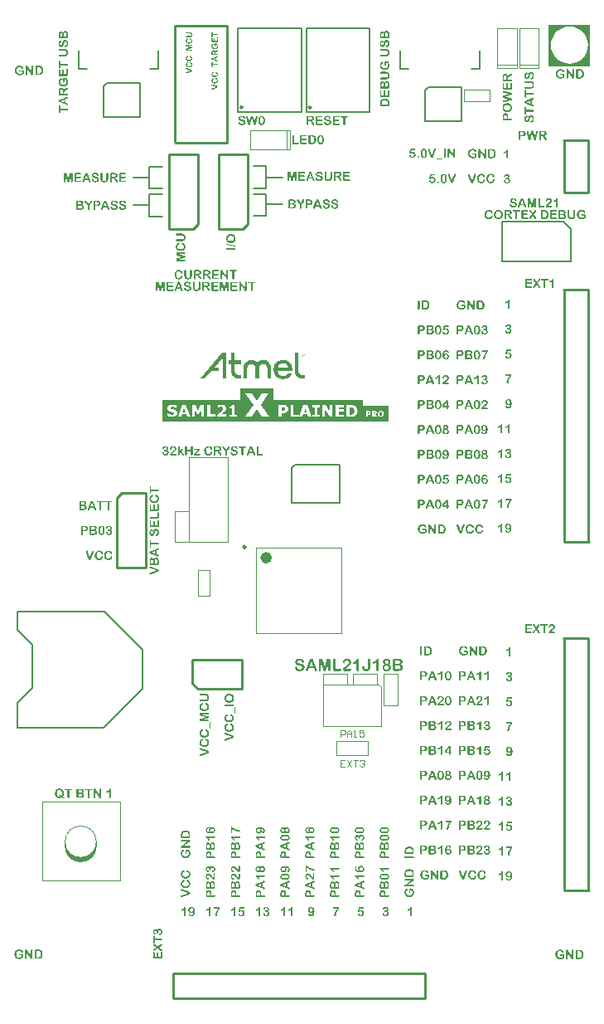
<source format=gto>
G04 Layer_Color=65535*
%FSLAX43Y43*%
%MOMM*%
G71*
G01*
G75*
%ADD38C,0.200*%
%ADD39C,0.250*%
%ADD100C,0.254*%
%ADD101C,0.600*%
%ADD102C,0.100*%
%ADD103C,0.150*%
%ADD104C,0.112*%
G36*
X-10752Y-71302D02*
X-10737Y-71303D01*
X-10720Y-71304D01*
X-10702Y-71308D01*
X-10682Y-71312D01*
X-10663Y-71318D01*
X-10660Y-71319D01*
X-10654Y-71320D01*
X-10644Y-71324D01*
X-10633Y-71330D01*
X-10619Y-71337D01*
X-10604Y-71345D01*
X-10589Y-71355D01*
X-10574Y-71367D01*
X-10573Y-71368D01*
X-10568Y-71372D01*
X-10562Y-71379D01*
X-10553Y-71388D01*
X-10544Y-71398D01*
X-10534Y-71410D01*
X-10526Y-71425D01*
X-10518Y-71440D01*
X-10517Y-71442D01*
X-10516Y-71448D01*
X-10512Y-71455D01*
X-10508Y-71467D01*
X-10506Y-71480D01*
X-10502Y-71495D01*
X-10501Y-71512D01*
X-10499Y-71529D01*
Y-71530D01*
Y-71532D01*
Y-71535D01*
Y-71540D01*
X-10501Y-71552D01*
X-10503Y-71567D01*
X-10506Y-71584D01*
X-10511Y-71603D01*
X-10518Y-71622D01*
X-10527Y-71639D01*
X-10528Y-71642D01*
X-10532Y-71647D01*
X-10538Y-71655D01*
X-10547Y-71667D01*
X-10558Y-71680D01*
X-10572Y-71695D01*
X-10587Y-71710D01*
X-10606Y-71727D01*
X-10603Y-71728D01*
X-10597Y-71732D01*
X-10588Y-71737D01*
X-10577Y-71744D01*
X-10563Y-71753D01*
X-10549Y-71763D01*
X-10536Y-71775D01*
X-10522Y-71788D01*
X-10521Y-71789D01*
X-10517Y-71794D01*
X-10511Y-71800D01*
X-10503Y-71810D01*
X-10494Y-71820D01*
X-10486Y-71834D01*
X-10478Y-71848D01*
X-10471Y-71863D01*
X-10469Y-71864D01*
X-10468Y-71870D01*
X-10466Y-71878D01*
X-10462Y-71889D01*
X-10458Y-71903D01*
X-10456Y-71918D01*
X-10454Y-71935D01*
X-10453Y-71953D01*
Y-71955D01*
Y-71963D01*
X-10454Y-71974D01*
X-10456Y-71988D01*
X-10459Y-72005D01*
X-10463Y-72024D01*
X-10469Y-72044D01*
X-10477Y-72064D01*
X-10478Y-72067D01*
X-10481Y-72073D01*
X-10487Y-72083D01*
X-10494Y-72097D01*
X-10504Y-72112D01*
X-10516Y-72128D01*
X-10529Y-72144D01*
X-10546Y-72160D01*
X-10548Y-72162D01*
X-10553Y-72168D01*
X-10563Y-72175D01*
X-10575Y-72184D01*
X-10592Y-72195D01*
X-10609Y-72207D01*
X-10629Y-72217D01*
X-10652Y-72227D01*
X-10653D01*
X-10654Y-72228D01*
X-10658Y-72229D01*
X-10663Y-72230D01*
X-10675Y-72234D01*
X-10692Y-72238D01*
X-10712Y-72242D01*
X-10735Y-72245D01*
X-10760Y-72248D01*
X-10788Y-72249D01*
X-10800D01*
X-10815Y-72248D01*
X-10833Y-72245D01*
X-10854Y-72243D01*
X-10878Y-72238D01*
X-10902Y-72231D01*
X-10924Y-72223D01*
X-10925D01*
X-10927Y-72221D01*
X-10934Y-72218D01*
X-10945Y-72212D01*
X-10959Y-72204D01*
X-10974Y-72194D01*
X-10992Y-72183D01*
X-11008Y-72169D01*
X-11023Y-72155D01*
X-11024Y-72153D01*
X-11029Y-72148D01*
X-11037Y-72140D01*
X-11044Y-72129D01*
X-11054Y-72117D01*
X-11064Y-72102D01*
X-11073Y-72087D01*
X-11082Y-72070D01*
X-11083Y-72068D01*
X-11084Y-72063D01*
X-11088Y-72055D01*
X-11092Y-72045D01*
X-11095Y-72033D01*
X-11098Y-72022D01*
X-11100Y-72009D01*
X-11102Y-71998D01*
Y-71997D01*
Y-71992D01*
X-11100Y-71985D01*
X-11099Y-71977D01*
X-11095Y-71968D01*
X-11092Y-71958D01*
X-11085Y-71948D01*
X-11078Y-71939D01*
X-11077Y-71938D01*
X-11074Y-71935D01*
X-11068Y-71932D01*
X-11062Y-71928D01*
X-11053Y-71924D01*
X-11043Y-71920D01*
X-11032Y-71918D01*
X-11019Y-71917D01*
X-11017D01*
X-11008Y-71918D01*
X-10998Y-71920D01*
X-10985Y-71927D01*
X-10984D01*
X-10983Y-71928D01*
X-10975Y-71933D01*
X-10968Y-71942D01*
X-10963Y-71952D01*
Y-71953D01*
X-10962Y-71955D01*
X-10959Y-71960D01*
X-10957Y-71965D01*
X-10954Y-71973D01*
X-10950Y-71982D01*
X-10942Y-72000D01*
X-10932Y-72022D01*
X-10919Y-72043D01*
X-10907Y-72064D01*
X-10893Y-72082D01*
X-10892Y-72083D01*
X-10885Y-72088D01*
X-10878Y-72095D01*
X-10865Y-72103D01*
X-10850Y-72110D01*
X-10832Y-72118D01*
X-10810Y-72123D01*
X-10787Y-72124D01*
X-10780D01*
X-10773Y-72123D01*
X-10763Y-72122D01*
X-10752Y-72119D01*
X-10739Y-72117D01*
X-10725Y-72112D01*
X-10712Y-72105D01*
X-10710Y-72104D01*
X-10705Y-72102D01*
X-10698Y-72098D01*
X-10690Y-72092D01*
X-10680Y-72083D01*
X-10670Y-72074D01*
X-10660Y-72063D01*
X-10650Y-72049D01*
X-10649Y-72048D01*
X-10647Y-72042D01*
X-10643Y-72034D01*
X-10638Y-72023D01*
X-10634Y-72010D01*
X-10630Y-71995D01*
X-10628Y-71979D01*
X-10627Y-71960D01*
Y-71959D01*
Y-71957D01*
Y-71953D01*
Y-71948D01*
X-10629Y-71935D01*
X-10632Y-71918D01*
X-10637Y-71899D01*
X-10644Y-71880D01*
X-10654Y-71862D01*
X-10668Y-71844D01*
X-10669Y-71843D01*
X-10675Y-71838D01*
X-10684Y-71830D01*
X-10697Y-71823D01*
X-10713Y-71815D01*
X-10732Y-71808D01*
X-10754Y-71803D01*
X-10780Y-71802D01*
X-10790D01*
X-10795Y-71803D01*
X-10803D01*
X-10810Y-71804D01*
X-10820Y-71805D01*
X-10824D01*
X-10829Y-71807D01*
X-10834D01*
X-10845Y-71808D01*
X-10860D01*
X-10867Y-71807D01*
X-10874Y-71805D01*
X-10892Y-71800D01*
X-10900Y-71797D01*
X-10908Y-71790D01*
X-10909Y-71789D01*
X-10910Y-71787D01*
X-10914Y-71783D01*
X-10917Y-71778D01*
X-10920Y-71770D01*
X-10924Y-71763D01*
X-10925Y-71753D01*
X-10927Y-71742D01*
Y-71740D01*
Y-71737D01*
X-10925Y-71730D01*
X-10924Y-71724D01*
X-10922Y-71715D01*
X-10917Y-71708D01*
X-10912Y-71699D01*
X-10904Y-71692D01*
X-10903Y-71690D01*
X-10900Y-71689D01*
X-10894Y-71685D01*
X-10887Y-71682D01*
X-10878Y-71679D01*
X-10867Y-71675D01*
X-10853Y-71674D01*
X-10837Y-71673D01*
X-10800D01*
X-10789Y-71672D01*
X-10775Y-71669D01*
X-10760Y-71664D01*
X-10743Y-71659D01*
X-10727Y-71650D01*
X-10710Y-71639D01*
X-10709Y-71638D01*
X-10704Y-71633D01*
X-10697Y-71625D01*
X-10689Y-71614D01*
X-10682Y-71600D01*
X-10674Y-71584D01*
X-10669Y-71564D01*
X-10668Y-71542D01*
Y-71539D01*
Y-71533D01*
X-10669Y-71524D01*
X-10672Y-71513D01*
X-10677Y-71499D01*
X-10682Y-71485D01*
X-10690Y-71472D01*
X-10702Y-71458D01*
X-10703Y-71457D01*
X-10708Y-71452D01*
X-10715Y-71447D01*
X-10725Y-71439D01*
X-10738Y-71433D01*
X-10754Y-71427D01*
X-10772Y-71423D01*
X-10792Y-71422D01*
X-10805D01*
X-10814Y-71423D01*
X-10835Y-71427D01*
X-10845Y-71429D01*
X-10855Y-71433D01*
X-10857D01*
X-10859Y-71435D01*
X-10864Y-71438D01*
X-10869Y-71440D01*
X-10883Y-71449D01*
X-10895Y-71462D01*
Y-71463D01*
X-10898Y-71465D01*
X-10900Y-71469D01*
X-10904Y-71474D01*
X-10908Y-71480D01*
X-10913Y-71488D01*
X-10923Y-71508D01*
Y-71509D01*
X-10925Y-71513D01*
X-10928Y-71518D01*
X-10930Y-71524D01*
X-10938Y-71542D01*
X-10947Y-71559D01*
X-10948Y-71562D01*
X-10952Y-71567D01*
X-10959Y-71574D01*
X-10969Y-71580D01*
X-10970D01*
X-10972Y-71582D01*
X-10975Y-71583D01*
X-10980Y-71584D01*
X-10992Y-71587D01*
X-11007Y-71588D01*
X-11012D01*
X-11017Y-71587D01*
X-11023Y-71585D01*
X-11029Y-71583D01*
X-11038Y-71579D01*
X-11045Y-71574D01*
X-11054Y-71568D01*
X-11055Y-71567D01*
X-11057Y-71564D01*
X-11060Y-71559D01*
X-11064Y-71553D01*
X-11068Y-71545D01*
X-11070Y-71535D01*
X-11073Y-71525D01*
X-11074Y-71513D01*
Y-71512D01*
Y-71507D01*
X-11073Y-71500D01*
X-11072Y-71492D01*
X-11069Y-71480D01*
X-11067Y-71469D01*
X-11062Y-71457D01*
X-11055Y-71443D01*
X-11054Y-71442D01*
X-11052Y-71437D01*
X-11047Y-71429D01*
X-11040Y-71420D01*
X-11032Y-71410D01*
X-11022Y-71399D01*
X-11010Y-71387D01*
X-10997Y-71374D01*
X-10995Y-71373D01*
X-10989Y-71368D01*
X-10982Y-71363D01*
X-10970Y-71354D01*
X-10957Y-71347D01*
X-10940Y-71337D01*
X-10922Y-71328D01*
X-10902Y-71320D01*
X-10900D01*
X-10899Y-71319D01*
X-10892Y-71317D01*
X-10879Y-71314D01*
X-10864Y-71310D01*
X-10845Y-71307D01*
X-10824Y-71303D01*
X-10799Y-71302D01*
X-10774Y-71300D01*
X-10764D01*
X-10752Y-71302D01*
D02*
G37*
G36*
X-13234Y-73839D02*
X-13210Y-73840D01*
X-13182Y-73841D01*
X-13155Y-73845D01*
X-13129Y-73849D01*
X-13105Y-73855D01*
X-13104D01*
X-13102Y-73856D01*
X-13095Y-73857D01*
X-13085Y-73861D01*
X-13071Y-73867D01*
X-13056Y-73874D01*
X-13040Y-73884D01*
X-13024Y-73895D01*
X-13007Y-73907D01*
X-13006Y-73909D01*
X-13001Y-73914D01*
X-12994Y-73921D01*
X-12984Y-73932D01*
X-12974Y-73945D01*
X-12964Y-73961D01*
X-12954Y-73979D01*
X-12945Y-73997D01*
X-12944Y-74000D01*
X-12941Y-74006D01*
X-12937Y-74017D01*
X-12934Y-74032D01*
X-12930Y-74050D01*
X-12926Y-74070D01*
X-12924Y-74092D01*
X-12922Y-74116D01*
Y-74117D01*
Y-74122D01*
Y-74130D01*
X-12924Y-74140D01*
X-12925Y-74151D01*
X-12927Y-74165D01*
X-12930Y-74180D01*
X-12934Y-74196D01*
X-12937Y-74214D01*
X-12944Y-74231D01*
X-12951Y-74249D01*
X-12959Y-74267D01*
X-12970Y-74285D01*
X-12981Y-74301D01*
X-12995Y-74316D01*
X-13010Y-74331D01*
X-13011Y-74332D01*
X-13014Y-74333D01*
X-13019Y-74337D01*
X-13026Y-74342D01*
X-13035Y-74347D01*
X-13046Y-74353D01*
X-13060Y-74361D01*
X-13075Y-74367D01*
X-13092Y-74373D01*
X-13112Y-74381D01*
X-13134Y-74387D01*
X-13156Y-74392D01*
X-13182Y-74397D01*
X-13209Y-74400D01*
X-13239Y-74402D01*
X-13270Y-74403D01*
X-13442D01*
Y-74667D01*
Y-74670D01*
Y-74676D01*
X-13444Y-74686D01*
X-13446Y-74698D01*
X-13449Y-74712D01*
X-13454Y-74727D01*
X-13461Y-74740D01*
X-13470Y-74752D01*
X-13471Y-74753D01*
X-13475Y-74757D01*
X-13480Y-74761D01*
X-13487Y-74766D01*
X-13497Y-74772D01*
X-13509Y-74776D01*
X-13522Y-74780D01*
X-13536Y-74781D01*
X-13543D01*
X-13551Y-74780D01*
X-13561Y-74777D01*
X-13571Y-74773D01*
X-13583Y-74768D01*
X-13595Y-74762D01*
X-13605Y-74752D01*
X-13606Y-74751D01*
X-13608Y-74747D01*
X-13612Y-74740D01*
X-13617Y-74731D01*
X-13622Y-74720D01*
X-13626Y-74705D01*
X-13628Y-74687D01*
X-13630Y-74668D01*
Y-73954D01*
Y-73952D01*
Y-73951D01*
Y-73944D01*
X-13628Y-73932D01*
X-13626Y-73919D01*
X-13623Y-73905D01*
X-13618Y-73890D01*
X-13611Y-73876D01*
X-13602Y-73865D01*
X-13601Y-73864D01*
X-13597Y-73861D01*
X-13590Y-73856D01*
X-13580Y-73851D01*
X-13567Y-73846D01*
X-13551Y-73841D01*
X-13532Y-73839D01*
X-13511Y-73837D01*
X-13244D01*
X-13234Y-73839D01*
D02*
G37*
G36*
X-11459Y-71300D02*
X-11450Y-71303D01*
X-11443Y-71305D01*
X-11433Y-71310D01*
X-11424Y-71317D01*
X-11417Y-71325D01*
X-11415Y-71327D01*
X-11413Y-71330D01*
X-11410Y-71337D01*
X-11405Y-71344D01*
X-11402Y-71354D01*
X-11399Y-71367D01*
X-11397Y-71382D01*
X-11395Y-71398D01*
Y-72123D01*
Y-72124D01*
Y-72128D01*
Y-72134D01*
X-11397Y-72143D01*
X-11398Y-72152D01*
X-11400Y-72163D01*
X-11407Y-72185D01*
X-11410Y-72198D01*
X-11417Y-72209D01*
X-11424Y-72220D01*
X-11432Y-72229D01*
X-11443Y-72238D01*
X-11454Y-72244D01*
X-11468Y-72248D01*
X-11483Y-72249D01*
X-11489D01*
X-11497Y-72248D01*
X-11505Y-72245D01*
X-11515Y-72243D01*
X-11525Y-72239D01*
X-11535Y-72233D01*
X-11545Y-72224D01*
X-11547Y-72223D01*
X-11549Y-72219D01*
X-11553Y-72213D01*
X-11557Y-72204D01*
X-11560Y-72194D01*
X-11564Y-72180D01*
X-11566Y-72164D01*
X-11568Y-72147D01*
Y-71570D01*
X-11569Y-71572D01*
X-11575Y-71575D01*
X-11583Y-71582D01*
X-11594Y-71589D01*
X-11606Y-71599D01*
X-11621Y-71609D01*
X-11638Y-71620D01*
X-11655Y-71632D01*
X-11691Y-71655D01*
X-11710Y-71665D01*
X-11728Y-71674D01*
X-11744Y-71683D01*
X-11760Y-71689D01*
X-11774Y-71693D01*
X-11785Y-71694D01*
X-11790D01*
X-11795Y-71693D01*
X-11801Y-71692D01*
X-11808Y-71689D01*
X-11816Y-71685D01*
X-11824Y-71680D01*
X-11833Y-71674D01*
X-11834Y-71673D01*
X-11835Y-71670D01*
X-11839Y-71665D01*
X-11843Y-71660D01*
X-11846Y-71653D01*
X-11849Y-71644D01*
X-11851Y-71634D01*
X-11853Y-71624D01*
Y-71623D01*
Y-71619D01*
X-11851Y-71613D01*
X-11850Y-71605D01*
X-11848Y-71598D01*
X-11844Y-71590D01*
X-11839Y-71583D01*
X-11833Y-71577D01*
X-11831Y-71575D01*
X-11829Y-71574D01*
X-11823Y-71570D01*
X-11815Y-71567D01*
X-11805Y-71560D01*
X-11793Y-71554D01*
X-11778Y-71547D01*
X-11760Y-71538D01*
X-11759D01*
X-11756Y-71537D01*
X-11753Y-71534D01*
X-11748Y-71532D01*
X-11734Y-71524D01*
X-11716Y-71514D01*
X-11696Y-71503D01*
X-11676Y-71490D01*
X-11656Y-71477D01*
X-11639Y-71462D01*
X-11636Y-71460D01*
X-11631Y-71454D01*
X-11623Y-71447D01*
X-11611Y-71435D01*
X-11599Y-71423D01*
X-11585Y-71408D01*
X-11571Y-71390D01*
X-11558Y-71373D01*
X-11557Y-71370D01*
X-11552Y-71365D01*
X-11545Y-71357D01*
X-11538Y-71347D01*
X-11530Y-71335D01*
X-11523Y-71325D01*
X-11517Y-71318D01*
X-11512Y-71312D01*
X-11509Y-71309D01*
X-11507Y-71308D01*
X-11502Y-71305D01*
X-11497Y-71303D01*
X-11489Y-71302D01*
X-11480Y-71299D01*
X-11464D01*
X-11459Y-71300D01*
D02*
G37*
G36*
X-12313Y-71307D02*
X-12294Y-71308D01*
X-12275Y-71309D01*
X-12255Y-71312D01*
X-12236Y-71314D01*
X-12234D01*
X-12228Y-71315D01*
X-12219Y-71318D01*
X-12208Y-71322D01*
X-12194Y-71325D01*
X-12179Y-71330D01*
X-12164Y-71338D01*
X-12149Y-71345D01*
X-12148Y-71347D01*
X-12144Y-71349D01*
X-12138Y-71353D01*
X-12129Y-71359D01*
X-12120Y-71367D01*
X-12111Y-71375D01*
X-12091Y-71395D01*
X-12090Y-71397D01*
X-12088Y-71400D01*
X-12083Y-71407D01*
X-12078Y-71415D01*
X-12071Y-71424D01*
X-12064Y-71435D01*
X-12053Y-71462D01*
X-12051Y-71463D01*
X-12050Y-71468D01*
X-12048Y-71475D01*
X-12045Y-71484D01*
X-12043Y-71497D01*
X-12041Y-71509D01*
X-12039Y-71523D01*
Y-71538D01*
Y-71539D01*
Y-71544D01*
X-12040Y-71552D01*
X-12041Y-71560D01*
X-12043Y-71573D01*
X-12046Y-71585D01*
X-12050Y-71600D01*
X-12056Y-71615D01*
X-12064Y-71632D01*
X-12073Y-71649D01*
X-12084Y-71667D01*
X-12098Y-71683D01*
X-12114Y-71699D01*
X-12131Y-71714D01*
X-12153Y-71729D01*
X-12178Y-71742D01*
X-12175Y-71743D01*
X-12170Y-71744D01*
X-12160Y-71748D01*
X-12149Y-71753D01*
X-12135Y-71760D01*
X-12120Y-71769D01*
X-12104Y-71779D01*
X-12086Y-71792D01*
X-12069Y-71807D01*
X-12053Y-71823D01*
X-12038Y-71842D01*
X-12024Y-71863D01*
X-12011Y-71885D01*
X-12003Y-71910D01*
X-11998Y-71939D01*
X-11995Y-71969D01*
Y-71970D01*
Y-71973D01*
Y-71977D01*
Y-71982D01*
X-11996Y-71989D01*
X-11998Y-71997D01*
X-12000Y-72015D01*
X-12005Y-72038D01*
X-12011Y-72060D01*
X-12021Y-72085D01*
X-12035Y-72109D01*
Y-72110D01*
X-12036Y-72112D01*
X-12043Y-72119D01*
X-12051Y-72130D01*
X-12064Y-72144D01*
X-12079Y-72159D01*
X-12098Y-72174D01*
X-12119Y-72189D01*
X-12143Y-72202D01*
X-12145Y-72203D01*
X-12150Y-72204D01*
X-12159Y-72208D01*
X-12170Y-72212D01*
X-12185Y-72215D01*
X-12201Y-72219D01*
X-12220Y-72223D01*
X-12240Y-72227D01*
X-12243D01*
X-12250Y-72228D01*
X-12261Y-72229D01*
X-12276D01*
X-12295Y-72230D01*
X-12318Y-72231D01*
X-12343Y-72233D01*
X-12662D01*
X-12674Y-72231D01*
X-12686Y-72229D01*
X-12701Y-72227D01*
X-12715Y-72221D01*
X-12729Y-72214D01*
X-12740Y-72205D01*
X-12741Y-72204D01*
X-12744Y-72200D01*
X-12749Y-72193D01*
X-12752Y-72184D01*
X-12757Y-72172D01*
X-12762Y-72157D01*
X-12765Y-72139D01*
X-12766Y-72118D01*
Y-71422D01*
Y-71420D01*
Y-71419D01*
Y-71412D01*
X-12765Y-71400D01*
X-12762Y-71388D01*
X-12760Y-71373D01*
X-12755Y-71358D01*
X-12749Y-71344D01*
X-12740Y-71333D01*
X-12739Y-71332D01*
X-12735Y-71329D01*
X-12727Y-71324D01*
X-12719Y-71319D01*
X-12706Y-71314D01*
X-12691Y-71309D01*
X-12674Y-71307D01*
X-12652Y-71305D01*
X-12328D01*
X-12313Y-71307D01*
D02*
G37*
G36*
X-11459Y-73832D02*
X-11450Y-73835D01*
X-11443Y-73837D01*
X-11433Y-73842D01*
X-11424Y-73849D01*
X-11417Y-73857D01*
X-11415Y-73859D01*
X-11413Y-73862D01*
X-11410Y-73869D01*
X-11405Y-73876D01*
X-11402Y-73886D01*
X-11399Y-73899D01*
X-11397Y-73914D01*
X-11395Y-73930D01*
Y-74655D01*
Y-74656D01*
Y-74660D01*
Y-74666D01*
X-11397Y-74675D01*
X-11398Y-74683D01*
X-11400Y-74695D01*
X-11407Y-74717D01*
X-11410Y-74730D01*
X-11417Y-74741D01*
X-11424Y-74752D01*
X-11432Y-74761D01*
X-11443Y-74770D01*
X-11454Y-74776D01*
X-11468Y-74780D01*
X-11483Y-74781D01*
X-11489D01*
X-11497Y-74780D01*
X-11505Y-74777D01*
X-11515Y-74775D01*
X-11525Y-74771D01*
X-11535Y-74765D01*
X-11545Y-74756D01*
X-11547Y-74755D01*
X-11549Y-74751D01*
X-11553Y-74745D01*
X-11557Y-74736D01*
X-11560Y-74726D01*
X-11564Y-74712D01*
X-11566Y-74696D01*
X-11568Y-74678D01*
Y-74102D01*
X-11569Y-74104D01*
X-11575Y-74107D01*
X-11583Y-74114D01*
X-11594Y-74121D01*
X-11606Y-74131D01*
X-11621Y-74141D01*
X-11638Y-74152D01*
X-11655Y-74164D01*
X-11691Y-74187D01*
X-11710Y-74197D01*
X-11728Y-74206D01*
X-11744Y-74215D01*
X-11760Y-74221D01*
X-11774Y-74225D01*
X-11785Y-74226D01*
X-11790D01*
X-11795Y-74225D01*
X-11801Y-74224D01*
X-11808Y-74221D01*
X-11816Y-74217D01*
X-11824Y-74212D01*
X-11833Y-74206D01*
X-11834Y-74205D01*
X-11835Y-74202D01*
X-11839Y-74197D01*
X-11843Y-74192D01*
X-11846Y-74185D01*
X-11849Y-74176D01*
X-11851Y-74166D01*
X-11853Y-74156D01*
Y-74155D01*
Y-74151D01*
X-11851Y-74145D01*
X-11850Y-74137D01*
X-11848Y-74130D01*
X-11844Y-74122D01*
X-11839Y-74115D01*
X-11833Y-74109D01*
X-11831Y-74107D01*
X-11829Y-74106D01*
X-11823Y-74102D01*
X-11815Y-74099D01*
X-11805Y-74092D01*
X-11793Y-74086D01*
X-11778Y-74079D01*
X-11760Y-74070D01*
X-11759D01*
X-11756Y-74069D01*
X-11753Y-74066D01*
X-11748Y-74064D01*
X-11734Y-74056D01*
X-11716Y-74046D01*
X-11696Y-74035D01*
X-11676Y-74022D01*
X-11656Y-74009D01*
X-11639Y-73994D01*
X-11636Y-73992D01*
X-11631Y-73986D01*
X-11623Y-73979D01*
X-11611Y-73967D01*
X-11599Y-73955D01*
X-11585Y-73940D01*
X-11571Y-73922D01*
X-11558Y-73905D01*
X-11557Y-73902D01*
X-11552Y-73897D01*
X-11545Y-73889D01*
X-11538Y-73879D01*
X-11530Y-73867D01*
X-11523Y-73857D01*
X-11517Y-73850D01*
X-11512Y-73844D01*
X-11509Y-73841D01*
X-11507Y-73840D01*
X-11502Y-73837D01*
X-11497Y-73835D01*
X-11489Y-73834D01*
X-11480Y-73831D01*
X-11464D01*
X-11459Y-73832D01*
D02*
G37*
G36*
X-13234Y-76379D02*
X-13210Y-76380D01*
X-13182Y-76382D01*
X-13155Y-76385D01*
X-13129Y-76389D01*
X-13105Y-76395D01*
X-13104D01*
X-13102Y-76397D01*
X-13095Y-76398D01*
X-13085Y-76402D01*
X-13071Y-76408D01*
X-13056Y-76414D01*
X-13040Y-76424D01*
X-13024Y-76435D01*
X-13007Y-76448D01*
X-13006Y-76449D01*
X-13001Y-76454D01*
X-12994Y-76462D01*
X-12984Y-76473D01*
X-12974Y-76485D01*
X-12964Y-76502D01*
X-12954Y-76519D01*
X-12945Y-76538D01*
X-12944Y-76540D01*
X-12941Y-76547D01*
X-12937Y-76558D01*
X-12934Y-76573D01*
X-12930Y-76590D01*
X-12926Y-76610D01*
X-12924Y-76633D01*
X-12922Y-76657D01*
Y-76658D01*
Y-76663D01*
Y-76670D01*
X-12924Y-76680D01*
X-12925Y-76692D01*
X-12927Y-76705D01*
X-12930Y-76720D01*
X-12934Y-76737D01*
X-12937Y-76754D01*
X-12944Y-76772D01*
X-12951Y-76789D01*
X-12959Y-76808D01*
X-12970Y-76825D01*
X-12981Y-76842D01*
X-12995Y-76857D01*
X-13010Y-76872D01*
X-13011Y-76873D01*
X-13014Y-76874D01*
X-13019Y-76878D01*
X-13026Y-76883D01*
X-13035Y-76888D01*
X-13046Y-76894D01*
X-13060Y-76902D01*
X-13075Y-76908D01*
X-13092Y-76914D01*
X-13112Y-76922D01*
X-13134Y-76928D01*
X-13156Y-76933D01*
X-13182Y-76938D01*
X-13209Y-76940D01*
X-13239Y-76943D01*
X-13270Y-76944D01*
X-13442D01*
Y-77208D01*
Y-77210D01*
Y-77217D01*
X-13444Y-77227D01*
X-13446Y-77239D01*
X-13449Y-77253D01*
X-13454Y-77268D01*
X-13461Y-77280D01*
X-13470Y-77293D01*
X-13471Y-77294D01*
X-13475Y-77298D01*
X-13480Y-77301D01*
X-13487Y-77307D01*
X-13497Y-77313D01*
X-13509Y-77316D01*
X-13522Y-77320D01*
X-13536Y-77322D01*
X-13543D01*
X-13551Y-77320D01*
X-13561Y-77318D01*
X-13571Y-77314D01*
X-13583Y-77309D01*
X-13595Y-77303D01*
X-13605Y-77293D01*
X-13606Y-77292D01*
X-13608Y-77288D01*
X-13612Y-77280D01*
X-13617Y-77272D01*
X-13622Y-77260D01*
X-13626Y-77245D01*
X-13628Y-77228D01*
X-13630Y-77209D01*
Y-76494D01*
Y-76493D01*
Y-76492D01*
Y-76484D01*
X-13628Y-76473D01*
X-13626Y-76459D01*
X-13623Y-76445D01*
X-13618Y-76430D01*
X-13611Y-76417D01*
X-13602Y-76405D01*
X-13601Y-76404D01*
X-13597Y-76402D01*
X-13590Y-76397D01*
X-13580Y-76392D01*
X-13567Y-76387D01*
X-13551Y-76382D01*
X-13532Y-76379D01*
X-13511Y-76378D01*
X-13244D01*
X-13234Y-76379D01*
D02*
G37*
G36*
X-12393Y-76363D02*
X-12383D01*
X-12361Y-76368D01*
X-12350Y-76372D01*
X-12340Y-76377D01*
X-12339Y-76378D01*
X-12335Y-76379D01*
X-12331Y-76383D01*
X-12325Y-76387D01*
X-12311Y-76399D01*
X-12298Y-76415D01*
X-12296Y-76417D01*
X-12295Y-76419D01*
X-12291Y-76424D01*
X-12288Y-76430D01*
X-12284Y-76438D01*
X-12280Y-76447D01*
X-12271Y-76467D01*
Y-76468D01*
X-12269Y-76472D01*
X-12266Y-76478D01*
X-12264Y-76485D01*
X-12259Y-76495D01*
X-12254Y-76508D01*
X-12249Y-76522D01*
X-12243Y-76538D01*
X-12000Y-77137D01*
Y-77138D01*
X-11999Y-77139D01*
X-11998Y-77143D01*
X-11995Y-77148D01*
X-11991Y-77160D01*
X-11985Y-77175D01*
X-11980Y-77192D01*
X-11976Y-77208D01*
X-11973Y-77223D01*
X-11971Y-77237D01*
Y-77238D01*
Y-77242D01*
X-11973Y-77248D01*
X-11975Y-77255D01*
X-11978Y-77264D01*
X-11983Y-77274D01*
X-11990Y-77285D01*
X-11999Y-77295D01*
X-12000Y-77297D01*
X-12004Y-77299D01*
X-12009Y-77304D01*
X-12016Y-77308D01*
X-12026Y-77313D01*
X-12038Y-77318D01*
X-12050Y-77320D01*
X-12064Y-77322D01*
X-12071D01*
X-12078Y-77320D01*
X-12090Y-77318D01*
X-12103Y-77313D01*
X-12104D01*
X-12105Y-77312D01*
X-12111Y-77308D01*
X-12120Y-77301D01*
X-12129Y-77293D01*
Y-77292D01*
X-12130Y-77290D01*
X-12133Y-77287D01*
X-12135Y-77283D01*
X-12139Y-77277D01*
X-12143Y-77269D01*
X-12146Y-77262D01*
X-12151Y-77252D01*
Y-77250D01*
X-12154Y-77247D01*
X-12156Y-77242D01*
X-12159Y-77234D01*
X-12165Y-77218D01*
X-12173Y-77202D01*
X-12216Y-77084D01*
X-12594D01*
X-12637Y-77204D01*
Y-77205D01*
X-12639Y-77207D01*
X-12640Y-77210D01*
X-12641Y-77215D01*
X-12646Y-77227D01*
X-12652Y-77242D01*
X-12660Y-77257D01*
X-12667Y-77273D01*
X-12675Y-77287D01*
X-12682Y-77298D01*
X-12684Y-77299D01*
X-12686Y-77301D01*
X-12690Y-77305D01*
X-12696Y-77309D01*
X-12705Y-77314D01*
X-12715Y-77318D01*
X-12727Y-77320D01*
X-12742Y-77322D01*
X-12749D01*
X-12755Y-77320D01*
X-12764Y-77318D01*
X-12772Y-77315D01*
X-12784Y-77312D01*
X-12795Y-77305D01*
X-12805Y-77297D01*
X-12806Y-77295D01*
X-12809Y-77292D01*
X-12814Y-77287D01*
X-12817Y-77279D01*
X-12822Y-77270D01*
X-12827Y-77260D01*
X-12830Y-77249D01*
X-12831Y-77238D01*
Y-77237D01*
Y-77234D01*
Y-77230D01*
X-12830Y-77225D01*
X-12829Y-77213D01*
X-12825Y-77198D01*
Y-77197D01*
X-12824Y-77194D01*
X-12822Y-77189D01*
X-12820Y-77183D01*
X-12817Y-77175D01*
X-12814Y-77165D01*
X-12810Y-77154D01*
X-12805Y-77142D01*
X-12567Y-76539D01*
Y-76538D01*
X-12566Y-76534D01*
X-12564Y-76529D01*
X-12561Y-76522D01*
X-12557Y-76513D01*
X-12554Y-76502D01*
X-12549Y-76489D01*
X-12544Y-76477D01*
X-12542Y-76475D01*
X-12541Y-76470D01*
X-12538Y-76464D01*
X-12534Y-76455D01*
X-12524Y-76435D01*
X-12513Y-76417D01*
X-12511Y-76415D01*
X-12510Y-76413D01*
X-12506Y-76408D01*
X-12501Y-76402D01*
X-12488Y-76389D01*
X-12470Y-76377D01*
X-12469Y-76375D01*
X-12465Y-76374D01*
X-12460Y-76372D01*
X-12453Y-76369D01*
X-12443Y-76367D01*
X-12433Y-76364D01*
X-12420Y-76362D01*
X-12400D01*
X-12393Y-76363D01*
D02*
G37*
G36*
X-12313Y-73839D02*
X-12294Y-73840D01*
X-12275Y-73841D01*
X-12255Y-73844D01*
X-12236Y-73846D01*
X-12234D01*
X-12228Y-73847D01*
X-12219Y-73850D01*
X-12208Y-73854D01*
X-12194Y-73857D01*
X-12179Y-73862D01*
X-12164Y-73870D01*
X-12149Y-73877D01*
X-12148Y-73879D01*
X-12144Y-73881D01*
X-12138Y-73885D01*
X-12129Y-73891D01*
X-12120Y-73899D01*
X-12111Y-73907D01*
X-12091Y-73927D01*
X-12090Y-73929D01*
X-12088Y-73932D01*
X-12083Y-73939D01*
X-12078Y-73947D01*
X-12071Y-73956D01*
X-12064Y-73967D01*
X-12053Y-73994D01*
X-12051Y-73995D01*
X-12050Y-74000D01*
X-12048Y-74007D01*
X-12045Y-74016D01*
X-12043Y-74029D01*
X-12041Y-74041D01*
X-12039Y-74055D01*
Y-74070D01*
Y-74071D01*
Y-74076D01*
X-12040Y-74084D01*
X-12041Y-74092D01*
X-12043Y-74105D01*
X-12046Y-74117D01*
X-12050Y-74132D01*
X-12056Y-74147D01*
X-12064Y-74164D01*
X-12073Y-74181D01*
X-12084Y-74199D01*
X-12098Y-74215D01*
X-12114Y-74231D01*
X-12131Y-74246D01*
X-12153Y-74261D01*
X-12178Y-74273D01*
X-12175Y-74275D01*
X-12170Y-74276D01*
X-12160Y-74280D01*
X-12149Y-74285D01*
X-12135Y-74292D01*
X-12120Y-74301D01*
X-12104Y-74311D01*
X-12086Y-74323D01*
X-12069Y-74338D01*
X-12053Y-74355D01*
X-12038Y-74373D01*
X-12024Y-74395D01*
X-12011Y-74417D01*
X-12003Y-74442D01*
X-11998Y-74471D01*
X-11995Y-74501D01*
Y-74502D01*
Y-74505D01*
Y-74508D01*
Y-74513D01*
X-11996Y-74521D01*
X-11998Y-74528D01*
X-12000Y-74547D01*
X-12005Y-74570D01*
X-12011Y-74592D01*
X-12021Y-74617D01*
X-12035Y-74641D01*
Y-74642D01*
X-12036Y-74643D01*
X-12043Y-74651D01*
X-12051Y-74662D01*
X-12064Y-74676D01*
X-12079Y-74691D01*
X-12098Y-74706D01*
X-12119Y-74721D01*
X-12143Y-74733D01*
X-12145Y-74735D01*
X-12150Y-74736D01*
X-12159Y-74740D01*
X-12170Y-74743D01*
X-12185Y-74747D01*
X-12201Y-74751D01*
X-12220Y-74755D01*
X-12240Y-74758D01*
X-12243D01*
X-12250Y-74760D01*
X-12261Y-74761D01*
X-12276D01*
X-12295Y-74762D01*
X-12318Y-74763D01*
X-12343Y-74765D01*
X-12662D01*
X-12674Y-74763D01*
X-12686Y-74761D01*
X-12701Y-74758D01*
X-12715Y-74753D01*
X-12729Y-74746D01*
X-12740Y-74737D01*
X-12741Y-74736D01*
X-12744Y-74732D01*
X-12749Y-74725D01*
X-12752Y-74716D01*
X-12757Y-74703D01*
X-12762Y-74688D01*
X-12765Y-74671D01*
X-12766Y-74650D01*
Y-73954D01*
Y-73952D01*
Y-73951D01*
Y-73944D01*
X-12765Y-73932D01*
X-12762Y-73920D01*
X-12760Y-73905D01*
X-12755Y-73890D01*
X-12749Y-73876D01*
X-12740Y-73865D01*
X-12739Y-73864D01*
X-12735Y-73861D01*
X-12727Y-73856D01*
X-12719Y-73851D01*
X-12706Y-73846D01*
X-12691Y-73841D01*
X-12674Y-73839D01*
X-12652Y-73837D01*
X-12328D01*
X-12313Y-73839D01*
D02*
G37*
G36*
X-10553Y-73846D02*
X-10537Y-73849D01*
X-10518Y-73855D01*
X-10501Y-73864D01*
X-10492Y-73870D01*
X-10484Y-73877D01*
X-10478Y-73886D01*
X-10473Y-73896D01*
X-10471Y-73907D01*
X-10469Y-73921D01*
Y-73922D01*
Y-73926D01*
X-10471Y-73932D01*
X-10472Y-73940D01*
X-10476Y-73949D01*
X-10479Y-73957D01*
X-10486Y-73966D01*
X-10494Y-73974D01*
X-10496Y-73975D01*
X-10499Y-73976D01*
X-10504Y-73980D01*
X-10512Y-73984D01*
X-10522Y-73987D01*
X-10534Y-73990D01*
X-10548Y-73992D01*
X-10564Y-73994D01*
X-10865D01*
X-10900Y-74199D01*
X-10899D01*
X-10897Y-74196D01*
X-10892Y-74194D01*
X-10885Y-74191D01*
X-10878Y-74187D01*
X-10868Y-74184D01*
X-10847Y-74174D01*
X-10822Y-74165D01*
X-10793Y-74157D01*
X-10764Y-74152D01*
X-10735Y-74150D01*
X-10725D01*
X-10713Y-74151D01*
X-10698Y-74152D01*
X-10680Y-74156D01*
X-10662Y-74160D01*
X-10642Y-74166D01*
X-10622Y-74174D01*
X-10619Y-74175D01*
X-10613Y-74177D01*
X-10603Y-74182D01*
X-10590Y-74190D01*
X-10575Y-74199D01*
X-10561Y-74210D01*
X-10544Y-74222D01*
X-10529Y-74236D01*
X-10528Y-74237D01*
X-10523Y-74244D01*
X-10516Y-74251D01*
X-10507Y-74264D01*
X-10497Y-74277D01*
X-10486Y-74294D01*
X-10476Y-74312D01*
X-10467Y-74332D01*
X-10466Y-74335D01*
X-10463Y-74342D01*
X-10459Y-74353D01*
X-10454Y-74367D01*
X-10451Y-74385D01*
X-10447Y-74405D01*
X-10444Y-74427D01*
X-10443Y-74450D01*
Y-74451D01*
Y-74453D01*
Y-74458D01*
Y-74465D01*
X-10444Y-74473D01*
X-10446Y-74483D01*
X-10448Y-74506D01*
X-10453Y-74531D01*
X-10461Y-74560D01*
X-10471Y-74590D01*
X-10484Y-74618D01*
Y-74620D01*
X-10487Y-74622D01*
X-10488Y-74626D01*
X-10492Y-74631D01*
X-10502Y-74645D01*
X-10514Y-74661D01*
X-10532Y-74681D01*
X-10552Y-74700D01*
X-10575Y-74720D01*
X-10603Y-74737D01*
X-10604D01*
X-10607Y-74738D01*
X-10610Y-74741D01*
X-10617Y-74743D01*
X-10624Y-74747D01*
X-10633Y-74751D01*
X-10643Y-74755D01*
X-10654Y-74758D01*
X-10680Y-74767D01*
X-10710Y-74773D01*
X-10745Y-74778D01*
X-10782Y-74781D01*
X-10793D01*
X-10800Y-74780D01*
X-10810D01*
X-10822Y-74778D01*
X-10834Y-74777D01*
X-10848Y-74776D01*
X-10877Y-74771D01*
X-10908Y-74763D01*
X-10938Y-74753D01*
X-10967Y-74740D01*
X-10968D01*
X-10969Y-74737D01*
X-10973Y-74736D01*
X-10978Y-74732D01*
X-10990Y-74723D01*
X-11005Y-74712D01*
X-11022Y-74698D01*
X-11038Y-74682D01*
X-11054Y-74665D01*
X-11067Y-74645D01*
Y-74643D01*
X-11068Y-74642D01*
X-11072Y-74636D01*
X-11075Y-74625D01*
X-11080Y-74612D01*
X-11087Y-74597D01*
X-11090Y-74581D01*
X-11094Y-74565D01*
X-11095Y-74548D01*
Y-74547D01*
Y-74545D01*
X-11094Y-74540D01*
X-11093Y-74533D01*
X-11090Y-74527D01*
X-11087Y-74518D01*
X-11082Y-74511D01*
X-11075Y-74502D01*
X-11074Y-74501D01*
X-11072Y-74498D01*
X-11067Y-74495D01*
X-11060Y-74491D01*
X-11053Y-74487D01*
X-11044Y-74483D01*
X-11034Y-74481D01*
X-11023Y-74480D01*
X-11020D01*
X-11014Y-74481D01*
X-11005Y-74483D01*
X-10993Y-74487D01*
X-10980Y-74495D01*
X-10968Y-74506D01*
X-10962Y-74512D01*
X-10955Y-74521D01*
X-10949Y-74530D01*
X-10944Y-74541D01*
X-10943Y-74543D01*
X-10939Y-74550D01*
X-10934Y-74561D01*
X-10927Y-74573D01*
X-10917Y-74587D01*
X-10905Y-74601D01*
X-10892Y-74616D01*
X-10877Y-74628D01*
X-10874Y-74630D01*
X-10869Y-74633D01*
X-10860Y-74638D01*
X-10848Y-74643D01*
X-10834Y-74650D01*
X-10817Y-74655D01*
X-10799Y-74658D01*
X-10779Y-74660D01*
X-10770D01*
X-10762Y-74658D01*
X-10750Y-74656D01*
X-10737Y-74653D01*
X-10723Y-74650D01*
X-10708Y-74643D01*
X-10694Y-74635D01*
X-10693Y-74633D01*
X-10688Y-74630D01*
X-10682Y-74625D01*
X-10673Y-74617D01*
X-10664Y-74607D01*
X-10654Y-74595D01*
X-10645Y-74581D01*
X-10637Y-74566D01*
X-10635Y-74563D01*
X-10633Y-74558D01*
X-10630Y-74548D01*
X-10627Y-74536D01*
X-10623Y-74521D01*
X-10619Y-74505D01*
X-10618Y-74485D01*
X-10617Y-74465D01*
Y-74463D01*
Y-74462D01*
Y-74455D01*
X-10618Y-74443D01*
X-10619Y-74428D01*
X-10622Y-74412D01*
X-10627Y-74395D01*
X-10632Y-74377D01*
X-10639Y-74361D01*
X-10640Y-74358D01*
X-10643Y-74353D01*
X-10648Y-74346D01*
X-10654Y-74336D01*
X-10663Y-74326D01*
X-10673Y-74315D01*
X-10684Y-74305D01*
X-10697Y-74296D01*
X-10698Y-74295D01*
X-10703Y-74292D01*
X-10710Y-74290D01*
X-10720Y-74285D01*
X-10732Y-74281D01*
X-10745Y-74279D01*
X-10760Y-74276D01*
X-10777Y-74275D01*
X-10785D01*
X-10795Y-74276D01*
X-10807D01*
X-10833Y-74281D01*
X-10845Y-74284D01*
X-10855Y-74288D01*
X-10857D01*
X-10859Y-74291D01*
X-10865Y-74295D01*
X-10872Y-74300D01*
X-10882Y-74306D01*
X-10893Y-74315D01*
X-10907Y-74325D01*
X-10922Y-74336D01*
X-10924Y-74337D01*
X-10929Y-74341D01*
X-10937Y-74346D01*
X-10947Y-74352D01*
X-10959Y-74358D01*
X-10970Y-74363D01*
X-10983Y-74367D01*
X-10994Y-74368D01*
X-10999D01*
X-11005Y-74367D01*
X-11013Y-74366D01*
X-11022Y-74363D01*
X-11030Y-74358D01*
X-11040Y-74353D01*
X-11050Y-74346D01*
X-11052Y-74345D01*
X-11054Y-74342D01*
X-11058Y-74337D01*
X-11062Y-74331D01*
X-11067Y-74323D01*
X-11070Y-74315D01*
X-11073Y-74305D01*
X-11074Y-74295D01*
Y-74294D01*
Y-74292D01*
X-11073Y-74288D01*
Y-74284D01*
X-11070Y-74276D01*
X-11069Y-74266D01*
X-11067Y-74252D01*
X-11013Y-73950D01*
Y-73949D01*
Y-73947D01*
X-11012Y-73941D01*
X-11009Y-73931D01*
X-11005Y-73919D01*
X-11002Y-73906D01*
X-10995Y-73892D01*
X-10989Y-73880D01*
X-10980Y-73870D01*
X-10979Y-73869D01*
X-10975Y-73866D01*
X-10970Y-73862D01*
X-10962Y-73857D01*
X-10950Y-73852D01*
X-10937Y-73849D01*
X-10920Y-73846D01*
X-10902Y-73845D01*
X-10559D01*
X-10553Y-73846D01*
D02*
G37*
G36*
X-13234Y-71307D02*
X-13210Y-71308D01*
X-13182Y-71309D01*
X-13155Y-71313D01*
X-13129Y-71317D01*
X-13105Y-71323D01*
X-13104D01*
X-13102Y-71324D01*
X-13095Y-71325D01*
X-13085Y-71329D01*
X-13071Y-71335D01*
X-13056Y-71342D01*
X-13040Y-71352D01*
X-13024Y-71363D01*
X-13007Y-71375D01*
X-13006Y-71377D01*
X-13001Y-71382D01*
X-12994Y-71389D01*
X-12984Y-71400D01*
X-12974Y-71413D01*
X-12964Y-71429D01*
X-12954Y-71447D01*
X-12945Y-71465D01*
X-12944Y-71468D01*
X-12941Y-71474D01*
X-12937Y-71485D01*
X-12934Y-71500D01*
X-12930Y-71518D01*
X-12926Y-71538D01*
X-12924Y-71560D01*
X-12922Y-71584D01*
Y-71585D01*
Y-71590D01*
Y-71598D01*
X-12924Y-71608D01*
X-12925Y-71619D01*
X-12927Y-71633D01*
X-12930Y-71648D01*
X-12934Y-71664D01*
X-12937Y-71682D01*
X-12944Y-71699D01*
X-12951Y-71717D01*
X-12959Y-71735D01*
X-12970Y-71753D01*
X-12981Y-71769D01*
X-12995Y-71784D01*
X-13010Y-71799D01*
X-13011Y-71800D01*
X-13014Y-71802D01*
X-13019Y-71805D01*
X-13026Y-71810D01*
X-13035Y-71815D01*
X-13046Y-71822D01*
X-13060Y-71829D01*
X-13075Y-71835D01*
X-13092Y-71842D01*
X-13112Y-71849D01*
X-13134Y-71855D01*
X-13156Y-71860D01*
X-13182Y-71865D01*
X-13209Y-71868D01*
X-13239Y-71870D01*
X-13270Y-71872D01*
X-13442D01*
Y-72135D01*
Y-72138D01*
Y-72144D01*
X-13444Y-72154D01*
X-13446Y-72167D01*
X-13449Y-72180D01*
X-13454Y-72195D01*
X-13461Y-72208D01*
X-13470Y-72220D01*
X-13471Y-72221D01*
X-13475Y-72225D01*
X-13480Y-72229D01*
X-13487Y-72234D01*
X-13497Y-72240D01*
X-13509Y-72244D01*
X-13522Y-72248D01*
X-13536Y-72249D01*
X-13543D01*
X-13551Y-72248D01*
X-13561Y-72245D01*
X-13571Y-72242D01*
X-13583Y-72237D01*
X-13595Y-72230D01*
X-13605Y-72220D01*
X-13606Y-72219D01*
X-13608Y-72215D01*
X-13612Y-72208D01*
X-13617Y-72199D01*
X-13622Y-72188D01*
X-13626Y-72173D01*
X-13628Y-72155D01*
X-13630Y-72137D01*
Y-71422D01*
Y-71420D01*
Y-71419D01*
Y-71412D01*
X-13628Y-71400D01*
X-13626Y-71387D01*
X-13623Y-71373D01*
X-13618Y-71358D01*
X-13611Y-71344D01*
X-13602Y-71333D01*
X-13601Y-71332D01*
X-13597Y-71329D01*
X-13590Y-71324D01*
X-13580Y-71319D01*
X-13567Y-71314D01*
X-13551Y-71309D01*
X-13532Y-71307D01*
X-13511Y-71305D01*
X-13244D01*
X-13234Y-71307D01*
D02*
G37*
G36*
X-12393Y-66204D02*
X-12383D01*
X-12361Y-66209D01*
X-12350Y-66212D01*
X-12340Y-66217D01*
X-12339Y-66219D01*
X-12335Y-66220D01*
X-12331Y-66224D01*
X-12325Y-66227D01*
X-12311Y-66240D01*
X-12298Y-66256D01*
X-12296Y-66257D01*
X-12295Y-66260D01*
X-12291Y-66265D01*
X-12288Y-66271D01*
X-12284Y-66279D01*
X-12280Y-66287D01*
X-12271Y-66307D01*
Y-66309D01*
X-12269Y-66312D01*
X-12266Y-66319D01*
X-12264Y-66326D01*
X-12259Y-66336D01*
X-12254Y-66349D01*
X-12249Y-66362D01*
X-12243Y-66379D01*
X-12000Y-66977D01*
Y-66978D01*
X-11999Y-66980D01*
X-11998Y-66983D01*
X-11995Y-66988D01*
X-11991Y-67001D01*
X-11985Y-67016D01*
X-11980Y-67032D01*
X-11976Y-67048D01*
X-11973Y-67063D01*
X-11971Y-67077D01*
Y-67078D01*
Y-67082D01*
X-11973Y-67088D01*
X-11975Y-67096D01*
X-11978Y-67105D01*
X-11983Y-67115D01*
X-11990Y-67126D01*
X-11999Y-67136D01*
X-12000Y-67137D01*
X-12004Y-67140D01*
X-12009Y-67145D01*
X-12016Y-67148D01*
X-12026Y-67153D01*
X-12038Y-67158D01*
X-12050Y-67161D01*
X-12064Y-67162D01*
X-12071D01*
X-12078Y-67161D01*
X-12090Y-67158D01*
X-12103Y-67153D01*
X-12104D01*
X-12105Y-67152D01*
X-12111Y-67148D01*
X-12120Y-67142D01*
X-12129Y-67133D01*
Y-67132D01*
X-12130Y-67131D01*
X-12133Y-67127D01*
X-12135Y-67123D01*
X-12139Y-67117D01*
X-12143Y-67110D01*
X-12146Y-67102D01*
X-12151Y-67092D01*
Y-67091D01*
X-12154Y-67087D01*
X-12156Y-67082D01*
X-12159Y-67075D01*
X-12165Y-67058D01*
X-12173Y-67042D01*
X-12216Y-66925D01*
X-12594D01*
X-12637Y-67045D01*
Y-67046D01*
X-12639Y-67047D01*
X-12640Y-67051D01*
X-12641Y-67056D01*
X-12646Y-67067D01*
X-12652Y-67082D01*
X-12660Y-67097D01*
X-12667Y-67113D01*
X-12675Y-67127D01*
X-12682Y-67138D01*
X-12684Y-67140D01*
X-12686Y-67142D01*
X-12690Y-67146D01*
X-12696Y-67150D01*
X-12705Y-67155D01*
X-12715Y-67158D01*
X-12727Y-67161D01*
X-12742Y-67162D01*
X-12749D01*
X-12755Y-67161D01*
X-12764Y-67158D01*
X-12772Y-67156D01*
X-12784Y-67152D01*
X-12795Y-67146D01*
X-12805Y-67137D01*
X-12806Y-67136D01*
X-12809Y-67132D01*
X-12814Y-67127D01*
X-12817Y-67120D01*
X-12822Y-67111D01*
X-12827Y-67101D01*
X-12830Y-67090D01*
X-12831Y-67078D01*
Y-67077D01*
Y-67075D01*
Y-67071D01*
X-12830Y-67066D01*
X-12829Y-67053D01*
X-12825Y-67038D01*
Y-67037D01*
X-12824Y-67035D01*
X-12822Y-67030D01*
X-12820Y-67023D01*
X-12817Y-67016D01*
X-12814Y-67006D01*
X-12810Y-66995D01*
X-12805Y-66982D01*
X-12567Y-66380D01*
Y-66379D01*
X-12566Y-66375D01*
X-12564Y-66370D01*
X-12561Y-66362D01*
X-12557Y-66354D01*
X-12554Y-66342D01*
X-12549Y-66330D01*
X-12544Y-66317D01*
X-12542Y-66316D01*
X-12541Y-66311D01*
X-12538Y-66305D01*
X-12534Y-66296D01*
X-12524Y-66276D01*
X-12513Y-66257D01*
X-12511Y-66256D01*
X-12510Y-66254D01*
X-12506Y-66249D01*
X-12501Y-66242D01*
X-12488Y-66230D01*
X-12470Y-66217D01*
X-12469Y-66216D01*
X-12465Y-66215D01*
X-12460Y-66212D01*
X-12453Y-66210D01*
X-12443Y-66207D01*
X-12433Y-66205D01*
X-12420Y-66202D01*
X-12400D01*
X-12393Y-66204D01*
D02*
G37*
G36*
X-11459Y-66214D02*
X-11450Y-66216D01*
X-11443Y-66219D01*
X-11433Y-66224D01*
X-11424Y-66230D01*
X-11417Y-66239D01*
X-11415Y-66240D01*
X-11413Y-66244D01*
X-11410Y-66250D01*
X-11405Y-66257D01*
X-11402Y-66267D01*
X-11399Y-66280D01*
X-11397Y-66295D01*
X-11395Y-66311D01*
Y-67036D01*
Y-67037D01*
Y-67041D01*
Y-67047D01*
X-11397Y-67056D01*
X-11398Y-67065D01*
X-11400Y-67076D01*
X-11407Y-67098D01*
X-11410Y-67111D01*
X-11417Y-67122D01*
X-11424Y-67133D01*
X-11432Y-67142D01*
X-11443Y-67151D01*
X-11454Y-67157D01*
X-11468Y-67161D01*
X-11483Y-67162D01*
X-11489D01*
X-11497Y-67161D01*
X-11505Y-67158D01*
X-11515Y-67156D01*
X-11525Y-67152D01*
X-11535Y-67146D01*
X-11545Y-67137D01*
X-11547Y-67136D01*
X-11549Y-67132D01*
X-11553Y-67126D01*
X-11557Y-67117D01*
X-11560Y-67107D01*
X-11564Y-67093D01*
X-11566Y-67077D01*
X-11568Y-67060D01*
Y-66484D01*
X-11569Y-66485D01*
X-11575Y-66489D01*
X-11583Y-66495D01*
X-11594Y-66502D01*
X-11606Y-66512D01*
X-11621Y-66522D01*
X-11638Y-66534D01*
X-11655Y-66545D01*
X-11691Y-66569D01*
X-11710Y-66579D01*
X-11728Y-66587D01*
X-11744Y-66596D01*
X-11760Y-66602D01*
X-11774Y-66606D01*
X-11785Y-66607D01*
X-11790D01*
X-11795Y-66606D01*
X-11801Y-66605D01*
X-11808Y-66602D01*
X-11816Y-66599D01*
X-11824Y-66594D01*
X-11833Y-66587D01*
X-11834Y-66586D01*
X-11835Y-66584D01*
X-11839Y-66579D01*
X-11843Y-66574D01*
X-11846Y-66566D01*
X-11849Y-66557D01*
X-11851Y-66547D01*
X-11853Y-66537D01*
Y-66536D01*
Y-66532D01*
X-11851Y-66526D01*
X-11850Y-66519D01*
X-11848Y-66511D01*
X-11844Y-66504D01*
X-11839Y-66496D01*
X-11833Y-66490D01*
X-11831Y-66489D01*
X-11829Y-66487D01*
X-11823Y-66484D01*
X-11815Y-66480D01*
X-11805Y-66474D01*
X-11793Y-66467D01*
X-11778Y-66460D01*
X-11760Y-66451D01*
X-11759D01*
X-11756Y-66450D01*
X-11753Y-66447D01*
X-11748Y-66445D01*
X-11734Y-66437D01*
X-11716Y-66427D01*
X-11696Y-66416D01*
X-11676Y-66404D01*
X-11656Y-66390D01*
X-11639Y-66375D01*
X-11636Y-66374D01*
X-11631Y-66367D01*
X-11623Y-66360D01*
X-11611Y-66349D01*
X-11599Y-66336D01*
X-11585Y-66321D01*
X-11571Y-66304D01*
X-11558Y-66286D01*
X-11557Y-66284D01*
X-11552Y-66279D01*
X-11545Y-66270D01*
X-11538Y-66260D01*
X-11530Y-66249D01*
X-11523Y-66239D01*
X-11517Y-66231D01*
X-11512Y-66225D01*
X-11509Y-66222D01*
X-11507Y-66221D01*
X-11502Y-66219D01*
X-11497Y-66216D01*
X-11489Y-66215D01*
X-11480Y-66212D01*
X-11464D01*
X-11459Y-66214D01*
D02*
G37*
G36*
X-13124Y-63663D02*
X-13114D01*
X-13091Y-63664D01*
X-13066Y-63668D01*
X-13039Y-63672D01*
X-13010Y-63678D01*
X-12982Y-63687D01*
X-12981D01*
X-12979Y-63688D01*
X-12975Y-63689D01*
X-12970Y-63692D01*
X-12957Y-63697D01*
X-12940Y-63704D01*
X-12922Y-63713D01*
X-12902Y-63724D01*
X-12882Y-63737D01*
X-12865Y-63750D01*
X-12862Y-63752D01*
X-12857Y-63757D01*
X-12850Y-63764D01*
X-12840Y-63774D01*
X-12829Y-63787D01*
X-12817Y-63800D01*
X-12806Y-63814D01*
X-12797Y-63830D01*
X-12796Y-63832D01*
X-12794Y-63838D01*
X-12790Y-63845D01*
X-12785Y-63855D01*
X-12781Y-63868D01*
X-12777Y-63880D01*
X-12775Y-63893D01*
X-12774Y-63905D01*
Y-63907D01*
Y-63912D01*
X-12775Y-63918D01*
X-12777Y-63927D01*
X-12780Y-63937D01*
X-12785Y-63947D01*
X-12791Y-63957D01*
X-12800Y-63967D01*
X-12801Y-63968D01*
X-12805Y-63970D01*
X-12810Y-63974D01*
X-12817Y-63979D01*
X-12827Y-63984D01*
X-12837Y-63988D01*
X-12850Y-63990D01*
X-12864Y-63992D01*
X-12871D01*
X-12876Y-63990D01*
X-12889Y-63988D01*
X-12902Y-63983D01*
X-12904D01*
X-12905Y-63980D01*
X-12914Y-63975D01*
X-12924Y-63967D01*
X-12934Y-63955D01*
Y-63954D01*
X-12935Y-63953D01*
X-12940Y-63947D01*
X-12946Y-63937D01*
X-12954Y-63924D01*
X-12964Y-63912D01*
X-12974Y-63898D01*
X-12982Y-63884D01*
X-12992Y-63873D01*
X-12994Y-63872D01*
X-12996Y-63868D01*
X-13002Y-63863D01*
X-13010Y-63857D01*
X-13019Y-63849D01*
X-13030Y-63842D01*
X-13042Y-63834D01*
X-13057Y-63827D01*
X-13059Y-63825D01*
X-13065Y-63823D01*
X-13074Y-63820D01*
X-13086Y-63817D01*
X-13101Y-63813D01*
X-13119Y-63809D01*
X-13139Y-63808D01*
X-13161Y-63807D01*
X-13172D01*
X-13185Y-63808D01*
X-13200Y-63809D01*
X-13219Y-63812D01*
X-13237Y-63817D01*
X-13257Y-63822D01*
X-13277Y-63829D01*
X-13280Y-63830D01*
X-13286Y-63833D01*
X-13296Y-63839D01*
X-13307Y-63845D01*
X-13321Y-63855D01*
X-13336Y-63867D01*
X-13351Y-63880D01*
X-13366Y-63895D01*
X-13367Y-63898D01*
X-13372Y-63903D01*
X-13379Y-63912D01*
X-13386Y-63924D01*
X-13395Y-63939D01*
X-13405Y-63958D01*
X-13414Y-63978D01*
X-13421Y-64000D01*
Y-64002D01*
X-13422Y-64003D01*
Y-64007D01*
X-13424Y-64012D01*
X-13427Y-64024D01*
X-13430Y-64040D01*
X-13434Y-64060D01*
X-13437Y-64084D01*
X-13439Y-64110D01*
X-13440Y-64138D01*
Y-64139D01*
Y-64145D01*
Y-64154D01*
X-13439Y-64165D01*
X-13437Y-64178D01*
X-13436Y-64194D01*
X-13434Y-64212D01*
X-13431Y-64230D01*
X-13422Y-64272D01*
X-13416Y-64292D01*
X-13409Y-64313D01*
X-13400Y-64333D01*
X-13390Y-64353D01*
X-13379Y-64372D01*
X-13366Y-64389D01*
X-13365Y-64390D01*
X-13362Y-64393D01*
X-13359Y-64397D01*
X-13352Y-64403D01*
X-13345Y-64409D01*
X-13335Y-64417D01*
X-13325Y-64424D01*
X-13311Y-64433D01*
X-13297Y-64440D01*
X-13282Y-64449D01*
X-13265Y-64457D01*
X-13246Y-64463D01*
X-13226Y-64469D01*
X-13204Y-64473D01*
X-13181Y-64475D01*
X-13156Y-64477D01*
X-13145D01*
X-13132Y-64475D01*
X-13116Y-64474D01*
X-13097Y-64473D01*
X-13077Y-64469D01*
X-13056Y-64465D01*
X-13035Y-64460D01*
X-13034D01*
X-13032Y-64459D01*
X-13025Y-64457D01*
X-13014Y-64453D01*
X-12999Y-64448D01*
X-12981Y-64440D01*
X-12961Y-64433D01*
X-12940Y-64423D01*
X-12917Y-64412D01*
Y-64259D01*
X-13072D01*
X-13081Y-64258D01*
X-13094Y-64257D01*
X-13106Y-64255D01*
X-13120Y-64253D01*
X-13132Y-64249D01*
X-13144Y-64244D01*
X-13145Y-64243D01*
X-13147Y-64240D01*
X-13152Y-64237D01*
X-13156Y-64232D01*
X-13161Y-64224D01*
X-13166Y-64214D01*
X-13169Y-64203D01*
X-13170Y-64190D01*
Y-64189D01*
Y-64185D01*
X-13169Y-64179D01*
X-13167Y-64172D01*
X-13165Y-64164D01*
X-13160Y-64155D01*
X-13155Y-64147D01*
X-13147Y-64139D01*
X-13146Y-64138D01*
X-13144Y-64135D01*
X-13139Y-64133D01*
X-13131Y-64128D01*
X-13122Y-64124D01*
X-13112Y-64122D01*
X-13100Y-64119D01*
X-13086Y-64118D01*
X-12859D01*
X-12850Y-64119D01*
X-12839D01*
X-12829Y-64120D01*
X-12806Y-64125D01*
X-12805D01*
X-12801Y-64127D01*
X-12796Y-64129D01*
X-12790Y-64132D01*
X-12784Y-64137D01*
X-12776Y-64142D01*
X-12769Y-64148D01*
X-12762Y-64157D01*
X-12761Y-64158D01*
X-12760Y-64162D01*
X-12757Y-64167D01*
X-12754Y-64174D01*
X-12750Y-64184D01*
X-12747Y-64197D01*
X-12746Y-64212D01*
X-12745Y-64229D01*
Y-64407D01*
Y-64408D01*
Y-64413D01*
Y-64419D01*
X-12746Y-64428D01*
X-12747Y-64447D01*
X-12750Y-64455D01*
X-12752Y-64464D01*
Y-64465D01*
X-12754Y-64468D01*
X-12756Y-64472D01*
X-12759Y-64477D01*
X-12766Y-64489D01*
X-12779Y-64503D01*
X-12780Y-64504D01*
X-12782Y-64505D01*
X-12786Y-64509D01*
X-12791Y-64513D01*
X-12799Y-64518D01*
X-12806Y-64523D01*
X-12826Y-64535D01*
X-12827D01*
X-12830Y-64538D01*
X-12835Y-64539D01*
X-12840Y-64543D01*
X-12847Y-64547D01*
X-12856Y-64550D01*
X-12877Y-64560D01*
X-12902Y-64572D01*
X-12930Y-64583D01*
X-12959Y-64593D01*
X-12989Y-64602D01*
X-12990D01*
X-12992Y-64603D01*
X-12996D01*
X-13002Y-64604D01*
X-13010Y-64606D01*
X-13017Y-64608D01*
X-13027Y-64609D01*
X-13039Y-64612D01*
X-13064Y-64615D01*
X-13092Y-64618D01*
X-13124Y-64620D01*
X-13157Y-64621D01*
X-13175D01*
X-13185Y-64620D01*
X-13196D01*
X-13209Y-64619D01*
X-13222Y-64618D01*
X-13252Y-64614D01*
X-13285Y-64608D01*
X-13319Y-64600D01*
X-13352Y-64589D01*
X-13354D01*
X-13356Y-64588D01*
X-13361Y-64585D01*
X-13367Y-64583D01*
X-13375Y-64579D01*
X-13384Y-64575D01*
X-13404Y-64565D01*
X-13427Y-64552D01*
X-13452Y-64535D01*
X-13477Y-64517D01*
X-13502Y-64494D01*
X-13503Y-64493D01*
X-13505Y-64492D01*
X-13509Y-64488D01*
X-13512Y-64483D01*
X-13517Y-64477D01*
X-13524Y-64469D01*
X-13537Y-64452D01*
X-13552Y-64429D01*
X-13568Y-64404D01*
X-13583Y-64375D01*
X-13597Y-64343D01*
Y-64342D01*
X-13598Y-64339D01*
X-13600Y-64334D01*
X-13602Y-64327D01*
X-13605Y-64319D01*
X-13607Y-64308D01*
X-13611Y-64297D01*
X-13613Y-64284D01*
X-13616Y-64269D01*
X-13620Y-64254D01*
X-13625Y-64220D01*
X-13628Y-64182D01*
X-13630Y-64142D01*
Y-64140D01*
Y-64137D01*
Y-64132D01*
Y-64123D01*
X-13628Y-64114D01*
Y-64103D01*
X-13627Y-64090D01*
X-13626Y-64077D01*
X-13622Y-64047D01*
X-13616Y-64013D01*
X-13608Y-63978D01*
X-13598Y-63944D01*
Y-63943D01*
X-13597Y-63940D01*
X-13595Y-63935D01*
X-13592Y-63929D01*
X-13588Y-63922D01*
X-13585Y-63913D01*
X-13575Y-63892D01*
X-13561Y-63868D01*
X-13545Y-63842D01*
X-13526Y-63817D01*
X-13503Y-63792D01*
X-13502Y-63790D01*
X-13501Y-63789D01*
X-13497Y-63785D01*
X-13492Y-63782D01*
X-13486Y-63777D01*
X-13479Y-63770D01*
X-13461Y-63757D01*
X-13439Y-63740D01*
X-13412Y-63724D01*
X-13384Y-63709D01*
X-13351Y-63695D01*
X-13350D01*
X-13347Y-63694D01*
X-13342Y-63692D01*
X-13335Y-63690D01*
X-13326Y-63688D01*
X-13316Y-63684D01*
X-13305Y-63682D01*
X-13292Y-63678D01*
X-13277Y-63675D01*
X-13262Y-63673D01*
X-13227Y-63667D01*
X-13189Y-63663D01*
X-13147Y-63662D01*
X-13131D01*
X-13124Y-63663D01*
D02*
G37*
G36*
X-13234Y-66220D02*
X-13210Y-66221D01*
X-13182Y-66222D01*
X-13155Y-66226D01*
X-13129Y-66230D01*
X-13105Y-66236D01*
X-13104D01*
X-13102Y-66237D01*
X-13095Y-66239D01*
X-13085Y-66242D01*
X-13071Y-66249D01*
X-13056Y-66255D01*
X-13040Y-66265D01*
X-13024Y-66276D01*
X-13007Y-66289D01*
X-13006Y-66290D01*
X-13001Y-66295D01*
X-12994Y-66302D01*
X-12984Y-66314D01*
X-12974Y-66326D01*
X-12964Y-66342D01*
X-12954Y-66360D01*
X-12945Y-66379D01*
X-12944Y-66381D01*
X-12941Y-66387D01*
X-12937Y-66399D01*
X-12934Y-66414D01*
X-12930Y-66431D01*
X-12926Y-66451D01*
X-12924Y-66474D01*
X-12922Y-66497D01*
Y-66499D01*
Y-66504D01*
Y-66511D01*
X-12924Y-66521D01*
X-12925Y-66532D01*
X-12927Y-66546D01*
X-12930Y-66561D01*
X-12934Y-66577D01*
X-12937Y-66595D01*
X-12944Y-66612D01*
X-12951Y-66630D01*
X-12959Y-66649D01*
X-12970Y-66666D01*
X-12981Y-66682D01*
X-12995Y-66697D01*
X-13010Y-66712D01*
X-13011Y-66713D01*
X-13014Y-66715D01*
X-13019Y-66718D01*
X-13026Y-66723D01*
X-13035Y-66728D01*
X-13046Y-66735D01*
X-13060Y-66742D01*
X-13075Y-66748D01*
X-13092Y-66755D01*
X-13112Y-66762D01*
X-13134Y-66768D01*
X-13156Y-66773D01*
X-13182Y-66778D01*
X-13209Y-66781D01*
X-13239Y-66783D01*
X-13270Y-66785D01*
X-13442D01*
Y-67048D01*
Y-67051D01*
Y-67057D01*
X-13444Y-67067D01*
X-13446Y-67080D01*
X-13449Y-67093D01*
X-13454Y-67108D01*
X-13461Y-67121D01*
X-13470Y-67133D01*
X-13471Y-67135D01*
X-13475Y-67138D01*
X-13480Y-67142D01*
X-13487Y-67147D01*
X-13497Y-67153D01*
X-13509Y-67157D01*
X-13522Y-67161D01*
X-13536Y-67162D01*
X-13543D01*
X-13551Y-67161D01*
X-13561Y-67158D01*
X-13571Y-67155D01*
X-13583Y-67150D01*
X-13595Y-67143D01*
X-13605Y-67133D01*
X-13606Y-67132D01*
X-13608Y-67128D01*
X-13612Y-67121D01*
X-13617Y-67112D01*
X-13622Y-67101D01*
X-13626Y-67086D01*
X-13628Y-67068D01*
X-13630Y-67050D01*
Y-66335D01*
Y-66334D01*
Y-66332D01*
Y-66325D01*
X-13628Y-66314D01*
X-13626Y-66300D01*
X-13623Y-66286D01*
X-13618Y-66271D01*
X-13611Y-66257D01*
X-13602Y-66246D01*
X-13601Y-66245D01*
X-13597Y-66242D01*
X-13590Y-66237D01*
X-13580Y-66232D01*
X-13567Y-66227D01*
X-13551Y-66222D01*
X-13532Y-66220D01*
X-13511Y-66219D01*
X-13244D01*
X-13234Y-66220D01*
D02*
G37*
G36*
X-10689Y-66214D02*
X-10680Y-66216D01*
X-10673Y-66219D01*
X-10663Y-66224D01*
X-10654Y-66230D01*
X-10647Y-66239D01*
X-10645Y-66240D01*
X-10643Y-66244D01*
X-10640Y-66250D01*
X-10635Y-66257D01*
X-10632Y-66267D01*
X-10629Y-66280D01*
X-10627Y-66295D01*
X-10625Y-66311D01*
Y-67036D01*
Y-67037D01*
Y-67041D01*
Y-67047D01*
X-10627Y-67056D01*
X-10628Y-67065D01*
X-10630Y-67076D01*
X-10637Y-67098D01*
X-10640Y-67111D01*
X-10647Y-67122D01*
X-10654Y-67133D01*
X-10662Y-67142D01*
X-10673Y-67151D01*
X-10684Y-67157D01*
X-10698Y-67161D01*
X-10713Y-67162D01*
X-10719D01*
X-10727Y-67161D01*
X-10735Y-67158D01*
X-10745Y-67156D01*
X-10755Y-67152D01*
X-10765Y-67146D01*
X-10775Y-67137D01*
X-10777Y-67136D01*
X-10779Y-67132D01*
X-10783Y-67126D01*
X-10787Y-67117D01*
X-10790Y-67107D01*
X-10794Y-67093D01*
X-10797Y-67077D01*
X-10798Y-67060D01*
Y-66484D01*
X-10799Y-66485D01*
X-10805Y-66489D01*
X-10813Y-66495D01*
X-10824Y-66502D01*
X-10837Y-66512D01*
X-10852Y-66522D01*
X-10868Y-66534D01*
X-10885Y-66545D01*
X-10922Y-66569D01*
X-10940Y-66579D01*
X-10958Y-66587D01*
X-10974Y-66596D01*
X-10990Y-66602D01*
X-11004Y-66606D01*
X-11015Y-66607D01*
X-11020D01*
X-11025Y-66606D01*
X-11032Y-66605D01*
X-11038Y-66602D01*
X-11047Y-66599D01*
X-11054Y-66594D01*
X-11063Y-66587D01*
X-11064Y-66586D01*
X-11065Y-66584D01*
X-11069Y-66579D01*
X-11073Y-66574D01*
X-11077Y-66566D01*
X-11079Y-66557D01*
X-11082Y-66547D01*
X-11083Y-66537D01*
Y-66536D01*
Y-66532D01*
X-11082Y-66526D01*
X-11080Y-66519D01*
X-11078Y-66511D01*
X-11074Y-66504D01*
X-11069Y-66496D01*
X-11063Y-66490D01*
X-11062Y-66489D01*
X-11059Y-66487D01*
X-11053Y-66484D01*
X-11045Y-66480D01*
X-11035Y-66474D01*
X-11023Y-66467D01*
X-11008Y-66460D01*
X-10990Y-66451D01*
X-10989D01*
X-10987Y-66450D01*
X-10983Y-66447D01*
X-10978Y-66445D01*
X-10964Y-66437D01*
X-10947Y-66427D01*
X-10927Y-66416D01*
X-10907Y-66404D01*
X-10887Y-66390D01*
X-10869Y-66375D01*
X-10867Y-66374D01*
X-10862Y-66367D01*
X-10853Y-66360D01*
X-10842Y-66349D01*
X-10829Y-66336D01*
X-10815Y-66321D01*
X-10802Y-66304D01*
X-10788Y-66286D01*
X-10787Y-66284D01*
X-10782Y-66279D01*
X-10775Y-66270D01*
X-10768Y-66260D01*
X-10760Y-66249D01*
X-10753Y-66239D01*
X-10747Y-66231D01*
X-10742Y-66225D01*
X-10739Y-66222D01*
X-10737Y-66221D01*
X-10732Y-66219D01*
X-10727Y-66216D01*
X-10719Y-66215D01*
X-10710Y-66212D01*
X-10694D01*
X-10689Y-66214D01*
D02*
G37*
G36*
Y-68760D02*
X-10680Y-68762D01*
X-10673Y-68765D01*
X-10663Y-68770D01*
X-10654Y-68776D01*
X-10647Y-68785D01*
X-10645Y-68786D01*
X-10643Y-68790D01*
X-10640Y-68796D01*
X-10635Y-68804D01*
X-10632Y-68814D01*
X-10629Y-68826D01*
X-10627Y-68841D01*
X-10625Y-68857D01*
Y-69582D01*
Y-69583D01*
Y-69587D01*
Y-69593D01*
X-10627Y-69602D01*
X-10628Y-69611D01*
X-10630Y-69622D01*
X-10637Y-69645D01*
X-10640Y-69657D01*
X-10647Y-69668D01*
X-10654Y-69680D01*
X-10662Y-69688D01*
X-10673Y-69697D01*
X-10684Y-69703D01*
X-10698Y-69707D01*
X-10713Y-69708D01*
X-10719D01*
X-10727Y-69707D01*
X-10735Y-69705D01*
X-10745Y-69702D01*
X-10755Y-69698D01*
X-10765Y-69692D01*
X-10775Y-69683D01*
X-10777Y-69682D01*
X-10779Y-69678D01*
X-10783Y-69672D01*
X-10787Y-69663D01*
X-10790Y-69653D01*
X-10794Y-69640D01*
X-10797Y-69623D01*
X-10798Y-69606D01*
Y-69030D01*
X-10799Y-69031D01*
X-10805Y-69035D01*
X-10813Y-69041D01*
X-10824Y-69049D01*
X-10837Y-69059D01*
X-10852Y-69069D01*
X-10868Y-69080D01*
X-10885Y-69091D01*
X-10922Y-69115D01*
X-10940Y-69125D01*
X-10958Y-69134D01*
X-10974Y-69142D01*
X-10990Y-69149D01*
X-11004Y-69152D01*
X-11015Y-69154D01*
X-11020D01*
X-11025Y-69152D01*
X-11032Y-69151D01*
X-11038Y-69149D01*
X-11047Y-69145D01*
X-11054Y-69140D01*
X-11063Y-69134D01*
X-11064Y-69132D01*
X-11065Y-69130D01*
X-11069Y-69125D01*
X-11073Y-69120D01*
X-11077Y-69112D01*
X-11079Y-69104D01*
X-11082Y-69094D01*
X-11083Y-69084D01*
Y-69082D01*
Y-69079D01*
X-11082Y-69072D01*
X-11080Y-69065D01*
X-11078Y-69057D01*
X-11074Y-69050D01*
X-11069Y-69042D01*
X-11063Y-69036D01*
X-11062Y-69035D01*
X-11059Y-69034D01*
X-11053Y-69030D01*
X-11045Y-69026D01*
X-11035Y-69020D01*
X-11023Y-69014D01*
X-11008Y-69006D01*
X-10990Y-68997D01*
X-10989D01*
X-10987Y-68996D01*
X-10983Y-68994D01*
X-10978Y-68991D01*
X-10964Y-68984D01*
X-10947Y-68974D01*
X-10927Y-68962D01*
X-10907Y-68950D01*
X-10887Y-68936D01*
X-10869Y-68921D01*
X-10867Y-68920D01*
X-10862Y-68914D01*
X-10853Y-68906D01*
X-10842Y-68895D01*
X-10829Y-68882D01*
X-10815Y-68867D01*
X-10802Y-68850D01*
X-10788Y-68832D01*
X-10787Y-68830D01*
X-10782Y-68825D01*
X-10775Y-68816D01*
X-10768Y-68806D01*
X-10760Y-68795D01*
X-10753Y-68785D01*
X-10747Y-68777D01*
X-10742Y-68771D01*
X-10739Y-68769D01*
X-10737Y-68767D01*
X-10732Y-68765D01*
X-10727Y-68762D01*
X-10719Y-68761D01*
X-10710Y-68759D01*
X-10694D01*
X-10689Y-68760D01*
D02*
G37*
G36*
X-11519D02*
X-11509D01*
X-11487Y-68762D01*
X-11460Y-68766D01*
X-11433Y-68772D01*
X-11405Y-68780D01*
X-11379Y-68790D01*
X-11377Y-68791D01*
X-11372Y-68794D01*
X-11363Y-68799D01*
X-11353Y-68805D01*
X-11340Y-68812D01*
X-11327Y-68822D01*
X-11313Y-68834D01*
X-11300Y-68846D01*
X-11299Y-68847D01*
X-11295Y-68852D01*
X-11289Y-68860D01*
X-11282Y-68870D01*
X-11273Y-68881D01*
X-11264Y-68895D01*
X-11255Y-68911D01*
X-11248Y-68927D01*
X-11247Y-68930D01*
X-11245Y-68935D01*
X-11242Y-68945D01*
X-11238Y-68956D01*
X-11235Y-68971D01*
X-11232Y-68987D01*
X-11230Y-69005D01*
X-11229Y-69024D01*
Y-69025D01*
Y-69027D01*
Y-69031D01*
Y-69037D01*
X-11230Y-69044D01*
X-11232Y-69052D01*
X-11234Y-69071D01*
X-11239Y-69094D01*
X-11245Y-69117D01*
X-11255Y-69142D01*
X-11269Y-69167D01*
Y-69169D01*
X-11270Y-69170D01*
X-11275Y-69177D01*
X-11284Y-69190D01*
X-11294Y-69203D01*
X-11305Y-69220D01*
X-11319Y-69236D01*
X-11334Y-69252D01*
X-11349Y-69267D01*
X-11350Y-69268D01*
X-11357Y-69273D01*
X-11367Y-69282D01*
X-11380Y-69295D01*
X-11399Y-69311D01*
X-11423Y-69331D01*
X-11452Y-69355D01*
X-11467Y-69368D01*
X-11484Y-69382D01*
X-11485Y-69383D01*
X-11488Y-69386D01*
X-11493Y-69390D01*
X-11499Y-69395D01*
X-11507Y-69401D01*
X-11515Y-69408D01*
X-11535Y-69426D01*
X-11558Y-69446D01*
X-11579Y-69466D01*
X-11598Y-69486D01*
X-11606Y-69495D01*
X-11614Y-69503D01*
X-11615Y-69505D01*
X-11616Y-69506D01*
X-11620Y-69510D01*
X-11624Y-69515D01*
X-11634Y-69527D01*
X-11645Y-69543D01*
X-11307D01*
X-11298Y-69545D01*
X-11287Y-69546D01*
X-11275Y-69548D01*
X-11263Y-69552D01*
X-11250Y-69557D01*
X-11240Y-69565D01*
X-11239Y-69566D01*
X-11237Y-69568D01*
X-11232Y-69572D01*
X-11227Y-69578D01*
X-11223Y-69586D01*
X-11218Y-69596D01*
X-11215Y-69606D01*
X-11214Y-69618D01*
Y-69620D01*
Y-69623D01*
X-11215Y-69630D01*
X-11217Y-69637D01*
X-11219Y-69645D01*
X-11223Y-69653D01*
X-11228Y-69662D01*
X-11235Y-69671D01*
X-11237Y-69672D01*
X-11239Y-69675D01*
X-11244Y-69677D01*
X-11250Y-69681D01*
X-11259Y-69686D01*
X-11269Y-69688D01*
X-11282Y-69691D01*
X-11297Y-69692D01*
X-11770D01*
X-11779Y-69691D01*
X-11790Y-69688D01*
X-11801Y-69686D01*
X-11814Y-69682D01*
X-11826Y-69676D01*
X-11838Y-69667D01*
X-11839Y-69666D01*
X-11841Y-69662D01*
X-11846Y-69657D01*
X-11850Y-69650D01*
X-11855Y-69641D01*
X-11860Y-69630D01*
X-11863Y-69617D01*
X-11864Y-69605D01*
Y-69603D01*
Y-69601D01*
X-11863Y-69596D01*
X-11861Y-69588D01*
X-11860Y-69580D01*
X-11856Y-69570D01*
X-11853Y-69558D01*
X-11846Y-69545D01*
X-11845Y-69543D01*
X-11844Y-69538D01*
X-11840Y-69532D01*
X-11835Y-69523D01*
X-11823Y-69503D01*
X-11816Y-69495D01*
X-11809Y-69486D01*
X-11808Y-69485D01*
X-11805Y-69482D01*
X-11800Y-69477D01*
X-11795Y-69471D01*
X-11788Y-69463D01*
X-11779Y-69455D01*
X-11759Y-69435D01*
X-11735Y-69411D01*
X-11710Y-69386D01*
X-11684Y-69360D01*
X-11658Y-69336D01*
X-11656Y-69335D01*
X-11655Y-69333D01*
X-11651Y-69330D01*
X-11646Y-69326D01*
X-11634Y-69315D01*
X-11620Y-69302D01*
X-11604Y-69288D01*
X-11588Y-69275D01*
X-11573Y-69262D01*
X-11560Y-69253D01*
X-11558Y-69252D01*
X-11552Y-69247D01*
X-11543Y-69240D01*
X-11530Y-69231D01*
X-11517Y-69220D01*
X-11503Y-69207D01*
X-11488Y-69195D01*
X-11474Y-69181D01*
X-11473Y-69180D01*
X-11468Y-69175D01*
X-11462Y-69167D01*
X-11454Y-69157D01*
X-11445Y-69146D01*
X-11437Y-69134D01*
X-11429Y-69119D01*
X-11422Y-69105D01*
X-11420Y-69104D01*
X-11419Y-69097D01*
X-11415Y-69090D01*
X-11412Y-69080D01*
X-11409Y-69069D01*
X-11405Y-69055D01*
X-11404Y-69041D01*
X-11403Y-69027D01*
Y-69026D01*
Y-69021D01*
X-11404Y-69014D01*
X-11405Y-69004D01*
X-11408Y-68992D01*
X-11412Y-68980D01*
X-11417Y-68969D01*
X-11423Y-68956D01*
X-11424Y-68955D01*
X-11427Y-68951D01*
X-11430Y-68945D01*
X-11437Y-68937D01*
X-11444Y-68930D01*
X-11453Y-68921D01*
X-11463Y-68914D01*
X-11475Y-68906D01*
X-11477Y-68905D01*
X-11482Y-68904D01*
X-11488Y-68900D01*
X-11497Y-68896D01*
X-11508Y-68894D01*
X-11520Y-68890D01*
X-11534Y-68889D01*
X-11548Y-68887D01*
X-11555D01*
X-11561Y-68889D01*
X-11576Y-68891D01*
X-11595Y-68896D01*
X-11615Y-68905D01*
X-11626Y-68911D01*
X-11638Y-68919D01*
X-11648Y-68927D01*
X-11659Y-68936D01*
X-11669Y-68949D01*
X-11678Y-68961D01*
X-11679Y-68964D01*
X-11680Y-68966D01*
X-11683Y-68971D01*
X-11685Y-68977D01*
X-11689Y-68986D01*
X-11694Y-68997D01*
X-11699Y-69012D01*
X-11700Y-69014D01*
X-11701Y-69020D01*
X-11705Y-69027D01*
X-11709Y-69036D01*
X-11719Y-69059D01*
X-11726Y-69069D01*
X-11733Y-69079D01*
X-11734Y-69080D01*
X-11736Y-69082D01*
X-11740Y-69086D01*
X-11746Y-69090D01*
X-11754Y-69094D01*
X-11764Y-69097D01*
X-11775Y-69100D01*
X-11788Y-69101D01*
X-11793D01*
X-11799Y-69100D01*
X-11806Y-69099D01*
X-11814Y-69096D01*
X-11823Y-69092D01*
X-11831Y-69087D01*
X-11840Y-69080D01*
X-11841Y-69079D01*
X-11844Y-69076D01*
X-11846Y-69071D01*
X-11850Y-69065D01*
X-11855Y-69056D01*
X-11858Y-69046D01*
X-11860Y-69035D01*
X-11861Y-69022D01*
Y-69020D01*
Y-69015D01*
X-11860Y-69006D01*
X-11859Y-68995D01*
X-11856Y-68981D01*
X-11853Y-68965D01*
X-11848Y-68949D01*
X-11841Y-68931D01*
X-11840Y-68929D01*
X-11838Y-68924D01*
X-11833Y-68914D01*
X-11826Y-68902D01*
X-11818Y-68890D01*
X-11808Y-68875D01*
X-11796Y-68861D01*
X-11783Y-68846D01*
X-11781Y-68845D01*
X-11775Y-68840D01*
X-11768Y-68832D01*
X-11755Y-68824D01*
X-11741Y-68814D01*
X-11725Y-68804D01*
X-11705Y-68794D01*
X-11684Y-68784D01*
X-11683D01*
X-11681Y-68782D01*
X-11678Y-68781D01*
X-11673Y-68780D01*
X-11660Y-68776D01*
X-11644Y-68771D01*
X-11624Y-68766D01*
X-11599Y-68762D01*
X-11573Y-68760D01*
X-11544Y-68759D01*
X-11528D01*
X-11519Y-68760D01*
D02*
G37*
G36*
X-13234Y-68766D02*
X-13210Y-68767D01*
X-13182Y-68769D01*
X-13155Y-68772D01*
X-13129Y-68776D01*
X-13105Y-68782D01*
X-13104D01*
X-13102Y-68784D01*
X-13095Y-68785D01*
X-13085Y-68789D01*
X-13071Y-68795D01*
X-13056Y-68801D01*
X-13040Y-68811D01*
X-13024Y-68822D01*
X-13007Y-68835D01*
X-13006Y-68836D01*
X-13001Y-68841D01*
X-12994Y-68849D01*
X-12984Y-68860D01*
X-12974Y-68872D01*
X-12964Y-68889D01*
X-12954Y-68906D01*
X-12945Y-68925D01*
X-12944Y-68927D01*
X-12941Y-68934D01*
X-12937Y-68945D01*
X-12934Y-68960D01*
X-12930Y-68977D01*
X-12926Y-68997D01*
X-12924Y-69020D01*
X-12922Y-69044D01*
Y-69045D01*
Y-69050D01*
Y-69057D01*
X-12924Y-69067D01*
X-12925Y-69079D01*
X-12927Y-69092D01*
X-12930Y-69107D01*
X-12934Y-69124D01*
X-12937Y-69141D01*
X-12944Y-69159D01*
X-12951Y-69176D01*
X-12959Y-69195D01*
X-12970Y-69212D01*
X-12981Y-69229D01*
X-12995Y-69243D01*
X-13010Y-69258D01*
X-13011Y-69260D01*
X-13014Y-69261D01*
X-13019Y-69265D01*
X-13026Y-69270D01*
X-13035Y-69275D01*
X-13046Y-69281D01*
X-13060Y-69288D01*
X-13075Y-69295D01*
X-13092Y-69301D01*
X-13112Y-69308D01*
X-13134Y-69315D01*
X-13156Y-69320D01*
X-13182Y-69325D01*
X-13209Y-69327D01*
X-13239Y-69330D01*
X-13270Y-69331D01*
X-13442D01*
Y-69595D01*
Y-69597D01*
Y-69603D01*
X-13444Y-69613D01*
X-13446Y-69626D01*
X-13449Y-69640D01*
X-13454Y-69655D01*
X-13461Y-69667D01*
X-13470Y-69680D01*
X-13471Y-69681D01*
X-13475Y-69685D01*
X-13480Y-69688D01*
X-13487Y-69693D01*
X-13497Y-69700D01*
X-13509Y-69703D01*
X-13522Y-69707D01*
X-13536Y-69708D01*
X-13543D01*
X-13551Y-69707D01*
X-13561Y-69705D01*
X-13571Y-69701D01*
X-13583Y-69696D01*
X-13595Y-69690D01*
X-13605Y-69680D01*
X-13606Y-69678D01*
X-13608Y-69675D01*
X-13612Y-69667D01*
X-13617Y-69658D01*
X-13622Y-69647D01*
X-13626Y-69632D01*
X-13628Y-69615D01*
X-13630Y-69596D01*
Y-68881D01*
Y-68880D01*
Y-68879D01*
Y-68871D01*
X-13628Y-68860D01*
X-13626Y-68846D01*
X-13623Y-68832D01*
X-13618Y-68817D01*
X-13611Y-68804D01*
X-13602Y-68792D01*
X-13601Y-68791D01*
X-13597Y-68789D01*
X-13590Y-68784D01*
X-13580Y-68779D01*
X-13567Y-68774D01*
X-13551Y-68769D01*
X-13532Y-68766D01*
X-13511Y-68765D01*
X-13244D01*
X-13234Y-68766D01*
D02*
G37*
G36*
X-12393Y-68750D02*
X-12383D01*
X-12361Y-68755D01*
X-12350Y-68759D01*
X-12340Y-68764D01*
X-12339Y-68765D01*
X-12335Y-68766D01*
X-12331Y-68770D01*
X-12325Y-68774D01*
X-12311Y-68786D01*
X-12298Y-68802D01*
X-12296Y-68804D01*
X-12295Y-68806D01*
X-12291Y-68811D01*
X-12288Y-68817D01*
X-12284Y-68825D01*
X-12280Y-68834D01*
X-12271Y-68854D01*
Y-68855D01*
X-12269Y-68859D01*
X-12266Y-68865D01*
X-12264Y-68872D01*
X-12259Y-68882D01*
X-12254Y-68895D01*
X-12249Y-68909D01*
X-12243Y-68925D01*
X-12000Y-69523D01*
Y-69525D01*
X-11999Y-69526D01*
X-11998Y-69530D01*
X-11995Y-69535D01*
X-11991Y-69547D01*
X-11985Y-69562D01*
X-11980Y-69578D01*
X-11976Y-69595D01*
X-11973Y-69610D01*
X-11971Y-69623D01*
Y-69625D01*
Y-69628D01*
X-11973Y-69635D01*
X-11975Y-69642D01*
X-11978Y-69651D01*
X-11983Y-69661D01*
X-11990Y-69672D01*
X-11999Y-69682D01*
X-12000Y-69683D01*
X-12004Y-69686D01*
X-12009Y-69691D01*
X-12016Y-69695D01*
X-12026Y-69700D01*
X-12038Y-69705D01*
X-12050Y-69707D01*
X-12064Y-69708D01*
X-12071D01*
X-12078Y-69707D01*
X-12090Y-69705D01*
X-12103Y-69700D01*
X-12104D01*
X-12105Y-69698D01*
X-12111Y-69695D01*
X-12120Y-69688D01*
X-12129Y-69680D01*
Y-69678D01*
X-12130Y-69677D01*
X-12133Y-69673D01*
X-12135Y-69670D01*
X-12139Y-69663D01*
X-12143Y-69656D01*
X-12146Y-69648D01*
X-12151Y-69638D01*
Y-69637D01*
X-12154Y-69633D01*
X-12156Y-69628D01*
X-12159Y-69621D01*
X-12165Y-69605D01*
X-12173Y-69588D01*
X-12216Y-69471D01*
X-12594D01*
X-12637Y-69591D01*
Y-69592D01*
X-12639Y-69593D01*
X-12640Y-69597D01*
X-12641Y-69602D01*
X-12646Y-69613D01*
X-12652Y-69628D01*
X-12660Y-69643D01*
X-12667Y-69660D01*
X-12675Y-69673D01*
X-12682Y-69685D01*
X-12684Y-69686D01*
X-12686Y-69688D01*
X-12690Y-69692D01*
X-12696Y-69696D01*
X-12705Y-69701D01*
X-12715Y-69705D01*
X-12727Y-69707D01*
X-12742Y-69708D01*
X-12749D01*
X-12755Y-69707D01*
X-12764Y-69705D01*
X-12772Y-69702D01*
X-12784Y-69698D01*
X-12795Y-69692D01*
X-12805Y-69683D01*
X-12806Y-69682D01*
X-12809Y-69678D01*
X-12814Y-69673D01*
X-12817Y-69666D01*
X-12822Y-69657D01*
X-12827Y-69647D01*
X-12830Y-69636D01*
X-12831Y-69625D01*
Y-69623D01*
Y-69621D01*
Y-69617D01*
X-12830Y-69612D01*
X-12829Y-69600D01*
X-12825Y-69585D01*
Y-69583D01*
X-12824Y-69581D01*
X-12822Y-69576D01*
X-12820Y-69570D01*
X-12817Y-69562D01*
X-12814Y-69552D01*
X-12810Y-69541D01*
X-12805Y-69528D01*
X-12567Y-68926D01*
Y-68925D01*
X-12566Y-68921D01*
X-12564Y-68916D01*
X-12561Y-68909D01*
X-12557Y-68900D01*
X-12554Y-68889D01*
X-12549Y-68876D01*
X-12544Y-68864D01*
X-12542Y-68862D01*
X-12541Y-68857D01*
X-12538Y-68851D01*
X-12534Y-68842D01*
X-12524Y-68822D01*
X-12513Y-68804D01*
X-12511Y-68802D01*
X-12510Y-68800D01*
X-12506Y-68795D01*
X-12501Y-68789D01*
X-12488Y-68776D01*
X-12470Y-68764D01*
X-12469Y-68762D01*
X-12465Y-68761D01*
X-12460Y-68759D01*
X-12453Y-68756D01*
X-12443Y-68754D01*
X-12433Y-68751D01*
X-12420Y-68749D01*
X-12400D01*
X-12393Y-68750D01*
D02*
G37*
G36*
X-11519Y-83993D02*
X-11509D01*
X-11487Y-83995D01*
X-11460Y-83999D01*
X-11433Y-84005D01*
X-11405Y-84013D01*
X-11379Y-84023D01*
X-11377Y-84024D01*
X-11372Y-84027D01*
X-11363Y-84032D01*
X-11353Y-84038D01*
X-11340Y-84045D01*
X-11327Y-84055D01*
X-11313Y-84067D01*
X-11300Y-84079D01*
X-11299Y-84080D01*
X-11295Y-84085D01*
X-11289Y-84093D01*
X-11282Y-84103D01*
X-11273Y-84114D01*
X-11264Y-84128D01*
X-11255Y-84144D01*
X-11248Y-84160D01*
X-11247Y-84163D01*
X-11245Y-84168D01*
X-11242Y-84178D01*
X-11238Y-84189D01*
X-11235Y-84204D01*
X-11232Y-84220D01*
X-11230Y-84238D01*
X-11229Y-84257D01*
Y-84258D01*
Y-84260D01*
Y-84264D01*
Y-84270D01*
X-11230Y-84277D01*
X-11232Y-84285D01*
X-11234Y-84304D01*
X-11239Y-84327D01*
X-11245Y-84350D01*
X-11255Y-84375D01*
X-11269Y-84400D01*
Y-84402D01*
X-11270Y-84403D01*
X-11275Y-84410D01*
X-11284Y-84423D01*
X-11294Y-84437D01*
X-11305Y-84453D01*
X-11319Y-84469D01*
X-11334Y-84485D01*
X-11349Y-84500D01*
X-11350Y-84502D01*
X-11357Y-84507D01*
X-11367Y-84515D01*
X-11380Y-84528D01*
X-11399Y-84544D01*
X-11423Y-84564D01*
X-11452Y-84588D01*
X-11467Y-84602D01*
X-11484Y-84615D01*
X-11485Y-84617D01*
X-11488Y-84619D01*
X-11493Y-84623D01*
X-11499Y-84628D01*
X-11507Y-84634D01*
X-11515Y-84642D01*
X-11535Y-84659D01*
X-11558Y-84679D01*
X-11579Y-84699D01*
X-11598Y-84719D01*
X-11606Y-84728D01*
X-11614Y-84737D01*
X-11615Y-84738D01*
X-11616Y-84739D01*
X-11620Y-84743D01*
X-11624Y-84748D01*
X-11634Y-84760D01*
X-11645Y-84777D01*
X-11307D01*
X-11298Y-84778D01*
X-11287Y-84779D01*
X-11275Y-84782D01*
X-11263Y-84785D01*
X-11250Y-84790D01*
X-11240Y-84798D01*
X-11239Y-84799D01*
X-11237Y-84802D01*
X-11232Y-84805D01*
X-11227Y-84812D01*
X-11223Y-84819D01*
X-11218Y-84829D01*
X-11215Y-84839D01*
X-11214Y-84852D01*
Y-84853D01*
Y-84857D01*
X-11215Y-84863D01*
X-11217Y-84870D01*
X-11219Y-84878D01*
X-11223Y-84887D01*
X-11228Y-84895D01*
X-11235Y-84904D01*
X-11237Y-84905D01*
X-11239Y-84908D01*
X-11244Y-84910D01*
X-11250Y-84914D01*
X-11259Y-84919D01*
X-11269Y-84922D01*
X-11282Y-84924D01*
X-11297Y-84925D01*
X-11770D01*
X-11779Y-84924D01*
X-11790Y-84922D01*
X-11801Y-84919D01*
X-11814Y-84915D01*
X-11826Y-84909D01*
X-11838Y-84900D01*
X-11839Y-84899D01*
X-11841Y-84895D01*
X-11846Y-84890D01*
X-11850Y-84883D01*
X-11855Y-84874D01*
X-11860Y-84863D01*
X-11863Y-84850D01*
X-11864Y-84838D01*
Y-84837D01*
Y-84834D01*
X-11863Y-84829D01*
X-11861Y-84822D01*
X-11860Y-84813D01*
X-11856Y-84803D01*
X-11853Y-84792D01*
X-11846Y-84778D01*
X-11845Y-84777D01*
X-11844Y-84772D01*
X-11840Y-84765D01*
X-11835Y-84757D01*
X-11823Y-84737D01*
X-11816Y-84728D01*
X-11809Y-84719D01*
X-11808Y-84718D01*
X-11805Y-84715D01*
X-11800Y-84710D01*
X-11795Y-84704D01*
X-11788Y-84697D01*
X-11779Y-84688D01*
X-11759Y-84668D01*
X-11735Y-84644D01*
X-11710Y-84619D01*
X-11684Y-84593D01*
X-11658Y-84569D01*
X-11656Y-84568D01*
X-11655Y-84567D01*
X-11651Y-84563D01*
X-11646Y-84559D01*
X-11634Y-84548D01*
X-11620Y-84535D01*
X-11604Y-84522D01*
X-11588Y-84508D01*
X-11573Y-84495D01*
X-11560Y-84487D01*
X-11558Y-84485D01*
X-11552Y-84480D01*
X-11543Y-84473D01*
X-11530Y-84464D01*
X-11517Y-84453D01*
X-11503Y-84440D01*
X-11488Y-84428D01*
X-11474Y-84414D01*
X-11473Y-84413D01*
X-11468Y-84408D01*
X-11462Y-84400D01*
X-11454Y-84390D01*
X-11445Y-84379D01*
X-11437Y-84367D01*
X-11429Y-84352D01*
X-11422Y-84338D01*
X-11420Y-84337D01*
X-11419Y-84330D01*
X-11415Y-84323D01*
X-11412Y-84313D01*
X-11409Y-84302D01*
X-11405Y-84288D01*
X-11404Y-84274D01*
X-11403Y-84260D01*
Y-84259D01*
Y-84254D01*
X-11404Y-84247D01*
X-11405Y-84237D01*
X-11408Y-84225D01*
X-11412Y-84213D01*
X-11417Y-84202D01*
X-11423Y-84189D01*
X-11424Y-84188D01*
X-11427Y-84184D01*
X-11430Y-84178D01*
X-11437Y-84170D01*
X-11444Y-84163D01*
X-11453Y-84154D01*
X-11463Y-84147D01*
X-11475Y-84139D01*
X-11477Y-84138D01*
X-11482Y-84137D01*
X-11488Y-84133D01*
X-11497Y-84129D01*
X-11508Y-84127D01*
X-11520Y-84123D01*
X-11534Y-84122D01*
X-11548Y-84120D01*
X-11555D01*
X-11561Y-84122D01*
X-11576Y-84124D01*
X-11595Y-84129D01*
X-11615Y-84138D01*
X-11626Y-84144D01*
X-11638Y-84152D01*
X-11648Y-84160D01*
X-11659Y-84169D01*
X-11669Y-84182D01*
X-11678Y-84194D01*
X-11679Y-84197D01*
X-11680Y-84199D01*
X-11683Y-84204D01*
X-11685Y-84210D01*
X-11689Y-84219D01*
X-11694Y-84230D01*
X-11699Y-84245D01*
X-11700Y-84247D01*
X-11701Y-84253D01*
X-11705Y-84260D01*
X-11709Y-84269D01*
X-11719Y-84292D01*
X-11726Y-84302D01*
X-11733Y-84312D01*
X-11734Y-84313D01*
X-11736Y-84315D01*
X-11740Y-84319D01*
X-11746Y-84323D01*
X-11754Y-84327D01*
X-11764Y-84330D01*
X-11775Y-84333D01*
X-11788Y-84334D01*
X-11793D01*
X-11799Y-84333D01*
X-11806Y-84332D01*
X-11814Y-84329D01*
X-11823Y-84325D01*
X-11831Y-84320D01*
X-11840Y-84313D01*
X-11841Y-84312D01*
X-11844Y-84309D01*
X-11846Y-84304D01*
X-11850Y-84298D01*
X-11855Y-84289D01*
X-11858Y-84279D01*
X-11860Y-84268D01*
X-11861Y-84255D01*
Y-84253D01*
Y-84248D01*
X-11860Y-84239D01*
X-11859Y-84228D01*
X-11856Y-84214D01*
X-11853Y-84198D01*
X-11848Y-84182D01*
X-11841Y-84164D01*
X-11840Y-84162D01*
X-11838Y-84157D01*
X-11833Y-84147D01*
X-11826Y-84135D01*
X-11818Y-84123D01*
X-11808Y-84108D01*
X-11796Y-84094D01*
X-11783Y-84079D01*
X-11781Y-84078D01*
X-11775Y-84073D01*
X-11768Y-84065D01*
X-11755Y-84057D01*
X-11741Y-84047D01*
X-11725Y-84037D01*
X-11705Y-84027D01*
X-11684Y-84017D01*
X-11683D01*
X-11681Y-84015D01*
X-11678Y-84014D01*
X-11673Y-84013D01*
X-11660Y-84009D01*
X-11644Y-84004D01*
X-11624Y-83999D01*
X-11599Y-83995D01*
X-11573Y-83993D01*
X-11544Y-83992D01*
X-11528D01*
X-11519Y-83993D01*
D02*
G37*
G36*
X-10752Y-83994D02*
X-10737Y-83995D01*
X-10720Y-83997D01*
X-10702Y-84000D01*
X-10682Y-84004D01*
X-10663Y-84010D01*
X-10660Y-84012D01*
X-10654Y-84013D01*
X-10644Y-84017D01*
X-10633Y-84023D01*
X-10619Y-84029D01*
X-10604Y-84038D01*
X-10589Y-84048D01*
X-10574Y-84059D01*
X-10573Y-84060D01*
X-10568Y-84064D01*
X-10562Y-84072D01*
X-10553Y-84080D01*
X-10544Y-84090D01*
X-10534Y-84103D01*
X-10526Y-84118D01*
X-10518Y-84133D01*
X-10517Y-84134D01*
X-10516Y-84140D01*
X-10512Y-84148D01*
X-10508Y-84159D01*
X-10506Y-84173D01*
X-10502Y-84188D01*
X-10501Y-84204D01*
X-10499Y-84222D01*
Y-84223D01*
Y-84224D01*
Y-84228D01*
Y-84233D01*
X-10501Y-84244D01*
X-10503Y-84259D01*
X-10506Y-84277D01*
X-10511Y-84295D01*
X-10518Y-84314D01*
X-10527Y-84332D01*
X-10528Y-84334D01*
X-10532Y-84339D01*
X-10538Y-84348D01*
X-10547Y-84359D01*
X-10558Y-84373D01*
X-10572Y-84388D01*
X-10587Y-84403D01*
X-10606Y-84419D01*
X-10603Y-84420D01*
X-10597Y-84424D01*
X-10588Y-84429D01*
X-10577Y-84437D01*
X-10563Y-84445D01*
X-10549Y-84455D01*
X-10536Y-84468D01*
X-10522Y-84480D01*
X-10521Y-84482D01*
X-10517Y-84487D01*
X-10511Y-84493D01*
X-10503Y-84503D01*
X-10494Y-84513D01*
X-10486Y-84527D01*
X-10478Y-84540D01*
X-10471Y-84555D01*
X-10469Y-84557D01*
X-10468Y-84563D01*
X-10466Y-84570D01*
X-10462Y-84582D01*
X-10458Y-84595D01*
X-10456Y-84610D01*
X-10454Y-84628D01*
X-10453Y-84645D01*
Y-84648D01*
Y-84655D01*
X-10454Y-84667D01*
X-10456Y-84680D01*
X-10459Y-84698D01*
X-10463Y-84717D01*
X-10469Y-84737D01*
X-10477Y-84757D01*
X-10478Y-84759D01*
X-10481Y-84765D01*
X-10487Y-84775D01*
X-10494Y-84789D01*
X-10504Y-84804D01*
X-10516Y-84820D01*
X-10529Y-84837D01*
X-10546Y-84853D01*
X-10548Y-84854D01*
X-10553Y-84860D01*
X-10563Y-84868D01*
X-10575Y-84877D01*
X-10592Y-84888D01*
X-10609Y-84899D01*
X-10629Y-84909D01*
X-10652Y-84919D01*
X-10653D01*
X-10654Y-84920D01*
X-10658Y-84922D01*
X-10663Y-84923D01*
X-10675Y-84926D01*
X-10692Y-84930D01*
X-10712Y-84934D01*
X-10735Y-84938D01*
X-10760Y-84940D01*
X-10788Y-84941D01*
X-10800D01*
X-10815Y-84940D01*
X-10833Y-84938D01*
X-10854Y-84935D01*
X-10878Y-84930D01*
X-10902Y-84924D01*
X-10924Y-84915D01*
X-10925D01*
X-10927Y-84914D01*
X-10934Y-84910D01*
X-10945Y-84904D01*
X-10959Y-84897D01*
X-10974Y-84887D01*
X-10992Y-84875D01*
X-11008Y-84862D01*
X-11023Y-84848D01*
X-11024Y-84845D01*
X-11029Y-84840D01*
X-11037Y-84833D01*
X-11044Y-84822D01*
X-11054Y-84809D01*
X-11064Y-84794D01*
X-11073Y-84779D01*
X-11082Y-84763D01*
X-11083Y-84760D01*
X-11084Y-84755D01*
X-11088Y-84748D01*
X-11092Y-84738D01*
X-11095Y-84725D01*
X-11098Y-84714D01*
X-11100Y-84702D01*
X-11102Y-84690D01*
Y-84689D01*
Y-84684D01*
X-11100Y-84678D01*
X-11099Y-84669D01*
X-11095Y-84660D01*
X-11092Y-84650D01*
X-11085Y-84640D01*
X-11078Y-84632D01*
X-11077Y-84630D01*
X-11074Y-84628D01*
X-11068Y-84624D01*
X-11062Y-84620D01*
X-11053Y-84617D01*
X-11043Y-84613D01*
X-11032Y-84610D01*
X-11019Y-84609D01*
X-11017D01*
X-11008Y-84610D01*
X-10998Y-84613D01*
X-10985Y-84619D01*
X-10984D01*
X-10983Y-84620D01*
X-10975Y-84625D01*
X-10968Y-84634D01*
X-10963Y-84644D01*
Y-84645D01*
X-10962Y-84648D01*
X-10959Y-84653D01*
X-10957Y-84658D01*
X-10954Y-84665D01*
X-10950Y-84674D01*
X-10942Y-84693D01*
X-10932Y-84714D01*
X-10919Y-84735D01*
X-10907Y-84757D01*
X-10893Y-84774D01*
X-10892Y-84775D01*
X-10885Y-84780D01*
X-10878Y-84788D01*
X-10865Y-84795D01*
X-10850Y-84803D01*
X-10832Y-84810D01*
X-10810Y-84815D01*
X-10787Y-84817D01*
X-10780D01*
X-10773Y-84815D01*
X-10763Y-84814D01*
X-10752Y-84812D01*
X-10739Y-84809D01*
X-10725Y-84804D01*
X-10712Y-84798D01*
X-10710Y-84797D01*
X-10705Y-84794D01*
X-10698Y-84790D01*
X-10690Y-84784D01*
X-10680Y-84775D01*
X-10670Y-84767D01*
X-10660Y-84755D01*
X-10650Y-84742D01*
X-10649Y-84740D01*
X-10647Y-84734D01*
X-10643Y-84727D01*
X-10638Y-84715D01*
X-10634Y-84703D01*
X-10630Y-84688D01*
X-10628Y-84672D01*
X-10627Y-84653D01*
Y-84652D01*
Y-84649D01*
Y-84645D01*
Y-84640D01*
X-10629Y-84628D01*
X-10632Y-84610D01*
X-10637Y-84592D01*
X-10644Y-84573D01*
X-10654Y-84554D01*
X-10668Y-84537D01*
X-10669Y-84535D01*
X-10675Y-84530D01*
X-10684Y-84523D01*
X-10697Y-84515D01*
X-10713Y-84508D01*
X-10732Y-84500D01*
X-10754Y-84495D01*
X-10780Y-84494D01*
X-10790D01*
X-10795Y-84495D01*
X-10803D01*
X-10810Y-84497D01*
X-10820Y-84498D01*
X-10824D01*
X-10829Y-84499D01*
X-10834D01*
X-10845Y-84500D01*
X-10860D01*
X-10867Y-84499D01*
X-10874Y-84498D01*
X-10892Y-84493D01*
X-10900Y-84489D01*
X-10908Y-84483D01*
X-10909Y-84482D01*
X-10910Y-84479D01*
X-10914Y-84475D01*
X-10917Y-84470D01*
X-10920Y-84463D01*
X-10924Y-84455D01*
X-10925Y-84445D01*
X-10927Y-84434D01*
Y-84433D01*
Y-84429D01*
X-10925Y-84423D01*
X-10924Y-84417D01*
X-10922Y-84408D01*
X-10917Y-84400D01*
X-10912Y-84392D01*
X-10904Y-84384D01*
X-10903Y-84383D01*
X-10900Y-84382D01*
X-10894Y-84378D01*
X-10887Y-84374D01*
X-10878Y-84372D01*
X-10867Y-84368D01*
X-10853Y-84367D01*
X-10837Y-84365D01*
X-10800D01*
X-10789Y-84364D01*
X-10775Y-84362D01*
X-10760Y-84357D01*
X-10743Y-84352D01*
X-10727Y-84343D01*
X-10710Y-84332D01*
X-10709Y-84330D01*
X-10704Y-84325D01*
X-10697Y-84318D01*
X-10689Y-84307D01*
X-10682Y-84293D01*
X-10674Y-84277D01*
X-10669Y-84257D01*
X-10668Y-84234D01*
Y-84232D01*
Y-84225D01*
X-10669Y-84217D01*
X-10672Y-84205D01*
X-10677Y-84192D01*
X-10682Y-84178D01*
X-10690Y-84164D01*
X-10702Y-84150D01*
X-10703Y-84149D01*
X-10708Y-84144D01*
X-10715Y-84139D01*
X-10725Y-84132D01*
X-10738Y-84125D01*
X-10754Y-84119D01*
X-10772Y-84115D01*
X-10792Y-84114D01*
X-10805D01*
X-10814Y-84115D01*
X-10835Y-84119D01*
X-10845Y-84122D01*
X-10855Y-84125D01*
X-10857D01*
X-10859Y-84128D01*
X-10864Y-84130D01*
X-10869Y-84133D01*
X-10883Y-84142D01*
X-10895Y-84154D01*
Y-84155D01*
X-10898Y-84158D01*
X-10900Y-84162D01*
X-10904Y-84167D01*
X-10908Y-84173D01*
X-10913Y-84180D01*
X-10923Y-84200D01*
Y-84202D01*
X-10925Y-84205D01*
X-10928Y-84210D01*
X-10930Y-84217D01*
X-10938Y-84234D01*
X-10947Y-84252D01*
X-10948Y-84254D01*
X-10952Y-84259D01*
X-10959Y-84267D01*
X-10969Y-84273D01*
X-10970D01*
X-10972Y-84274D01*
X-10975Y-84275D01*
X-10980Y-84277D01*
X-10992Y-84279D01*
X-11007Y-84280D01*
X-11012D01*
X-11017Y-84279D01*
X-11023Y-84278D01*
X-11029Y-84275D01*
X-11038Y-84272D01*
X-11045Y-84267D01*
X-11054Y-84260D01*
X-11055Y-84259D01*
X-11057Y-84257D01*
X-11060Y-84252D01*
X-11064Y-84245D01*
X-11068Y-84238D01*
X-11070Y-84228D01*
X-11073Y-84218D01*
X-11074Y-84205D01*
Y-84204D01*
Y-84199D01*
X-11073Y-84193D01*
X-11072Y-84184D01*
X-11069Y-84173D01*
X-11067Y-84162D01*
X-11062Y-84149D01*
X-11055Y-84135D01*
X-11054Y-84134D01*
X-11052Y-84129D01*
X-11047Y-84122D01*
X-11040Y-84113D01*
X-11032Y-84103D01*
X-11022Y-84092D01*
X-11010Y-84079D01*
X-10997Y-84067D01*
X-10995Y-84065D01*
X-10989Y-84060D01*
X-10982Y-84055D01*
X-10970Y-84047D01*
X-10957Y-84039D01*
X-10940Y-84029D01*
X-10922Y-84020D01*
X-10902Y-84013D01*
X-10900D01*
X-10899Y-84012D01*
X-10892Y-84009D01*
X-10879Y-84007D01*
X-10864Y-84003D01*
X-10845Y-83999D01*
X-10824Y-83995D01*
X-10799Y-83994D01*
X-10774Y-83993D01*
X-10764D01*
X-10752Y-83994D01*
D02*
G37*
G36*
X-13234Y-83999D02*
X-13210Y-84000D01*
X-13182Y-84002D01*
X-13155Y-84005D01*
X-13129Y-84009D01*
X-13105Y-84015D01*
X-13104D01*
X-13102Y-84017D01*
X-13095Y-84018D01*
X-13085Y-84022D01*
X-13071Y-84028D01*
X-13056Y-84034D01*
X-13040Y-84044D01*
X-13024Y-84055D01*
X-13007Y-84068D01*
X-13006Y-84069D01*
X-13001Y-84074D01*
X-12994Y-84082D01*
X-12984Y-84093D01*
X-12974Y-84105D01*
X-12964Y-84122D01*
X-12954Y-84139D01*
X-12945Y-84158D01*
X-12944Y-84160D01*
X-12941Y-84167D01*
X-12937Y-84178D01*
X-12934Y-84193D01*
X-12930Y-84210D01*
X-12926Y-84230D01*
X-12924Y-84253D01*
X-12922Y-84277D01*
Y-84278D01*
Y-84283D01*
Y-84290D01*
X-12924Y-84300D01*
X-12925Y-84312D01*
X-12927Y-84325D01*
X-12930Y-84340D01*
X-12934Y-84357D01*
X-12937Y-84374D01*
X-12944Y-84392D01*
X-12951Y-84409D01*
X-12959Y-84428D01*
X-12970Y-84445D01*
X-12981Y-84462D01*
X-12995Y-84477D01*
X-13010Y-84492D01*
X-13011Y-84493D01*
X-13014Y-84494D01*
X-13019Y-84498D01*
X-13026Y-84503D01*
X-13035Y-84508D01*
X-13046Y-84514D01*
X-13060Y-84522D01*
X-13075Y-84528D01*
X-13092Y-84534D01*
X-13112Y-84542D01*
X-13134Y-84548D01*
X-13156Y-84553D01*
X-13182Y-84558D01*
X-13209Y-84560D01*
X-13239Y-84563D01*
X-13270Y-84564D01*
X-13442D01*
Y-84828D01*
Y-84830D01*
Y-84837D01*
X-13444Y-84847D01*
X-13446Y-84859D01*
X-13449Y-84873D01*
X-13454Y-84888D01*
X-13461Y-84900D01*
X-13470Y-84913D01*
X-13471Y-84914D01*
X-13475Y-84918D01*
X-13480Y-84922D01*
X-13487Y-84926D01*
X-13497Y-84933D01*
X-13509Y-84937D01*
X-13522Y-84940D01*
X-13536Y-84941D01*
X-13543D01*
X-13551Y-84940D01*
X-13561Y-84938D01*
X-13571Y-84934D01*
X-13583Y-84929D01*
X-13595Y-84923D01*
X-13605Y-84913D01*
X-13606Y-84912D01*
X-13608Y-84908D01*
X-13612Y-84900D01*
X-13617Y-84892D01*
X-13622Y-84880D01*
X-13626Y-84865D01*
X-13628Y-84848D01*
X-13630Y-84829D01*
Y-84114D01*
Y-84113D01*
Y-84112D01*
Y-84104D01*
X-13628Y-84093D01*
X-13626Y-84079D01*
X-13623Y-84065D01*
X-13618Y-84050D01*
X-13611Y-84037D01*
X-13602Y-84025D01*
X-13601Y-84024D01*
X-13597Y-84022D01*
X-13590Y-84017D01*
X-13580Y-84012D01*
X-13567Y-84007D01*
X-13551Y-84002D01*
X-13532Y-83999D01*
X-13511Y-83998D01*
X-13244D01*
X-13234Y-83999D01*
D02*
G37*
G36*
X-12313D02*
X-12294Y-84000D01*
X-12275Y-84002D01*
X-12255Y-84004D01*
X-12236Y-84007D01*
X-12234D01*
X-12228Y-84008D01*
X-12219Y-84010D01*
X-12208Y-84014D01*
X-12194Y-84018D01*
X-12179Y-84023D01*
X-12164Y-84030D01*
X-12149Y-84038D01*
X-12148Y-84039D01*
X-12144Y-84042D01*
X-12138Y-84045D01*
X-12129Y-84052D01*
X-12120Y-84059D01*
X-12111Y-84068D01*
X-12091Y-84088D01*
X-12090Y-84089D01*
X-12088Y-84093D01*
X-12083Y-84099D01*
X-12078Y-84108D01*
X-12071Y-84117D01*
X-12064Y-84128D01*
X-12053Y-84154D01*
X-12051Y-84155D01*
X-12050Y-84160D01*
X-12048Y-84168D01*
X-12045Y-84177D01*
X-12043Y-84189D01*
X-12041Y-84202D01*
X-12039Y-84215D01*
Y-84230D01*
Y-84232D01*
Y-84237D01*
X-12040Y-84244D01*
X-12041Y-84253D01*
X-12043Y-84265D01*
X-12046Y-84278D01*
X-12050Y-84293D01*
X-12056Y-84308D01*
X-12064Y-84324D01*
X-12073Y-84342D01*
X-12084Y-84359D01*
X-12098Y-84375D01*
X-12114Y-84392D01*
X-12131Y-84407D01*
X-12153Y-84422D01*
X-12178Y-84434D01*
X-12175Y-84435D01*
X-12170Y-84437D01*
X-12160Y-84440D01*
X-12149Y-84445D01*
X-12135Y-84453D01*
X-12120Y-84462D01*
X-12104Y-84472D01*
X-12086Y-84484D01*
X-12069Y-84499D01*
X-12053Y-84515D01*
X-12038Y-84534D01*
X-12024Y-84555D01*
X-12011Y-84578D01*
X-12003Y-84603D01*
X-11998Y-84632D01*
X-11995Y-84662D01*
Y-84663D01*
Y-84665D01*
Y-84669D01*
Y-84674D01*
X-11996Y-84682D01*
X-11998Y-84689D01*
X-12000Y-84708D01*
X-12005Y-84730D01*
X-12011Y-84753D01*
X-12021Y-84778D01*
X-12035Y-84802D01*
Y-84803D01*
X-12036Y-84804D01*
X-12043Y-84812D01*
X-12051Y-84823D01*
X-12064Y-84837D01*
X-12079Y-84852D01*
X-12098Y-84867D01*
X-12119Y-84882D01*
X-12143Y-84894D01*
X-12145Y-84895D01*
X-12150Y-84897D01*
X-12159Y-84900D01*
X-12170Y-84904D01*
X-12185Y-84908D01*
X-12201Y-84912D01*
X-12220Y-84915D01*
X-12240Y-84919D01*
X-12243D01*
X-12250Y-84920D01*
X-12261Y-84922D01*
X-12276D01*
X-12295Y-84923D01*
X-12318Y-84924D01*
X-12343Y-84925D01*
X-12662D01*
X-12674Y-84924D01*
X-12686Y-84922D01*
X-12701Y-84919D01*
X-12715Y-84914D01*
X-12729Y-84907D01*
X-12740Y-84898D01*
X-12741Y-84897D01*
X-12744Y-84893D01*
X-12749Y-84885D01*
X-12752Y-84877D01*
X-12757Y-84864D01*
X-12762Y-84849D01*
X-12765Y-84832D01*
X-12766Y-84810D01*
Y-84114D01*
Y-84113D01*
Y-84112D01*
Y-84104D01*
X-12765Y-84093D01*
X-12762Y-84080D01*
X-12760Y-84065D01*
X-12755Y-84050D01*
X-12749Y-84037D01*
X-12740Y-84025D01*
X-12739Y-84024D01*
X-12735Y-84022D01*
X-12727Y-84017D01*
X-12719Y-84012D01*
X-12706Y-84007D01*
X-12691Y-84002D01*
X-12674Y-83999D01*
X-12652Y-83998D01*
X-12328D01*
X-12313Y-83999D01*
D02*
G37*
G36*
X-12891Y-86523D02*
X-12877Y-86527D01*
X-12862Y-86534D01*
X-12861D01*
X-12859Y-86537D01*
X-12855Y-86539D01*
X-12850Y-86543D01*
X-12840Y-86553D01*
X-12830Y-86567D01*
Y-86568D01*
X-12827Y-86570D01*
X-12826Y-86574D01*
X-12824Y-86579D01*
X-12820Y-86592D01*
X-12817Y-86607D01*
Y-86609D01*
Y-86615D01*
X-12820Y-86625D01*
X-12822Y-86637D01*
Y-86638D01*
X-12824Y-86639D01*
X-12825Y-86647D01*
X-12829Y-86657D01*
X-12832Y-86669D01*
Y-86670D01*
X-12834Y-86672D01*
X-12835Y-86679D01*
X-12839Y-86689D01*
X-12842Y-86700D01*
X-13067Y-87307D01*
Y-87308D01*
X-13070Y-87313D01*
X-13071Y-87319D01*
X-13075Y-87328D01*
X-13079Y-87338D01*
X-13082Y-87349D01*
X-13091Y-87373D01*
Y-87374D01*
X-13094Y-87378D01*
X-13096Y-87384D01*
X-13100Y-87392D01*
X-13109Y-87409D01*
X-13120Y-87428D01*
X-13121Y-87429D01*
X-13122Y-87432D01*
X-13126Y-87437D01*
X-13131Y-87442D01*
X-13144Y-87454D01*
X-13161Y-87466D01*
X-13162D01*
X-13166Y-87469D01*
X-13171Y-87471D01*
X-13179Y-87474D01*
X-13189Y-87477D01*
X-13199Y-87479D01*
X-13211Y-87480D01*
X-13225Y-87481D01*
X-13231D01*
X-13239Y-87480D01*
X-13247Y-87479D01*
X-13269Y-87475D01*
X-13280Y-87471D01*
X-13290Y-87466D01*
X-13291Y-87465D01*
X-13294Y-87464D01*
X-13299Y-87460D01*
X-13305Y-87457D01*
X-13319Y-87445D01*
X-13332Y-87429D01*
X-13334Y-87428D01*
X-13335Y-87424D01*
X-13337Y-87419D01*
X-13341Y-87413D01*
X-13346Y-87404D01*
X-13350Y-87395D01*
X-13360Y-87373D01*
Y-87372D01*
X-13362Y-87368D01*
X-13365Y-87362D01*
X-13367Y-87353D01*
X-13371Y-87343D01*
X-13375Y-87332D01*
X-13384Y-87307D01*
X-13605Y-86705D01*
Y-86704D01*
X-13606Y-86703D01*
X-13608Y-86695D01*
X-13611Y-86685D01*
X-13616Y-86673D01*
Y-86672D01*
X-13617Y-86670D01*
X-13620Y-86663D01*
X-13622Y-86652D01*
X-13626Y-86639D01*
Y-86638D01*
Y-86635D01*
X-13627Y-86628D01*
X-13628Y-86618D01*
X-13630Y-86608D01*
Y-86607D01*
Y-86603D01*
X-13628Y-86597D01*
X-13626Y-86588D01*
X-13623Y-86579D01*
X-13620Y-86569D01*
X-13613Y-86559D01*
X-13605Y-86549D01*
X-13603Y-86548D01*
X-13600Y-86545D01*
X-13595Y-86540D01*
X-13587Y-86535D01*
X-13577Y-86530D01*
X-13566Y-86525D01*
X-13553Y-86523D01*
X-13540Y-86522D01*
X-13532D01*
X-13524Y-86523D01*
X-13512Y-86525D01*
X-13501Y-86529D01*
X-13490Y-86534D01*
X-13480Y-86542D01*
X-13471Y-86552D01*
X-13470Y-86553D01*
X-13467Y-86558D01*
X-13464Y-86564D01*
X-13459Y-86574D01*
X-13452Y-86588D01*
X-13446Y-86604D01*
X-13439Y-86623D01*
X-13431Y-86645D01*
X-13221Y-87268D01*
X-13010Y-86642D01*
X-13009Y-86639D01*
X-13007Y-86633D01*
X-13005Y-86625D01*
X-13001Y-86614D01*
X-12992Y-86592D01*
X-12990Y-86582D01*
X-12986Y-86573D01*
Y-86572D01*
X-12985Y-86569D01*
X-12982Y-86565D01*
X-12980Y-86560D01*
X-12971Y-86549D01*
X-12959Y-86538D01*
X-12957Y-86537D01*
X-12955Y-86535D01*
X-12951Y-86533D01*
X-12945Y-86529D01*
X-12937Y-86527D01*
X-12929Y-86524D01*
X-12919Y-86523D01*
X-12906Y-86522D01*
X-12897D01*
X-12891Y-86523D01*
D02*
G37*
G36*
X-15155Y-86539D02*
X-15132Y-86540D01*
X-15106Y-86543D01*
X-15079Y-86545D01*
X-15051Y-86550D01*
X-15025Y-86557D01*
X-15024D01*
X-15022Y-86558D01*
X-15019Y-86559D01*
X-15014Y-86560D01*
X-15000Y-86564D01*
X-14984Y-86572D01*
X-14964Y-86580D01*
X-14944Y-86592D01*
X-14921Y-86605D01*
X-14900Y-86623D01*
X-14899Y-86624D01*
X-14894Y-86629D01*
X-14886Y-86635D01*
X-14877Y-86647D01*
X-14866Y-86659D01*
X-14854Y-86675D01*
X-14841Y-86694D01*
X-14827Y-86717D01*
X-14814Y-86742D01*
X-14801Y-86769D01*
X-14789Y-86800D01*
X-14777Y-86834D01*
X-14769Y-86872D01*
X-14761Y-86912D01*
X-14756Y-86954D01*
X-14755Y-87000D01*
Y-87002D01*
Y-87004D01*
Y-87008D01*
Y-87014D01*
Y-87022D01*
X-14756Y-87030D01*
Y-87050D01*
X-14759Y-87074D01*
X-14761Y-87099D01*
X-14765Y-87127D01*
X-14770Y-87153D01*
Y-87154D01*
X-14771Y-87155D01*
Y-87159D01*
X-14772Y-87164D01*
X-14776Y-87178D01*
X-14781Y-87194D01*
X-14787Y-87213D01*
X-14795Y-87234D01*
X-14805Y-87255D01*
X-14815Y-87277D01*
X-14816Y-87279D01*
X-14820Y-87285D01*
X-14827Y-87297D01*
X-14836Y-87309D01*
X-14847Y-87325D01*
X-14860Y-87342D01*
X-14875Y-87359D01*
X-14892Y-87375D01*
X-14894Y-87377D01*
X-14899Y-87380D01*
X-14906Y-87387D01*
X-14916Y-87394D01*
X-14929Y-87403D01*
X-14942Y-87412D01*
X-14959Y-87422D01*
X-14975Y-87429D01*
X-14977Y-87430D01*
X-14982Y-87433D01*
X-14991Y-87435D01*
X-15004Y-87440D01*
X-15017Y-87445D01*
X-15034Y-87449D01*
X-15051Y-87454D01*
X-15070Y-87458D01*
X-15072D01*
X-15079Y-87459D01*
X-15089Y-87460D01*
X-15102Y-87462D01*
X-15120Y-87463D01*
X-15139Y-87464D01*
X-15160Y-87465D01*
X-15437D01*
X-15446Y-87464D01*
X-15457Y-87463D01*
X-15482Y-87459D01*
X-15495Y-87455D01*
X-15506Y-87450D01*
X-15507Y-87449D01*
X-15510Y-87448D01*
X-15515Y-87444D01*
X-15520Y-87439D01*
X-15526Y-87433D01*
X-15531Y-87427D01*
X-15536Y-87418D01*
X-15540Y-87408D01*
Y-87407D01*
X-15541Y-87403D01*
X-15542Y-87397D01*
X-15543Y-87388D01*
X-15545Y-87377D01*
X-15546Y-87364D01*
X-15547Y-87350D01*
Y-87334D01*
Y-86654D01*
Y-86653D01*
Y-86652D01*
Y-86644D01*
X-15546Y-86633D01*
X-15543Y-86620D01*
X-15541Y-86605D01*
X-15536Y-86590D01*
X-15530Y-86577D01*
X-15521Y-86565D01*
X-15520Y-86564D01*
X-15516Y-86562D01*
X-15509Y-86557D01*
X-15500Y-86552D01*
X-15487Y-86547D01*
X-15472Y-86542D01*
X-15455Y-86539D01*
X-15434Y-86538D01*
X-15164D01*
X-15155Y-86539D01*
D02*
G37*
G36*
X-15828Y-86523D02*
X-15820Y-86525D01*
X-15808Y-86528D01*
X-15798Y-86533D01*
X-15788Y-86540D01*
X-15778Y-86549D01*
X-15777Y-86550D01*
X-15775Y-86554D01*
X-15771Y-86560D01*
X-15766Y-86569D01*
X-15762Y-86582D01*
X-15758Y-86595D01*
X-15756Y-86612D01*
X-15755Y-86630D01*
Y-87360D01*
Y-87362D01*
Y-87365D01*
X-15756Y-87372D01*
Y-87379D01*
X-15757Y-87388D01*
X-15760Y-87399D01*
X-15767Y-87420D01*
X-15772Y-87433D01*
X-15780Y-87443D01*
X-15787Y-87453D01*
X-15797Y-87463D01*
X-15808Y-87470D01*
X-15822Y-87477D01*
X-15838Y-87480D01*
X-15856Y-87481D01*
X-15865D01*
X-15871Y-87480D01*
X-15886Y-87478D01*
X-15902Y-87474D01*
X-15903D01*
X-15906Y-87473D01*
X-15910Y-87470D01*
X-15915Y-87468D01*
X-15926Y-87462D01*
X-15940Y-87452D01*
X-15941Y-87450D01*
X-15942Y-87449D01*
X-15951Y-87442D01*
X-15961Y-87430D01*
X-15973Y-87415D01*
X-15975Y-87414D01*
X-15976Y-87412D01*
X-15978Y-87408D01*
X-15982Y-87402D01*
X-15992Y-87388D01*
X-16003Y-87372D01*
X-16355Y-86830D01*
Y-87374D01*
Y-87377D01*
Y-87383D01*
X-16356Y-87393D01*
X-16357Y-87404D01*
X-16361Y-87418D01*
X-16365Y-87432D01*
X-16371Y-87444D01*
X-16380Y-87455D01*
X-16381Y-87457D01*
X-16385Y-87459D01*
X-16390Y-87464D01*
X-16397Y-87468D01*
X-16406Y-87473D01*
X-16417Y-87478D01*
X-16430Y-87480D01*
X-16443Y-87481D01*
X-16450D01*
X-16457Y-87480D01*
X-16466Y-87478D01*
X-16476Y-87475D01*
X-16487Y-87470D01*
X-16497Y-87463D01*
X-16507Y-87454D01*
X-16508Y-87453D01*
X-16511Y-87449D01*
X-16514Y-87443D01*
X-16518Y-87434D01*
X-16523Y-87423D01*
X-16527Y-87409D01*
X-16529Y-87393D01*
X-16531Y-87374D01*
Y-86658D01*
Y-86655D01*
Y-86650D01*
Y-86642D01*
X-16529Y-86632D01*
X-16527Y-86609D01*
X-16524Y-86597D01*
X-16521Y-86587D01*
Y-86585D01*
X-16518Y-86582D01*
X-16516Y-86577D01*
X-16512Y-86570D01*
X-16506Y-86563D01*
X-16500Y-86555D01*
X-16492Y-86548D01*
X-16482Y-86540D01*
X-16481Y-86539D01*
X-16477Y-86538D01*
X-16471Y-86534D01*
X-16463Y-86530D01*
X-16455Y-86528D01*
X-16445Y-86524D01*
X-16433Y-86523D01*
X-16421Y-86522D01*
X-16412D01*
X-16406Y-86523D01*
X-16392Y-86525D01*
X-16378Y-86530D01*
X-16377D01*
X-16375Y-86532D01*
X-16367Y-86537D01*
X-16357Y-86544D01*
X-16346Y-86553D01*
X-16345D01*
X-16343Y-86555D01*
X-16337Y-86563D01*
X-16328Y-86574D01*
X-16318Y-86589D01*
X-16317Y-86590D01*
X-16316Y-86593D01*
X-16313Y-86597D01*
X-16310Y-86603D01*
X-16300Y-86618D01*
X-16288Y-86635D01*
X-15927Y-87182D01*
Y-86630D01*
Y-86629D01*
Y-86628D01*
Y-86622D01*
X-15926Y-86612D01*
X-15925Y-86600D01*
X-15922Y-86587D01*
X-15917Y-86573D01*
X-15912Y-86560D01*
X-15905Y-86549D01*
X-15903Y-86548D01*
X-15901Y-86545D01*
X-15896Y-86540D01*
X-15888Y-86535D01*
X-15880Y-86530D01*
X-15868Y-86525D01*
X-15856Y-86523D01*
X-15842Y-86522D01*
X-15836D01*
X-15828Y-86523D01*
D02*
G37*
G36*
X-12253D02*
X-12243D01*
X-12231Y-86524D01*
X-12219Y-86525D01*
X-12204Y-86527D01*
X-12173Y-86533D01*
X-12139Y-86540D01*
X-12105Y-86552D01*
X-12071Y-86567D01*
X-12070D01*
X-12068Y-86569D01*
X-12063Y-86572D01*
X-12056Y-86574D01*
X-12049Y-86579D01*
X-12041Y-86584D01*
X-12021Y-86598D01*
X-11999Y-86614D01*
X-11976Y-86633D01*
X-11955Y-86654D01*
X-11936Y-86678D01*
Y-86679D01*
X-11934Y-86680D01*
X-11931Y-86684D01*
X-11929Y-86689D01*
X-11921Y-86702D01*
X-11913Y-86718D01*
X-11904Y-86738D01*
X-11896Y-86759D01*
X-11891Y-86780D01*
X-11889Y-86803D01*
Y-86804D01*
Y-86808D01*
X-11890Y-86814D01*
X-11891Y-86822D01*
X-11895Y-86832D01*
X-11899Y-86840D01*
X-11905Y-86850D01*
X-11913Y-86860D01*
X-11914Y-86862D01*
X-11916Y-86864D01*
X-11921Y-86868D01*
X-11928Y-86873D01*
X-11935Y-86878D01*
X-11945Y-86882D01*
X-11955Y-86884D01*
X-11966Y-86885D01*
X-11973D01*
X-11979Y-86884D01*
X-11986Y-86883D01*
X-12005Y-86878D01*
X-12014Y-86874D01*
X-12021Y-86868D01*
X-12023Y-86867D01*
X-12024Y-86864D01*
X-12028Y-86860D01*
X-12033Y-86854D01*
X-12039Y-86845D01*
X-12045Y-86835D01*
X-12053Y-86823D01*
X-12061Y-86809D01*
Y-86808D01*
X-12063Y-86807D01*
X-12065Y-86803D01*
X-12068Y-86798D01*
X-12075Y-86785D01*
X-12085Y-86770D01*
X-12099Y-86753D01*
X-12113Y-86735D01*
X-12130Y-86719D01*
X-12148Y-86705D01*
X-12150Y-86704D01*
X-12156Y-86700D01*
X-12168Y-86694D01*
X-12181Y-86688D01*
X-12199Y-86682D01*
X-12220Y-86675D01*
X-12244Y-86672D01*
X-12270Y-86670D01*
X-12281D01*
X-12289Y-86672D01*
X-12299Y-86673D01*
X-12310Y-86675D01*
X-12323Y-86678D01*
X-12336Y-86682D01*
X-12351Y-86687D01*
X-12366Y-86692D01*
X-12381Y-86699D01*
X-12398Y-86708D01*
X-12413Y-86718D01*
X-12428Y-86730D01*
X-12441Y-86743D01*
X-12455Y-86759D01*
X-12456Y-86760D01*
X-12458Y-86763D01*
X-12461Y-86768D01*
X-12465Y-86775D01*
X-12470Y-86784D01*
X-12476Y-86795D01*
X-12483Y-86809D01*
X-12489Y-86824D01*
X-12495Y-86840D01*
X-12501Y-86859D01*
X-12506Y-86880D01*
X-12513Y-86903D01*
X-12516Y-86927D01*
X-12520Y-86953D01*
X-12521Y-86980D01*
X-12523Y-87010D01*
Y-87012D01*
Y-87015D01*
Y-87020D01*
Y-87028D01*
X-12521Y-87038D01*
Y-87048D01*
X-12520Y-87060D01*
X-12519Y-87073D01*
X-12515Y-87102D01*
X-12510Y-87132D01*
X-12503Y-87162D01*
X-12493Y-87190D01*
Y-87192D01*
X-12491Y-87194D01*
X-12489Y-87198D01*
X-12488Y-87202D01*
X-12480Y-87215D01*
X-12470Y-87230D01*
X-12459Y-87248D01*
X-12444Y-87267D01*
X-12428Y-87283D01*
X-12408Y-87298D01*
X-12406D01*
X-12405Y-87299D01*
X-12398Y-87303D01*
X-12386Y-87309D01*
X-12370Y-87315D01*
X-12351Y-87322D01*
X-12329Y-87328D01*
X-12304Y-87332D01*
X-12276Y-87333D01*
X-12269D01*
X-12263Y-87332D01*
X-12256D01*
X-12248Y-87330D01*
X-12229Y-87328D01*
X-12208Y-87323D01*
X-12185Y-87315D01*
X-12161Y-87307D01*
X-12140Y-87293D01*
X-12139D01*
X-12138Y-87290D01*
X-12131Y-87285D01*
X-12121Y-87277D01*
X-12109Y-87263D01*
X-12095Y-87247D01*
X-12080Y-87227D01*
X-12066Y-87203D01*
X-12055Y-87175D01*
Y-87174D01*
X-12053Y-87169D01*
X-12050Y-87163D01*
X-12046Y-87154D01*
X-12038Y-87134D01*
X-12031Y-87124D01*
X-12025Y-87115D01*
X-12024Y-87114D01*
X-12021Y-87112D01*
X-12018Y-87108D01*
X-12011Y-87103D01*
X-12004Y-87099D01*
X-11994Y-87095D01*
X-11981Y-87093D01*
X-11968Y-87092D01*
X-11963D01*
X-11956Y-87093D01*
X-11949Y-87094D01*
X-11940Y-87098D01*
X-11930Y-87102D01*
X-11920Y-87108D01*
X-11911Y-87115D01*
X-11910Y-87117D01*
X-11908Y-87119D01*
X-11904Y-87124D01*
X-11899Y-87132D01*
X-11894Y-87140D01*
X-11890Y-87150D01*
X-11888Y-87162D01*
X-11886Y-87174D01*
Y-87177D01*
Y-87182D01*
X-11888Y-87190D01*
X-11889Y-87203D01*
X-11891Y-87217D01*
X-11896Y-87233D01*
X-11901Y-87250D01*
X-11909Y-87269D01*
X-11910Y-87272D01*
X-11913Y-87278D01*
X-11918Y-87288D01*
X-11925Y-87300D01*
X-11935Y-87317D01*
X-11946Y-87333D01*
X-11961Y-87352D01*
X-11978Y-87370D01*
X-11980Y-87373D01*
X-11986Y-87379D01*
X-11996Y-87388D01*
X-12010Y-87399D01*
X-12026Y-87412D01*
X-12048Y-87425D01*
X-12070Y-87439D01*
X-12096Y-87452D01*
X-12098D01*
X-12100Y-87453D01*
X-12104Y-87454D01*
X-12109Y-87457D01*
X-12116Y-87459D01*
X-12124Y-87462D01*
X-12134Y-87464D01*
X-12145Y-87466D01*
X-12170Y-87471D01*
X-12199Y-87477D01*
X-12231Y-87480D01*
X-12266Y-87481D01*
X-12279D01*
X-12293Y-87480D01*
X-12310D01*
X-12331Y-87478D01*
X-12354Y-87475D01*
X-12378Y-87473D01*
X-12400Y-87468D01*
X-12401D01*
X-12403Y-87466D01*
X-12410Y-87465D01*
X-12421Y-87462D01*
X-12436Y-87458D01*
X-12453Y-87452D01*
X-12471Y-87444D01*
X-12490Y-87435D01*
X-12509Y-87425D01*
X-12511Y-87424D01*
X-12518Y-87420D01*
X-12526Y-87413D01*
X-12539Y-87404D01*
X-12552Y-87393D01*
X-12567Y-87380D01*
X-12582Y-87365D01*
X-12599Y-87348D01*
X-12600Y-87345D01*
X-12605Y-87340D01*
X-12611Y-87332D01*
X-12620Y-87319D01*
X-12630Y-87305D01*
X-12640Y-87288D01*
X-12651Y-87270D01*
X-12661Y-87250D01*
Y-87249D01*
X-12662Y-87248D01*
X-12665Y-87240D01*
X-12670Y-87229D01*
X-12676Y-87215D01*
X-12682Y-87198D01*
X-12689Y-87178D01*
X-12695Y-87157D01*
X-12700Y-87134D01*
Y-87133D01*
Y-87132D01*
X-12701Y-87128D01*
X-12702Y-87123D01*
X-12704Y-87112D01*
X-12706Y-87095D01*
X-12709Y-87075D01*
X-12710Y-87053D01*
X-12712Y-87029D01*
Y-87004D01*
Y-87003D01*
Y-86999D01*
Y-86993D01*
Y-86985D01*
X-12711Y-86975D01*
Y-86964D01*
X-12710Y-86950D01*
X-12709Y-86937D01*
X-12705Y-86905D01*
X-12699Y-86872D01*
X-12691Y-86837D01*
X-12680Y-86803D01*
Y-86802D01*
X-12679Y-86799D01*
X-12676Y-86794D01*
X-12674Y-86788D01*
X-12670Y-86780D01*
X-12666Y-86772D01*
X-12656Y-86750D01*
X-12642Y-86727D01*
X-12627Y-86702D01*
X-12609Y-86677D01*
X-12587Y-86652D01*
X-12586Y-86650D01*
X-12585Y-86649D01*
X-12581Y-86645D01*
X-12576Y-86642D01*
X-12564Y-86629D01*
X-12547Y-86615D01*
X-12526Y-86600D01*
X-12503Y-86584D01*
X-12475Y-86569D01*
X-12446Y-86555D01*
X-12445D01*
X-12443Y-86554D01*
X-12438Y-86552D01*
X-12431Y-86550D01*
X-12424Y-86548D01*
X-12415Y-86544D01*
X-12405Y-86542D01*
X-12394Y-86538D01*
X-12368Y-86533D01*
X-12338Y-86527D01*
X-12305Y-86523D01*
X-12271Y-86522D01*
X-12260D01*
X-12253Y-86523D01*
D02*
G37*
G36*
X-11293D02*
X-11283D01*
X-11272Y-86524D01*
X-11259Y-86525D01*
X-11244Y-86527D01*
X-11213Y-86533D01*
X-11179Y-86540D01*
X-11145Y-86552D01*
X-11112Y-86567D01*
X-11110D01*
X-11108Y-86569D01*
X-11103Y-86572D01*
X-11097Y-86574D01*
X-11089Y-86579D01*
X-11082Y-86584D01*
X-11062Y-86598D01*
X-11039Y-86614D01*
X-11017Y-86633D01*
X-10995Y-86654D01*
X-10977Y-86678D01*
Y-86679D01*
X-10974Y-86680D01*
X-10972Y-86684D01*
X-10969Y-86689D01*
X-10962Y-86702D01*
X-10953Y-86718D01*
X-10944Y-86738D01*
X-10937Y-86759D01*
X-10932Y-86780D01*
X-10929Y-86803D01*
Y-86804D01*
Y-86808D01*
X-10930Y-86814D01*
X-10932Y-86822D01*
X-10935Y-86832D01*
X-10939Y-86840D01*
X-10945Y-86850D01*
X-10953Y-86860D01*
X-10954Y-86862D01*
X-10957Y-86864D01*
X-10962Y-86868D01*
X-10968Y-86873D01*
X-10975Y-86878D01*
X-10985Y-86882D01*
X-10995Y-86884D01*
X-11007Y-86885D01*
X-11013D01*
X-11019Y-86884D01*
X-11027Y-86883D01*
X-11045Y-86878D01*
X-11054Y-86874D01*
X-11062Y-86868D01*
X-11063Y-86867D01*
X-11064Y-86864D01*
X-11068Y-86860D01*
X-11073Y-86854D01*
X-11079Y-86845D01*
X-11085Y-86835D01*
X-11093Y-86823D01*
X-11102Y-86809D01*
Y-86808D01*
X-11103Y-86807D01*
X-11105Y-86803D01*
X-11108Y-86798D01*
X-11115Y-86785D01*
X-11125Y-86770D01*
X-11139Y-86753D01*
X-11153Y-86735D01*
X-11170Y-86719D01*
X-11188Y-86705D01*
X-11190Y-86704D01*
X-11197Y-86700D01*
X-11208Y-86694D01*
X-11222Y-86688D01*
X-11239Y-86682D01*
X-11260Y-86675D01*
X-11284Y-86672D01*
X-11310Y-86670D01*
X-11322D01*
X-11329Y-86672D01*
X-11339Y-86673D01*
X-11350Y-86675D01*
X-11363Y-86678D01*
X-11377Y-86682D01*
X-11392Y-86687D01*
X-11407Y-86692D01*
X-11422Y-86699D01*
X-11438Y-86708D01*
X-11453Y-86718D01*
X-11468Y-86730D01*
X-11482Y-86743D01*
X-11495Y-86759D01*
X-11497Y-86760D01*
X-11498Y-86763D01*
X-11502Y-86768D01*
X-11505Y-86775D01*
X-11510Y-86784D01*
X-11517Y-86795D01*
X-11523Y-86809D01*
X-11529Y-86824D01*
X-11535Y-86840D01*
X-11542Y-86859D01*
X-11547Y-86880D01*
X-11553Y-86903D01*
X-11557Y-86927D01*
X-11560Y-86953D01*
X-11561Y-86980D01*
X-11563Y-87010D01*
Y-87012D01*
Y-87015D01*
Y-87020D01*
Y-87028D01*
X-11561Y-87038D01*
Y-87048D01*
X-11560Y-87060D01*
X-11559Y-87073D01*
X-11555Y-87102D01*
X-11550Y-87132D01*
X-11543Y-87162D01*
X-11533Y-87190D01*
Y-87192D01*
X-11532Y-87194D01*
X-11529Y-87198D01*
X-11528Y-87202D01*
X-11520Y-87215D01*
X-11510Y-87230D01*
X-11499Y-87248D01*
X-11484Y-87267D01*
X-11468Y-87283D01*
X-11448Y-87298D01*
X-11447D01*
X-11445Y-87299D01*
X-11438Y-87303D01*
X-11427Y-87309D01*
X-11410Y-87315D01*
X-11392Y-87322D01*
X-11369Y-87328D01*
X-11344Y-87332D01*
X-11317Y-87333D01*
X-11309D01*
X-11303Y-87332D01*
X-11297D01*
X-11288Y-87330D01*
X-11269Y-87328D01*
X-11248Y-87323D01*
X-11225Y-87315D01*
X-11202Y-87307D01*
X-11180Y-87293D01*
X-11179D01*
X-11178Y-87290D01*
X-11172Y-87285D01*
X-11162Y-87277D01*
X-11149Y-87263D01*
X-11135Y-87247D01*
X-11120Y-87227D01*
X-11107Y-87203D01*
X-11095Y-87175D01*
Y-87174D01*
X-11093Y-87169D01*
X-11090Y-87163D01*
X-11087Y-87154D01*
X-11078Y-87134D01*
X-11072Y-87124D01*
X-11065Y-87115D01*
X-11064Y-87114D01*
X-11062Y-87112D01*
X-11058Y-87108D01*
X-11052Y-87103D01*
X-11044Y-87099D01*
X-11034Y-87095D01*
X-11022Y-87093D01*
X-11008Y-87092D01*
X-11003D01*
X-10997Y-87093D01*
X-10989Y-87094D01*
X-10980Y-87098D01*
X-10970Y-87102D01*
X-10960Y-87108D01*
X-10952Y-87115D01*
X-10950Y-87117D01*
X-10948Y-87119D01*
X-10944Y-87124D01*
X-10939Y-87132D01*
X-10934Y-87140D01*
X-10930Y-87150D01*
X-10928Y-87162D01*
X-10927Y-87174D01*
Y-87177D01*
Y-87182D01*
X-10928Y-87190D01*
X-10929Y-87203D01*
X-10932Y-87217D01*
X-10937Y-87233D01*
X-10942Y-87250D01*
X-10949Y-87269D01*
X-10950Y-87272D01*
X-10953Y-87278D01*
X-10958Y-87288D01*
X-10965Y-87300D01*
X-10975Y-87317D01*
X-10987Y-87333D01*
X-11002Y-87352D01*
X-11018Y-87370D01*
X-11020Y-87373D01*
X-11027Y-87379D01*
X-11037Y-87388D01*
X-11050Y-87399D01*
X-11067Y-87412D01*
X-11088Y-87425D01*
X-11110Y-87439D01*
X-11137Y-87452D01*
X-11138D01*
X-11140Y-87453D01*
X-11144Y-87454D01*
X-11149Y-87457D01*
X-11157Y-87459D01*
X-11164Y-87462D01*
X-11174Y-87464D01*
X-11185Y-87466D01*
X-11210Y-87471D01*
X-11239Y-87477D01*
X-11272Y-87480D01*
X-11307Y-87481D01*
X-11319D01*
X-11333Y-87480D01*
X-11350D01*
X-11372Y-87478D01*
X-11394Y-87475D01*
X-11418Y-87473D01*
X-11440Y-87468D01*
X-11442D01*
X-11443Y-87466D01*
X-11450Y-87465D01*
X-11462Y-87462D01*
X-11477Y-87458D01*
X-11493Y-87452D01*
X-11512Y-87444D01*
X-11530Y-87435D01*
X-11549Y-87425D01*
X-11552Y-87424D01*
X-11558Y-87420D01*
X-11566Y-87413D01*
X-11579Y-87404D01*
X-11593Y-87393D01*
X-11608Y-87380D01*
X-11623Y-87365D01*
X-11639Y-87348D01*
X-11640Y-87345D01*
X-11645Y-87340D01*
X-11651Y-87332D01*
X-11660Y-87319D01*
X-11670Y-87305D01*
X-11680Y-87288D01*
X-11691Y-87270D01*
X-11701Y-87250D01*
Y-87249D01*
X-11703Y-87248D01*
X-11705Y-87240D01*
X-11710Y-87229D01*
X-11716Y-87215D01*
X-11723Y-87198D01*
X-11729Y-87178D01*
X-11735Y-87157D01*
X-11740Y-87134D01*
Y-87133D01*
Y-87132D01*
X-11741Y-87128D01*
X-11743Y-87123D01*
X-11744Y-87112D01*
X-11746Y-87095D01*
X-11749Y-87075D01*
X-11750Y-87053D01*
X-11753Y-87029D01*
Y-87004D01*
Y-87003D01*
Y-86999D01*
Y-86993D01*
Y-86985D01*
X-11751Y-86975D01*
Y-86964D01*
X-11750Y-86950D01*
X-11749Y-86937D01*
X-11745Y-86905D01*
X-11739Y-86872D01*
X-11731Y-86837D01*
X-11720Y-86803D01*
Y-86802D01*
X-11719Y-86799D01*
X-11716Y-86794D01*
X-11714Y-86788D01*
X-11710Y-86780D01*
X-11706Y-86772D01*
X-11696Y-86750D01*
X-11683Y-86727D01*
X-11668Y-86702D01*
X-11649Y-86677D01*
X-11628Y-86652D01*
X-11626Y-86650D01*
X-11625Y-86649D01*
X-11621Y-86645D01*
X-11616Y-86642D01*
X-11604Y-86629D01*
X-11588Y-86615D01*
X-11566Y-86600D01*
X-11543Y-86584D01*
X-11515Y-86569D01*
X-11487Y-86555D01*
X-11485D01*
X-11483Y-86554D01*
X-11478Y-86552D01*
X-11472Y-86550D01*
X-11464Y-86548D01*
X-11455Y-86544D01*
X-11445Y-86542D01*
X-11434Y-86538D01*
X-11408Y-86533D01*
X-11378Y-86527D01*
X-11345Y-86523D01*
X-11312Y-86522D01*
X-11300D01*
X-11293Y-86523D01*
D02*
G37*
G36*
X-10749Y-81453D02*
X-10739D01*
X-10717Y-81455D01*
X-10690Y-81459D01*
X-10663Y-81465D01*
X-10635Y-81473D01*
X-10609Y-81483D01*
X-10607Y-81484D01*
X-10602Y-81487D01*
X-10593Y-81492D01*
X-10583Y-81498D01*
X-10571Y-81505D01*
X-10557Y-81515D01*
X-10543Y-81527D01*
X-10531Y-81539D01*
X-10529Y-81540D01*
X-10526Y-81545D01*
X-10519Y-81553D01*
X-10512Y-81563D01*
X-10503Y-81574D01*
X-10494Y-81588D01*
X-10486Y-81604D01*
X-10478Y-81620D01*
X-10477Y-81623D01*
X-10476Y-81628D01*
X-10472Y-81638D01*
X-10468Y-81649D01*
X-10466Y-81664D01*
X-10462Y-81680D01*
X-10461Y-81698D01*
X-10459Y-81717D01*
Y-81718D01*
Y-81720D01*
Y-81724D01*
Y-81730D01*
X-10461Y-81737D01*
X-10462Y-81745D01*
X-10464Y-81764D01*
X-10469Y-81787D01*
X-10476Y-81810D01*
X-10486Y-81835D01*
X-10499Y-81860D01*
Y-81862D01*
X-10501Y-81863D01*
X-10506Y-81870D01*
X-10514Y-81883D01*
X-10524Y-81897D01*
X-10536Y-81913D01*
X-10549Y-81929D01*
X-10564Y-81945D01*
X-10579Y-81960D01*
X-10580Y-81962D01*
X-10587Y-81967D01*
X-10597Y-81975D01*
X-10610Y-81988D01*
X-10629Y-82004D01*
X-10653Y-82024D01*
X-10682Y-82048D01*
X-10697Y-82062D01*
X-10714Y-82075D01*
X-10715Y-82077D01*
X-10718Y-82079D01*
X-10723Y-82083D01*
X-10729Y-82088D01*
X-10737Y-82094D01*
X-10745Y-82102D01*
X-10765Y-82119D01*
X-10788Y-82139D01*
X-10809Y-82159D01*
X-10828Y-82179D01*
X-10837Y-82188D01*
X-10844Y-82197D01*
X-10845Y-82198D01*
X-10847Y-82199D01*
X-10850Y-82203D01*
X-10854Y-82208D01*
X-10864Y-82220D01*
X-10875Y-82237D01*
X-10537D01*
X-10528Y-82238D01*
X-10517Y-82239D01*
X-10506Y-82242D01*
X-10493Y-82245D01*
X-10481Y-82250D01*
X-10471Y-82258D01*
X-10469Y-82259D01*
X-10467Y-82262D01*
X-10462Y-82265D01*
X-10457Y-82272D01*
X-10453Y-82279D01*
X-10448Y-82289D01*
X-10446Y-82299D01*
X-10444Y-82312D01*
Y-82313D01*
Y-82317D01*
X-10446Y-82323D01*
X-10447Y-82330D01*
X-10449Y-82338D01*
X-10453Y-82347D01*
X-10458Y-82355D01*
X-10466Y-82364D01*
X-10467Y-82365D01*
X-10469Y-82368D01*
X-10474Y-82370D01*
X-10481Y-82374D01*
X-10489Y-82379D01*
X-10499Y-82382D01*
X-10512Y-82384D01*
X-10527Y-82385D01*
X-11000D01*
X-11009Y-82384D01*
X-11020Y-82382D01*
X-11032Y-82379D01*
X-11044Y-82375D01*
X-11057Y-82369D01*
X-11068Y-82360D01*
X-11069Y-82359D01*
X-11072Y-82355D01*
X-11077Y-82350D01*
X-11080Y-82343D01*
X-11085Y-82334D01*
X-11090Y-82323D01*
X-11093Y-82310D01*
X-11094Y-82298D01*
Y-82297D01*
Y-82294D01*
X-11093Y-82289D01*
X-11092Y-82282D01*
X-11090Y-82273D01*
X-11087Y-82263D01*
X-11083Y-82252D01*
X-11077Y-82238D01*
X-11075Y-82237D01*
X-11074Y-82232D01*
X-11070Y-82225D01*
X-11065Y-82217D01*
X-11053Y-82197D01*
X-11047Y-82188D01*
X-11039Y-82179D01*
X-11038Y-82178D01*
X-11035Y-82175D01*
X-11030Y-82170D01*
X-11025Y-82164D01*
X-11018Y-82157D01*
X-11009Y-82148D01*
X-10989Y-82128D01*
X-10965Y-82104D01*
X-10940Y-82079D01*
X-10914Y-82053D01*
X-10888Y-82029D01*
X-10887Y-82028D01*
X-10885Y-82027D01*
X-10882Y-82023D01*
X-10877Y-82019D01*
X-10864Y-82008D01*
X-10850Y-81995D01*
X-10834Y-81982D01*
X-10818Y-81968D01*
X-10803Y-81955D01*
X-10790Y-81947D01*
X-10788Y-81945D01*
X-10782Y-81940D01*
X-10773Y-81933D01*
X-10760Y-81924D01*
X-10747Y-81913D01*
X-10733Y-81900D01*
X-10718Y-81888D01*
X-10704Y-81874D01*
X-10703Y-81873D01*
X-10698Y-81868D01*
X-10692Y-81860D01*
X-10684Y-81850D01*
X-10675Y-81839D01*
X-10667Y-81827D01*
X-10659Y-81812D01*
X-10652Y-81798D01*
X-10650Y-81797D01*
X-10649Y-81790D01*
X-10645Y-81783D01*
X-10642Y-81773D01*
X-10639Y-81762D01*
X-10635Y-81748D01*
X-10634Y-81734D01*
X-10633Y-81720D01*
Y-81719D01*
Y-81714D01*
X-10634Y-81707D01*
X-10635Y-81697D01*
X-10638Y-81685D01*
X-10642Y-81673D01*
X-10647Y-81662D01*
X-10653Y-81649D01*
X-10654Y-81648D01*
X-10657Y-81644D01*
X-10660Y-81638D01*
X-10667Y-81630D01*
X-10674Y-81623D01*
X-10683Y-81614D01*
X-10693Y-81607D01*
X-10705Y-81599D01*
X-10707Y-81598D01*
X-10712Y-81597D01*
X-10718Y-81593D01*
X-10727Y-81589D01*
X-10738Y-81587D01*
X-10750Y-81583D01*
X-10764Y-81582D01*
X-10778Y-81580D01*
X-10785D01*
X-10792Y-81582D01*
X-10807Y-81584D01*
X-10825Y-81589D01*
X-10845Y-81598D01*
X-10857Y-81604D01*
X-10868Y-81612D01*
X-10878Y-81620D01*
X-10889Y-81629D01*
X-10899Y-81642D01*
X-10908Y-81654D01*
X-10909Y-81657D01*
X-10910Y-81659D01*
X-10913Y-81664D01*
X-10915Y-81670D01*
X-10919Y-81679D01*
X-10924Y-81690D01*
X-10929Y-81705D01*
X-10930Y-81707D01*
X-10932Y-81713D01*
X-10935Y-81720D01*
X-10939Y-81729D01*
X-10949Y-81752D01*
X-10957Y-81762D01*
X-10963Y-81772D01*
X-10964Y-81773D01*
X-10967Y-81775D01*
X-10970Y-81779D01*
X-10977Y-81783D01*
X-10984Y-81787D01*
X-10994Y-81790D01*
X-11005Y-81793D01*
X-11018Y-81794D01*
X-11023D01*
X-11029Y-81793D01*
X-11037Y-81792D01*
X-11044Y-81789D01*
X-11053Y-81785D01*
X-11062Y-81780D01*
X-11070Y-81773D01*
X-11072Y-81772D01*
X-11074Y-81769D01*
X-11077Y-81764D01*
X-11080Y-81758D01*
X-11085Y-81749D01*
X-11088Y-81739D01*
X-11090Y-81728D01*
X-11092Y-81715D01*
Y-81713D01*
Y-81708D01*
X-11090Y-81699D01*
X-11089Y-81688D01*
X-11087Y-81674D01*
X-11083Y-81658D01*
X-11078Y-81642D01*
X-11072Y-81624D01*
X-11070Y-81622D01*
X-11068Y-81617D01*
X-11063Y-81607D01*
X-11057Y-81595D01*
X-11048Y-81583D01*
X-11038Y-81568D01*
X-11027Y-81554D01*
X-11013Y-81539D01*
X-11012Y-81538D01*
X-11005Y-81533D01*
X-10998Y-81525D01*
X-10985Y-81517D01*
X-10972Y-81507D01*
X-10955Y-81497D01*
X-10935Y-81487D01*
X-10914Y-81477D01*
X-10913D01*
X-10912Y-81475D01*
X-10908Y-81474D01*
X-10903Y-81473D01*
X-10890Y-81469D01*
X-10874Y-81464D01*
X-10854Y-81459D01*
X-10829Y-81455D01*
X-10803Y-81453D01*
X-10774Y-81452D01*
X-10758D01*
X-10749Y-81453D01*
D02*
G37*
G36*
X-13234Y-78919D02*
X-13210Y-78920D01*
X-13182Y-78922D01*
X-13155Y-78925D01*
X-13129Y-78929D01*
X-13105Y-78935D01*
X-13104D01*
X-13102Y-78937D01*
X-13095Y-78938D01*
X-13085Y-78942D01*
X-13071Y-78948D01*
X-13056Y-78954D01*
X-13040Y-78964D01*
X-13024Y-78975D01*
X-13007Y-78988D01*
X-13006Y-78989D01*
X-13001Y-78994D01*
X-12994Y-79002D01*
X-12984Y-79013D01*
X-12974Y-79025D01*
X-12964Y-79042D01*
X-12954Y-79059D01*
X-12945Y-79078D01*
X-12944Y-79080D01*
X-12941Y-79087D01*
X-12937Y-79098D01*
X-12934Y-79113D01*
X-12930Y-79130D01*
X-12926Y-79150D01*
X-12924Y-79173D01*
X-12922Y-79197D01*
Y-79198D01*
Y-79203D01*
Y-79210D01*
X-12924Y-79220D01*
X-12925Y-79232D01*
X-12927Y-79245D01*
X-12930Y-79260D01*
X-12934Y-79277D01*
X-12937Y-79294D01*
X-12944Y-79312D01*
X-12951Y-79329D01*
X-12959Y-79348D01*
X-12970Y-79365D01*
X-12981Y-79382D01*
X-12995Y-79397D01*
X-13010Y-79412D01*
X-13011Y-79413D01*
X-13014Y-79414D01*
X-13019Y-79418D01*
X-13026Y-79423D01*
X-13035Y-79428D01*
X-13046Y-79434D01*
X-13060Y-79442D01*
X-13075Y-79448D01*
X-13092Y-79454D01*
X-13112Y-79462D01*
X-13134Y-79468D01*
X-13156Y-79473D01*
X-13182Y-79478D01*
X-13209Y-79480D01*
X-13239Y-79483D01*
X-13270Y-79484D01*
X-13442D01*
Y-79748D01*
Y-79750D01*
Y-79757D01*
X-13444Y-79767D01*
X-13446Y-79779D01*
X-13449Y-79793D01*
X-13454Y-79808D01*
X-13461Y-79820D01*
X-13470Y-79833D01*
X-13471Y-79834D01*
X-13475Y-79838D01*
X-13480Y-79841D01*
X-13487Y-79846D01*
X-13497Y-79853D01*
X-13509Y-79856D01*
X-13522Y-79860D01*
X-13536Y-79862D01*
X-13543D01*
X-13551Y-79860D01*
X-13561Y-79858D01*
X-13571Y-79854D01*
X-13583Y-79849D01*
X-13595Y-79843D01*
X-13605Y-79833D01*
X-13606Y-79832D01*
X-13608Y-79828D01*
X-13612Y-79820D01*
X-13617Y-79812D01*
X-13622Y-79800D01*
X-13626Y-79785D01*
X-13628Y-79768D01*
X-13630Y-79749D01*
Y-79034D01*
Y-79033D01*
Y-79032D01*
Y-79024D01*
X-13628Y-79013D01*
X-13626Y-78999D01*
X-13623Y-78985D01*
X-13618Y-78970D01*
X-13611Y-78957D01*
X-13602Y-78945D01*
X-13601Y-78944D01*
X-13597Y-78942D01*
X-13590Y-78937D01*
X-13580Y-78932D01*
X-13567Y-78927D01*
X-13551Y-78922D01*
X-13532Y-78919D01*
X-13511Y-78918D01*
X-13244D01*
X-13234Y-78919D01*
D02*
G37*
G36*
X-12393Y-78903D02*
X-12383D01*
X-12361Y-78908D01*
X-12350Y-78912D01*
X-12340Y-78917D01*
X-12339Y-78918D01*
X-12335Y-78919D01*
X-12331Y-78923D01*
X-12325Y-78927D01*
X-12311Y-78939D01*
X-12298Y-78955D01*
X-12296Y-78957D01*
X-12295Y-78959D01*
X-12291Y-78964D01*
X-12288Y-78970D01*
X-12284Y-78978D01*
X-12280Y-78987D01*
X-12271Y-79007D01*
Y-79008D01*
X-12269Y-79012D01*
X-12266Y-79018D01*
X-12264Y-79025D01*
X-12259Y-79035D01*
X-12254Y-79048D01*
X-12249Y-79062D01*
X-12243Y-79078D01*
X-12000Y-79677D01*
Y-79678D01*
X-11999Y-79679D01*
X-11998Y-79683D01*
X-11995Y-79688D01*
X-11991Y-79700D01*
X-11985Y-79715D01*
X-11980Y-79732D01*
X-11976Y-79748D01*
X-11973Y-79763D01*
X-11971Y-79777D01*
Y-79778D01*
Y-79782D01*
X-11973Y-79788D01*
X-11975Y-79795D01*
X-11978Y-79804D01*
X-11983Y-79814D01*
X-11990Y-79825D01*
X-11999Y-79835D01*
X-12000Y-79837D01*
X-12004Y-79839D01*
X-12009Y-79844D01*
X-12016Y-79848D01*
X-12026Y-79853D01*
X-12038Y-79858D01*
X-12050Y-79860D01*
X-12064Y-79862D01*
X-12071D01*
X-12078Y-79860D01*
X-12090Y-79858D01*
X-12103Y-79853D01*
X-12104D01*
X-12105Y-79852D01*
X-12111Y-79848D01*
X-12120Y-79841D01*
X-12129Y-79833D01*
Y-79832D01*
X-12130Y-79830D01*
X-12133Y-79827D01*
X-12135Y-79823D01*
X-12139Y-79817D01*
X-12143Y-79809D01*
X-12146Y-79802D01*
X-12151Y-79792D01*
Y-79790D01*
X-12154Y-79787D01*
X-12156Y-79782D01*
X-12159Y-79774D01*
X-12165Y-79758D01*
X-12173Y-79742D01*
X-12216Y-79624D01*
X-12594D01*
X-12637Y-79744D01*
Y-79745D01*
X-12639Y-79747D01*
X-12640Y-79750D01*
X-12641Y-79755D01*
X-12646Y-79767D01*
X-12652Y-79782D01*
X-12660Y-79797D01*
X-12667Y-79813D01*
X-12675Y-79827D01*
X-12682Y-79838D01*
X-12684Y-79839D01*
X-12686Y-79841D01*
X-12690Y-79845D01*
X-12696Y-79849D01*
X-12705Y-79854D01*
X-12715Y-79858D01*
X-12727Y-79860D01*
X-12742Y-79862D01*
X-12749D01*
X-12755Y-79860D01*
X-12764Y-79858D01*
X-12772Y-79855D01*
X-12784Y-79852D01*
X-12795Y-79845D01*
X-12805Y-79837D01*
X-12806Y-79835D01*
X-12809Y-79832D01*
X-12814Y-79827D01*
X-12817Y-79819D01*
X-12822Y-79810D01*
X-12827Y-79800D01*
X-12830Y-79789D01*
X-12831Y-79778D01*
Y-79777D01*
Y-79774D01*
Y-79770D01*
X-12830Y-79765D01*
X-12829Y-79753D01*
X-12825Y-79738D01*
Y-79737D01*
X-12824Y-79734D01*
X-12822Y-79729D01*
X-12820Y-79723D01*
X-12817Y-79715D01*
X-12814Y-79705D01*
X-12810Y-79694D01*
X-12805Y-79682D01*
X-12567Y-79079D01*
Y-79078D01*
X-12566Y-79074D01*
X-12564Y-79069D01*
X-12561Y-79062D01*
X-12557Y-79053D01*
X-12554Y-79042D01*
X-12549Y-79029D01*
X-12544Y-79017D01*
X-12542Y-79015D01*
X-12541Y-79010D01*
X-12538Y-79004D01*
X-12534Y-78995D01*
X-12524Y-78975D01*
X-12513Y-78957D01*
X-12511Y-78955D01*
X-12510Y-78953D01*
X-12506Y-78948D01*
X-12501Y-78942D01*
X-12488Y-78929D01*
X-12470Y-78917D01*
X-12469Y-78915D01*
X-12465Y-78914D01*
X-12460Y-78912D01*
X-12453Y-78909D01*
X-12443Y-78907D01*
X-12433Y-78904D01*
X-12420Y-78902D01*
X-12400D01*
X-12393Y-78903D01*
D02*
G37*
G36*
X-11530Y-76372D02*
X-11514Y-76373D01*
X-11495Y-76375D01*
X-11477Y-76379D01*
X-11455Y-76384D01*
X-11435Y-76392D01*
X-11434D01*
X-11433Y-76393D01*
X-11427Y-76395D01*
X-11417Y-76400D01*
X-11403Y-76408D01*
X-11389Y-76417D01*
X-11373Y-76427D01*
X-11357Y-76439D01*
X-11342Y-76454D01*
X-11340Y-76455D01*
X-11335Y-76462D01*
X-11328Y-76470D01*
X-11318Y-76482D01*
X-11308Y-76497D01*
X-11297Y-76514D01*
X-11285Y-76534D01*
X-11274Y-76555D01*
Y-76557D01*
X-11272Y-76560D01*
X-11269Y-76567D01*
X-11267Y-76574D01*
X-11263Y-76585D01*
X-11259Y-76599D01*
X-11254Y-76614D01*
X-11249Y-76632D01*
X-11245Y-76652D01*
X-11240Y-76674D01*
X-11237Y-76698D01*
X-11233Y-76724D01*
X-11230Y-76753D01*
X-11228Y-76784D01*
X-11225Y-76817D01*
Y-76852D01*
Y-76853D01*
Y-76857D01*
Y-76862D01*
Y-76869D01*
Y-76878D01*
X-11227Y-76888D01*
Y-76900D01*
Y-76913D01*
X-11229Y-76940D01*
X-11232Y-76970D01*
X-11234Y-77002D01*
X-11239Y-77030D01*
Y-77032D01*
Y-77034D01*
X-11240Y-77038D01*
X-11242Y-77043D01*
X-11245Y-77057D01*
X-11249Y-77075D01*
X-11255Y-77095D01*
X-11264Y-77118D01*
X-11274Y-77142D01*
X-11285Y-77165D01*
Y-77167D01*
X-11288Y-77169D01*
X-11290Y-77173D01*
X-11293Y-77178D01*
X-11303Y-77192D01*
X-11315Y-77208D01*
X-11332Y-77227D01*
X-11352Y-77245D01*
X-11373Y-77264D01*
X-11398Y-77280D01*
X-11399D01*
X-11400Y-77282D01*
X-11404Y-77284D01*
X-11409Y-77287D01*
X-11417Y-77289D01*
X-11424Y-77293D01*
X-11442Y-77300D01*
X-11464Y-77308D01*
X-11490Y-77314D01*
X-11519Y-77319D01*
X-11549Y-77320D01*
X-11558D01*
X-11565Y-77319D01*
X-11573D01*
X-11583Y-77318D01*
X-11606Y-77314D01*
X-11633Y-77307D01*
X-11661Y-77298D01*
X-11691Y-77284D01*
X-11705Y-77277D01*
X-11720Y-77267D01*
X-11721Y-77265D01*
X-11724Y-77264D01*
X-11728Y-77260D01*
X-11733Y-77257D01*
X-11746Y-77244D01*
X-11763Y-77227D01*
X-11781Y-77205D01*
X-11801Y-77179D01*
X-11819Y-77149D01*
X-11835Y-77115D01*
X-11836Y-77113D01*
X-11839Y-77107D01*
X-11841Y-77095D01*
X-11846Y-77082D01*
X-11851Y-77064D01*
X-11855Y-77044D01*
X-11860Y-77023D01*
X-11864Y-76999D01*
Y-76998D01*
Y-76997D01*
X-11865Y-76993D01*
Y-76988D01*
X-11866Y-76975D01*
X-11868Y-76958D01*
X-11870Y-76938D01*
X-11871Y-76914D01*
X-11873Y-76889D01*
Y-76862D01*
Y-76860D01*
Y-76858D01*
Y-76853D01*
Y-76845D01*
Y-76837D01*
Y-76828D01*
X-11871Y-76804D01*
X-11870Y-76778D01*
X-11869Y-76749D01*
X-11866Y-76719D01*
X-11863Y-76690D01*
Y-76689D01*
Y-76687D01*
X-11861Y-76683D01*
X-11860Y-76678D01*
X-11859Y-76663D01*
X-11855Y-76644D01*
X-11850Y-76624D01*
X-11845Y-76602D01*
X-11839Y-76579D01*
X-11831Y-76558D01*
Y-76557D01*
X-11830Y-76554D01*
X-11828Y-76549D01*
X-11824Y-76543D01*
X-11820Y-76535D01*
X-11815Y-76527D01*
X-11804Y-76507D01*
X-11789Y-76484D01*
X-11770Y-76460D01*
X-11748Y-76439D01*
X-11723Y-76419D01*
X-11721D01*
X-11719Y-76417D01*
X-11715Y-76414D01*
X-11710Y-76412D01*
X-11703Y-76408D01*
X-11695Y-76404D01*
X-11685Y-76399D01*
X-11675Y-76394D01*
X-11650Y-76385D01*
X-11621Y-76378D01*
X-11589Y-76373D01*
X-11554Y-76370D01*
X-11543D01*
X-11530Y-76372D01*
D02*
G37*
G36*
X-10784Y-76373D02*
X-10775D01*
X-10757Y-76375D01*
X-10733Y-76379D01*
X-10709Y-76384D01*
X-10684Y-76392D01*
X-10659Y-76402D01*
X-10658D01*
X-10657Y-76403D01*
X-10648Y-76407D01*
X-10637Y-76414D01*
X-10622Y-76424D01*
X-10606Y-76437D01*
X-10587Y-76452D01*
X-10569Y-76469D01*
X-10552Y-76489D01*
X-10549Y-76492D01*
X-10544Y-76499D01*
X-10537Y-76512D01*
X-10527Y-76528D01*
X-10516Y-76549D01*
X-10504Y-76573D01*
X-10494Y-76600D01*
X-10484Y-76632D01*
Y-76633D01*
X-10483Y-76635D01*
X-10482Y-76640D01*
X-10481Y-76647D01*
X-10479Y-76655D01*
X-10477Y-76664D01*
X-10474Y-76675D01*
X-10472Y-76688D01*
X-10471Y-76702D01*
X-10468Y-76717D01*
X-10464Y-76750D01*
X-10462Y-76787D01*
X-10461Y-76827D01*
Y-76828D01*
Y-76832D01*
Y-76838D01*
Y-76847D01*
X-10462Y-76858D01*
Y-76870D01*
X-10463Y-76884D01*
Y-76899D01*
X-10467Y-76933D01*
X-10471Y-76968D01*
X-10477Y-77005D01*
X-10486Y-77042D01*
Y-77043D01*
X-10487Y-77045D01*
X-10488Y-77050D01*
X-10491Y-77057D01*
X-10493Y-77065D01*
X-10496Y-77074D01*
X-10504Y-77095D01*
X-10514Y-77120D01*
X-10527Y-77145D01*
X-10542Y-77172D01*
X-10558Y-77197D01*
Y-77198D01*
X-10561Y-77199D01*
X-10567Y-77207D01*
X-10577Y-77218D01*
X-10590Y-77232D01*
X-10607Y-77247D01*
X-10625Y-77263D01*
X-10648Y-77278D01*
X-10672Y-77290D01*
X-10673D01*
X-10674Y-77292D01*
X-10678Y-77293D01*
X-10683Y-77295D01*
X-10689Y-77298D01*
X-10697Y-77300D01*
X-10714Y-77305D01*
X-10737Y-77310D01*
X-10762Y-77315D01*
X-10790Y-77319D01*
X-10820Y-77320D01*
X-10834D01*
X-10842Y-77319D01*
X-10849D01*
X-10869Y-77316D01*
X-10892Y-77313D01*
X-10915Y-77307D01*
X-10940Y-77299D01*
X-10964Y-77289D01*
X-10965D01*
X-10967Y-77288D01*
X-10974Y-77283D01*
X-10985Y-77277D01*
X-10998Y-77268D01*
X-11013Y-77257D01*
X-11028Y-77243D01*
X-11043Y-77228D01*
X-11057Y-77212D01*
X-11058Y-77209D01*
X-11062Y-77204D01*
X-11067Y-77194D01*
X-11072Y-77183D01*
X-11078Y-77169D01*
X-11083Y-77154D01*
X-11087Y-77138D01*
X-11088Y-77122D01*
Y-77120D01*
Y-77117D01*
X-11087Y-77112D01*
X-11085Y-77105D01*
X-11083Y-77099D01*
X-11079Y-77090D01*
X-11074Y-77083D01*
X-11068Y-77075D01*
X-11067Y-77074D01*
X-11064Y-77072D01*
X-11060Y-77069D01*
X-11054Y-77064D01*
X-11047Y-77060D01*
X-11038Y-77058D01*
X-11029Y-77055D01*
X-11018Y-77054D01*
X-11013D01*
X-11008Y-77055D01*
X-11000D01*
X-10984Y-77060D01*
X-10977Y-77064D01*
X-10968Y-77069D01*
X-10967Y-77070D01*
X-10964Y-77072D01*
X-10960Y-77075D01*
X-10955Y-77080D01*
X-10949Y-77087D01*
X-10944Y-77095D01*
X-10939Y-77104D01*
X-10934Y-77115D01*
X-10933Y-77117D01*
X-10932Y-77122D01*
X-10928Y-77129D01*
X-10923Y-77138D01*
X-10917Y-77148D01*
X-10909Y-77158D01*
X-10899Y-77168D01*
X-10888Y-77177D01*
X-10887Y-77178D01*
X-10882Y-77180D01*
X-10875Y-77184D01*
X-10867Y-77188D01*
X-10855Y-77192D01*
X-10843Y-77195D01*
X-10829Y-77198D01*
X-10814Y-77199D01*
X-10808D01*
X-10800Y-77198D01*
X-10792Y-77197D01*
X-10782Y-77195D01*
X-10770Y-77192D01*
X-10758Y-77188D01*
X-10747Y-77182D01*
X-10745Y-77180D01*
X-10742Y-77178D01*
X-10735Y-77174D01*
X-10728Y-77168D01*
X-10719Y-77160D01*
X-10709Y-77152D01*
X-10699Y-77142D01*
X-10690Y-77129D01*
Y-77128D01*
X-10688Y-77125D01*
X-10687Y-77122D01*
X-10683Y-77115D01*
X-10679Y-77108D01*
X-10675Y-77099D01*
X-10672Y-77088D01*
X-10667Y-77074D01*
X-10662Y-77059D01*
X-10658Y-77042D01*
X-10653Y-77022D01*
X-10649Y-77000D01*
X-10645Y-76975D01*
X-10642Y-76950D01*
X-10639Y-76922D01*
X-10637Y-76890D01*
X-10638Y-76893D01*
X-10644Y-76899D01*
X-10653Y-76908D01*
X-10664Y-76918D01*
X-10678Y-76930D01*
X-10694Y-76943D01*
X-10712Y-76955D01*
X-10730Y-76965D01*
X-10733Y-76967D01*
X-10739Y-76969D01*
X-10750Y-76973D01*
X-10764Y-76977D01*
X-10780Y-76982D01*
X-10800Y-76985D01*
X-10822Y-76988D01*
X-10844Y-76989D01*
X-10854D01*
X-10865Y-76988D01*
X-10880Y-76987D01*
X-10898Y-76984D01*
X-10917Y-76979D01*
X-10937Y-76974D01*
X-10957Y-76967D01*
X-10959Y-76965D01*
X-10965Y-76963D01*
X-10975Y-76958D01*
X-10987Y-76950D01*
X-11000Y-76942D01*
X-11015Y-76930D01*
X-11030Y-76918D01*
X-11045Y-76903D01*
X-11047Y-76900D01*
X-11052Y-76895D01*
X-11058Y-76887D01*
X-11067Y-76874D01*
X-11075Y-76860D01*
X-11085Y-76844D01*
X-11094Y-76825D01*
X-11103Y-76805D01*
Y-76804D01*
X-11104Y-76803D01*
X-11105Y-76795D01*
X-11109Y-76784D01*
X-11113Y-76769D01*
X-11117Y-76752D01*
X-11119Y-76733D01*
X-11122Y-76712D01*
X-11123Y-76689D01*
Y-76688D01*
Y-76687D01*
Y-76683D01*
Y-76678D01*
X-11122Y-76665D01*
X-11120Y-76649D01*
X-11118Y-76630D01*
X-11113Y-76609D01*
X-11108Y-76588D01*
X-11100Y-76565D01*
Y-76564D01*
X-11099Y-76563D01*
X-11097Y-76555D01*
X-11090Y-76544D01*
X-11084Y-76530D01*
X-11074Y-76515D01*
X-11063Y-76498D01*
X-11050Y-76480D01*
X-11035Y-76464D01*
X-11033Y-76462D01*
X-11028Y-76457D01*
X-11019Y-76449D01*
X-11007Y-76439D01*
X-10992Y-76428D01*
X-10974Y-76417D01*
X-10955Y-76407D01*
X-10934Y-76397D01*
X-10933D01*
X-10932Y-76395D01*
X-10924Y-76393D01*
X-10912Y-76389D01*
X-10895Y-76384D01*
X-10877Y-76379D01*
X-10855Y-76375D01*
X-10830Y-76373D01*
X-10805Y-76372D01*
X-10792D01*
X-10784Y-76373D01*
D02*
G37*
G36*
X-11459Y-78913D02*
X-11450Y-78915D01*
X-11443Y-78918D01*
X-11433Y-78923D01*
X-11424Y-78929D01*
X-11417Y-78938D01*
X-11415Y-78939D01*
X-11413Y-78943D01*
X-11410Y-78949D01*
X-11405Y-78957D01*
X-11402Y-78967D01*
X-11399Y-78979D01*
X-11397Y-78994D01*
X-11395Y-79010D01*
Y-79735D01*
Y-79737D01*
Y-79740D01*
Y-79747D01*
X-11397Y-79755D01*
X-11398Y-79764D01*
X-11400Y-79775D01*
X-11407Y-79798D01*
X-11410Y-79810D01*
X-11417Y-79822D01*
X-11424Y-79833D01*
X-11432Y-79841D01*
X-11443Y-79850D01*
X-11454Y-79856D01*
X-11468Y-79860D01*
X-11483Y-79862D01*
X-11489D01*
X-11497Y-79860D01*
X-11505Y-79858D01*
X-11515Y-79855D01*
X-11525Y-79852D01*
X-11535Y-79845D01*
X-11545Y-79837D01*
X-11547Y-79835D01*
X-11549Y-79832D01*
X-11553Y-79825D01*
X-11557Y-79817D01*
X-11560Y-79807D01*
X-11564Y-79793D01*
X-11566Y-79777D01*
X-11568Y-79759D01*
Y-79183D01*
X-11569Y-79184D01*
X-11575Y-79188D01*
X-11583Y-79194D01*
X-11594Y-79202D01*
X-11606Y-79212D01*
X-11621Y-79222D01*
X-11638Y-79233D01*
X-11655Y-79244D01*
X-11691Y-79268D01*
X-11710Y-79278D01*
X-11728Y-79287D01*
X-11744Y-79295D01*
X-11760Y-79302D01*
X-11774Y-79305D01*
X-11785Y-79307D01*
X-11790D01*
X-11795Y-79305D01*
X-11801Y-79304D01*
X-11808Y-79302D01*
X-11816Y-79298D01*
X-11824Y-79293D01*
X-11833Y-79287D01*
X-11834Y-79285D01*
X-11835Y-79283D01*
X-11839Y-79278D01*
X-11843Y-79273D01*
X-11846Y-79265D01*
X-11849Y-79257D01*
X-11851Y-79247D01*
X-11853Y-79237D01*
Y-79235D01*
Y-79232D01*
X-11851Y-79225D01*
X-11850Y-79218D01*
X-11848Y-79210D01*
X-11844Y-79203D01*
X-11839Y-79195D01*
X-11833Y-79189D01*
X-11831Y-79188D01*
X-11829Y-79187D01*
X-11823Y-79183D01*
X-11815Y-79179D01*
X-11805Y-79173D01*
X-11793Y-79167D01*
X-11778Y-79159D01*
X-11760Y-79150D01*
X-11759D01*
X-11756Y-79149D01*
X-11753Y-79147D01*
X-11748Y-79144D01*
X-11734Y-79137D01*
X-11716Y-79127D01*
X-11696Y-79115D01*
X-11676Y-79103D01*
X-11656Y-79089D01*
X-11639Y-79074D01*
X-11636Y-79073D01*
X-11631Y-79067D01*
X-11623Y-79059D01*
X-11611Y-79048D01*
X-11599Y-79035D01*
X-11585Y-79020D01*
X-11571Y-79003D01*
X-11558Y-78985D01*
X-11557Y-78983D01*
X-11552Y-78978D01*
X-11545Y-78969D01*
X-11538Y-78959D01*
X-11530Y-78948D01*
X-11523Y-78938D01*
X-11517Y-78930D01*
X-11512Y-78924D01*
X-11509Y-78922D01*
X-11507Y-78920D01*
X-11502Y-78918D01*
X-11497Y-78915D01*
X-11489Y-78914D01*
X-11480Y-78912D01*
X-11464D01*
X-11459Y-78913D01*
D02*
G37*
G36*
X-12313Y-81459D02*
X-12294Y-81460D01*
X-12275Y-81462D01*
X-12255Y-81464D01*
X-12236Y-81467D01*
X-12234D01*
X-12228Y-81468D01*
X-12219Y-81470D01*
X-12208Y-81474D01*
X-12194Y-81478D01*
X-12179Y-81483D01*
X-12164Y-81490D01*
X-12149Y-81498D01*
X-12148Y-81499D01*
X-12144Y-81502D01*
X-12138Y-81505D01*
X-12129Y-81512D01*
X-12120Y-81519D01*
X-12111Y-81528D01*
X-12091Y-81548D01*
X-12090Y-81549D01*
X-12088Y-81553D01*
X-12083Y-81559D01*
X-12078Y-81568D01*
X-12071Y-81577D01*
X-12064Y-81588D01*
X-12053Y-81614D01*
X-12051Y-81615D01*
X-12050Y-81620D01*
X-12048Y-81628D01*
X-12045Y-81637D01*
X-12043Y-81649D01*
X-12041Y-81662D01*
X-12039Y-81675D01*
Y-81690D01*
Y-81692D01*
Y-81697D01*
X-12040Y-81704D01*
X-12041Y-81713D01*
X-12043Y-81725D01*
X-12046Y-81738D01*
X-12050Y-81753D01*
X-12056Y-81768D01*
X-12064Y-81784D01*
X-12073Y-81802D01*
X-12084Y-81819D01*
X-12098Y-81835D01*
X-12114Y-81852D01*
X-12131Y-81867D01*
X-12153Y-81882D01*
X-12178Y-81894D01*
X-12175Y-81895D01*
X-12170Y-81897D01*
X-12160Y-81900D01*
X-12149Y-81905D01*
X-12135Y-81913D01*
X-12120Y-81922D01*
X-12104Y-81932D01*
X-12086Y-81944D01*
X-12069Y-81959D01*
X-12053Y-81975D01*
X-12038Y-81994D01*
X-12024Y-82015D01*
X-12011Y-82038D01*
X-12003Y-82063D01*
X-11998Y-82092D01*
X-11995Y-82122D01*
Y-82123D01*
Y-82125D01*
Y-82129D01*
Y-82134D01*
X-11996Y-82142D01*
X-11998Y-82149D01*
X-12000Y-82168D01*
X-12005Y-82190D01*
X-12011Y-82213D01*
X-12021Y-82238D01*
X-12035Y-82262D01*
Y-82263D01*
X-12036Y-82264D01*
X-12043Y-82272D01*
X-12051Y-82283D01*
X-12064Y-82297D01*
X-12079Y-82312D01*
X-12098Y-82327D01*
X-12119Y-82342D01*
X-12143Y-82354D01*
X-12145Y-82355D01*
X-12150Y-82357D01*
X-12159Y-82360D01*
X-12170Y-82364D01*
X-12185Y-82368D01*
X-12201Y-82372D01*
X-12220Y-82375D01*
X-12240Y-82379D01*
X-12243D01*
X-12250Y-82380D01*
X-12261Y-82382D01*
X-12276D01*
X-12295Y-82383D01*
X-12318Y-82384D01*
X-12343Y-82385D01*
X-12662D01*
X-12674Y-82384D01*
X-12686Y-82382D01*
X-12701Y-82379D01*
X-12715Y-82374D01*
X-12729Y-82367D01*
X-12740Y-82358D01*
X-12741Y-82357D01*
X-12744Y-82353D01*
X-12749Y-82345D01*
X-12752Y-82337D01*
X-12757Y-82324D01*
X-12762Y-82309D01*
X-12765Y-82292D01*
X-12766Y-82270D01*
Y-81574D01*
Y-81573D01*
Y-81572D01*
Y-81564D01*
X-12765Y-81553D01*
X-12762Y-81540D01*
X-12760Y-81525D01*
X-12755Y-81510D01*
X-12749Y-81497D01*
X-12740Y-81485D01*
X-12739Y-81484D01*
X-12735Y-81482D01*
X-12727Y-81477D01*
X-12719Y-81472D01*
X-12706Y-81467D01*
X-12691Y-81462D01*
X-12674Y-81459D01*
X-12652Y-81458D01*
X-12328D01*
X-12313Y-81459D01*
D02*
G37*
G36*
X-11519Y-81453D02*
X-11509D01*
X-11487Y-81455D01*
X-11460Y-81459D01*
X-11433Y-81465D01*
X-11405Y-81473D01*
X-11379Y-81483D01*
X-11377Y-81484D01*
X-11372Y-81487D01*
X-11363Y-81492D01*
X-11353Y-81498D01*
X-11340Y-81505D01*
X-11327Y-81515D01*
X-11313Y-81527D01*
X-11300Y-81539D01*
X-11299Y-81540D01*
X-11295Y-81545D01*
X-11289Y-81553D01*
X-11282Y-81563D01*
X-11273Y-81574D01*
X-11264Y-81588D01*
X-11255Y-81604D01*
X-11248Y-81620D01*
X-11247Y-81623D01*
X-11245Y-81628D01*
X-11242Y-81638D01*
X-11238Y-81649D01*
X-11235Y-81664D01*
X-11232Y-81680D01*
X-11230Y-81698D01*
X-11229Y-81717D01*
Y-81718D01*
Y-81720D01*
Y-81724D01*
Y-81730D01*
X-11230Y-81737D01*
X-11232Y-81745D01*
X-11234Y-81764D01*
X-11239Y-81787D01*
X-11245Y-81810D01*
X-11255Y-81835D01*
X-11269Y-81860D01*
Y-81862D01*
X-11270Y-81863D01*
X-11275Y-81870D01*
X-11284Y-81883D01*
X-11294Y-81897D01*
X-11305Y-81913D01*
X-11319Y-81929D01*
X-11334Y-81945D01*
X-11349Y-81960D01*
X-11350Y-81962D01*
X-11357Y-81967D01*
X-11367Y-81975D01*
X-11380Y-81988D01*
X-11399Y-82004D01*
X-11423Y-82024D01*
X-11452Y-82048D01*
X-11467Y-82062D01*
X-11484Y-82075D01*
X-11485Y-82077D01*
X-11488Y-82079D01*
X-11493Y-82083D01*
X-11499Y-82088D01*
X-11507Y-82094D01*
X-11515Y-82102D01*
X-11535Y-82119D01*
X-11558Y-82139D01*
X-11579Y-82159D01*
X-11598Y-82179D01*
X-11606Y-82188D01*
X-11614Y-82197D01*
X-11615Y-82198D01*
X-11616Y-82199D01*
X-11620Y-82203D01*
X-11624Y-82208D01*
X-11634Y-82220D01*
X-11645Y-82237D01*
X-11307D01*
X-11298Y-82238D01*
X-11287Y-82239D01*
X-11275Y-82242D01*
X-11263Y-82245D01*
X-11250Y-82250D01*
X-11240Y-82258D01*
X-11239Y-82259D01*
X-11237Y-82262D01*
X-11232Y-82265D01*
X-11227Y-82272D01*
X-11223Y-82279D01*
X-11218Y-82289D01*
X-11215Y-82299D01*
X-11214Y-82312D01*
Y-82313D01*
Y-82317D01*
X-11215Y-82323D01*
X-11217Y-82330D01*
X-11219Y-82338D01*
X-11223Y-82347D01*
X-11228Y-82355D01*
X-11235Y-82364D01*
X-11237Y-82365D01*
X-11239Y-82368D01*
X-11244Y-82370D01*
X-11250Y-82374D01*
X-11259Y-82379D01*
X-11269Y-82382D01*
X-11282Y-82384D01*
X-11297Y-82385D01*
X-11770D01*
X-11779Y-82384D01*
X-11790Y-82382D01*
X-11801Y-82379D01*
X-11814Y-82375D01*
X-11826Y-82369D01*
X-11838Y-82360D01*
X-11839Y-82359D01*
X-11841Y-82355D01*
X-11846Y-82350D01*
X-11850Y-82343D01*
X-11855Y-82334D01*
X-11860Y-82323D01*
X-11863Y-82310D01*
X-11864Y-82298D01*
Y-82297D01*
Y-82294D01*
X-11863Y-82289D01*
X-11861Y-82282D01*
X-11860Y-82273D01*
X-11856Y-82263D01*
X-11853Y-82252D01*
X-11846Y-82238D01*
X-11845Y-82237D01*
X-11844Y-82232D01*
X-11840Y-82225D01*
X-11835Y-82217D01*
X-11823Y-82197D01*
X-11816Y-82188D01*
X-11809Y-82179D01*
X-11808Y-82178D01*
X-11805Y-82175D01*
X-11800Y-82170D01*
X-11795Y-82164D01*
X-11788Y-82157D01*
X-11779Y-82148D01*
X-11759Y-82128D01*
X-11735Y-82104D01*
X-11710Y-82079D01*
X-11684Y-82053D01*
X-11658Y-82029D01*
X-11656Y-82028D01*
X-11655Y-82027D01*
X-11651Y-82023D01*
X-11646Y-82019D01*
X-11634Y-82008D01*
X-11620Y-81995D01*
X-11604Y-81982D01*
X-11588Y-81968D01*
X-11573Y-81955D01*
X-11560Y-81947D01*
X-11558Y-81945D01*
X-11552Y-81940D01*
X-11543Y-81933D01*
X-11530Y-81924D01*
X-11517Y-81913D01*
X-11503Y-81900D01*
X-11488Y-81888D01*
X-11474Y-81874D01*
X-11473Y-81873D01*
X-11468Y-81868D01*
X-11462Y-81860D01*
X-11454Y-81850D01*
X-11445Y-81839D01*
X-11437Y-81827D01*
X-11429Y-81812D01*
X-11422Y-81798D01*
X-11420Y-81797D01*
X-11419Y-81790D01*
X-11415Y-81783D01*
X-11412Y-81773D01*
X-11409Y-81762D01*
X-11405Y-81748D01*
X-11404Y-81734D01*
X-11403Y-81720D01*
Y-81719D01*
Y-81714D01*
X-11404Y-81707D01*
X-11405Y-81697D01*
X-11408Y-81685D01*
X-11412Y-81673D01*
X-11417Y-81662D01*
X-11423Y-81649D01*
X-11424Y-81648D01*
X-11427Y-81644D01*
X-11430Y-81638D01*
X-11437Y-81630D01*
X-11444Y-81623D01*
X-11453Y-81614D01*
X-11463Y-81607D01*
X-11475Y-81599D01*
X-11477Y-81598D01*
X-11482Y-81597D01*
X-11488Y-81593D01*
X-11497Y-81589D01*
X-11508Y-81587D01*
X-11520Y-81583D01*
X-11534Y-81582D01*
X-11548Y-81580D01*
X-11555D01*
X-11561Y-81582D01*
X-11576Y-81584D01*
X-11595Y-81589D01*
X-11615Y-81598D01*
X-11626Y-81604D01*
X-11638Y-81612D01*
X-11648Y-81620D01*
X-11659Y-81629D01*
X-11669Y-81642D01*
X-11678Y-81654D01*
X-11679Y-81657D01*
X-11680Y-81659D01*
X-11683Y-81664D01*
X-11685Y-81670D01*
X-11689Y-81679D01*
X-11694Y-81690D01*
X-11699Y-81705D01*
X-11700Y-81707D01*
X-11701Y-81713D01*
X-11705Y-81720D01*
X-11709Y-81729D01*
X-11719Y-81752D01*
X-11726Y-81762D01*
X-11733Y-81772D01*
X-11734Y-81773D01*
X-11736Y-81775D01*
X-11740Y-81779D01*
X-11746Y-81783D01*
X-11754Y-81787D01*
X-11764Y-81790D01*
X-11775Y-81793D01*
X-11788Y-81794D01*
X-11793D01*
X-11799Y-81793D01*
X-11806Y-81792D01*
X-11814Y-81789D01*
X-11823Y-81785D01*
X-11831Y-81780D01*
X-11840Y-81773D01*
X-11841Y-81772D01*
X-11844Y-81769D01*
X-11846Y-81764D01*
X-11850Y-81758D01*
X-11855Y-81749D01*
X-11858Y-81739D01*
X-11860Y-81728D01*
X-11861Y-81715D01*
Y-81713D01*
Y-81708D01*
X-11860Y-81699D01*
X-11859Y-81688D01*
X-11856Y-81674D01*
X-11853Y-81658D01*
X-11848Y-81642D01*
X-11841Y-81624D01*
X-11840Y-81622D01*
X-11838Y-81617D01*
X-11833Y-81607D01*
X-11826Y-81595D01*
X-11818Y-81583D01*
X-11808Y-81568D01*
X-11796Y-81554D01*
X-11783Y-81539D01*
X-11781Y-81538D01*
X-11775Y-81533D01*
X-11768Y-81525D01*
X-11755Y-81517D01*
X-11741Y-81507D01*
X-11725Y-81497D01*
X-11705Y-81487D01*
X-11684Y-81477D01*
X-11683D01*
X-11681Y-81475D01*
X-11678Y-81474D01*
X-11673Y-81473D01*
X-11660Y-81469D01*
X-11644Y-81464D01*
X-11624Y-81459D01*
X-11599Y-81455D01*
X-11573Y-81453D01*
X-11544Y-81452D01*
X-11528D01*
X-11519Y-81453D01*
D02*
G37*
G36*
X-10760Y-78912D02*
X-10742Y-78913D01*
X-10722Y-78915D01*
X-10699Y-78919D01*
X-10677Y-78924D01*
X-10655Y-78930D01*
X-10654D01*
X-10653Y-78932D01*
X-10645Y-78934D01*
X-10635Y-78939D01*
X-10622Y-78944D01*
X-10607Y-78953D01*
X-10590Y-78962D01*
X-10575Y-78973D01*
X-10561Y-78985D01*
X-10559Y-78987D01*
X-10554Y-78992D01*
X-10547Y-78998D01*
X-10539Y-79008D01*
X-10529Y-79019D01*
X-10519Y-79033D01*
X-10511Y-79047D01*
X-10503Y-79063D01*
X-10502Y-79065D01*
X-10501Y-79070D01*
X-10497Y-79079D01*
X-10493Y-79090D01*
X-10491Y-79104D01*
X-10487Y-79120D01*
X-10486Y-79138D01*
X-10484Y-79155D01*
Y-79157D01*
Y-79158D01*
Y-79165D01*
X-10486Y-79178D01*
X-10488Y-79192D01*
X-10492Y-79209D01*
X-10498Y-79228D01*
X-10506Y-79247D01*
X-10517Y-79265D01*
X-10518Y-79268D01*
X-10523Y-79273D01*
X-10531Y-79283D01*
X-10541Y-79294D01*
X-10554Y-79307D01*
X-10571Y-79319D01*
X-10589Y-79333D01*
X-10612Y-79345D01*
X-10610D01*
X-10609Y-79347D01*
X-10603Y-79349D01*
X-10593Y-79354D01*
X-10580Y-79360D01*
X-10567Y-79368D01*
X-10552Y-79378D01*
X-10537Y-79388D01*
X-10523Y-79400D01*
X-10522Y-79402D01*
X-10517Y-79407D01*
X-10511Y-79413D01*
X-10503Y-79423D01*
X-10494Y-79434D01*
X-10486Y-79448D01*
X-10477Y-79463D01*
X-10469Y-79479D01*
X-10468Y-79482D01*
X-10467Y-79487D01*
X-10463Y-79497D01*
X-10459Y-79508D01*
X-10457Y-79523D01*
X-10453Y-79539D01*
X-10452Y-79558D01*
X-10451Y-79578D01*
Y-79579D01*
Y-79582D01*
Y-79585D01*
Y-79592D01*
X-10452Y-79598D01*
X-10453Y-79607D01*
X-10456Y-79625D01*
X-10461Y-79648D01*
X-10467Y-79673D01*
X-10477Y-79698D01*
X-10489Y-79723D01*
Y-79724D01*
X-10491Y-79725D01*
X-10497Y-79734D01*
X-10506Y-79745D01*
X-10518Y-79760D01*
X-10534Y-79777D01*
X-10553Y-79793D01*
X-10577Y-79809D01*
X-10603Y-79824D01*
X-10604D01*
X-10607Y-79825D01*
X-10610Y-79828D01*
X-10617Y-79829D01*
X-10623Y-79833D01*
X-10632Y-79835D01*
X-10642Y-79839D01*
X-10653Y-79841D01*
X-10679Y-79849D01*
X-10709Y-79854D01*
X-10743Y-79859D01*
X-10779Y-79860D01*
X-10797D01*
X-10805Y-79859D01*
X-10817Y-79858D01*
X-10828D01*
X-10840Y-79855D01*
X-10869Y-79852D01*
X-10899Y-79845D01*
X-10930Y-79837D01*
X-10959Y-79824D01*
X-10960D01*
X-10963Y-79823D01*
X-10967Y-79820D01*
X-10972Y-79818D01*
X-10985Y-79809D01*
X-11002Y-79798D01*
X-11019Y-79784D01*
X-11038Y-79767D01*
X-11055Y-79747D01*
X-11072Y-79724D01*
Y-79723D01*
X-11073Y-79722D01*
X-11075Y-79718D01*
X-11078Y-79713D01*
X-11083Y-79699D01*
X-11090Y-79682D01*
X-11097Y-79660D01*
X-11103Y-79635D01*
X-11108Y-79608D01*
X-11109Y-79579D01*
Y-79577D01*
Y-79572D01*
X-11108Y-79563D01*
X-11107Y-79552D01*
X-11104Y-79538D01*
X-11100Y-79522D01*
X-11095Y-79504D01*
X-11089Y-79487D01*
X-11080Y-79467D01*
X-11070Y-79448D01*
X-11057Y-79428D01*
X-11042Y-79409D01*
X-11023Y-79390D01*
X-11002Y-79374D01*
X-10977Y-79358D01*
X-10949Y-79345D01*
X-10950Y-79344D01*
X-10954Y-79343D01*
X-10962Y-79339D01*
X-10969Y-79334D01*
X-10979Y-79327D01*
X-10990Y-79319D01*
X-11002Y-79309D01*
X-11014Y-79298D01*
X-11027Y-79285D01*
X-11038Y-79272D01*
X-11049Y-79255D01*
X-11059Y-79238D01*
X-11067Y-79219D01*
X-11073Y-79199D01*
X-11078Y-79177D01*
X-11079Y-79153D01*
Y-79152D01*
Y-79150D01*
Y-79147D01*
Y-79142D01*
X-11077Y-79130D01*
X-11074Y-79114D01*
X-11070Y-79097D01*
X-11064Y-79077D01*
X-11055Y-79055D01*
X-11044Y-79034D01*
Y-79033D01*
X-11043Y-79032D01*
X-11038Y-79025D01*
X-11029Y-79014D01*
X-11018Y-79002D01*
X-11004Y-78988D01*
X-10987Y-78973D01*
X-10967Y-78958D01*
X-10943Y-78944D01*
X-10942D01*
X-10940Y-78943D01*
X-10937Y-78940D01*
X-10932Y-78939D01*
X-10924Y-78937D01*
X-10917Y-78933D01*
X-10898Y-78927D01*
X-10875Y-78922D01*
X-10849Y-78915D01*
X-10819Y-78912D01*
X-10787Y-78910D01*
X-10774D01*
X-10760Y-78912D01*
D02*
G37*
G36*
X-13234Y-81459D02*
X-13210Y-81460D01*
X-13182Y-81462D01*
X-13155Y-81465D01*
X-13129Y-81469D01*
X-13105Y-81475D01*
X-13104D01*
X-13102Y-81477D01*
X-13095Y-81478D01*
X-13085Y-81482D01*
X-13071Y-81488D01*
X-13056Y-81494D01*
X-13040Y-81504D01*
X-13024Y-81515D01*
X-13007Y-81528D01*
X-13006Y-81529D01*
X-13001Y-81534D01*
X-12994Y-81542D01*
X-12984Y-81553D01*
X-12974Y-81565D01*
X-12964Y-81582D01*
X-12954Y-81599D01*
X-12945Y-81618D01*
X-12944Y-81620D01*
X-12941Y-81627D01*
X-12937Y-81638D01*
X-12934Y-81653D01*
X-12930Y-81670D01*
X-12926Y-81690D01*
X-12924Y-81713D01*
X-12922Y-81737D01*
Y-81738D01*
Y-81743D01*
Y-81750D01*
X-12924Y-81760D01*
X-12925Y-81772D01*
X-12927Y-81785D01*
X-12930Y-81800D01*
X-12934Y-81817D01*
X-12937Y-81834D01*
X-12944Y-81852D01*
X-12951Y-81869D01*
X-12959Y-81888D01*
X-12970Y-81905D01*
X-12981Y-81922D01*
X-12995Y-81937D01*
X-13010Y-81952D01*
X-13011Y-81953D01*
X-13014Y-81954D01*
X-13019Y-81958D01*
X-13026Y-81963D01*
X-13035Y-81968D01*
X-13046Y-81974D01*
X-13060Y-81982D01*
X-13075Y-81988D01*
X-13092Y-81994D01*
X-13112Y-82002D01*
X-13134Y-82008D01*
X-13156Y-82013D01*
X-13182Y-82018D01*
X-13209Y-82020D01*
X-13239Y-82023D01*
X-13270Y-82024D01*
X-13442D01*
Y-82288D01*
Y-82290D01*
Y-82297D01*
X-13444Y-82307D01*
X-13446Y-82319D01*
X-13449Y-82333D01*
X-13454Y-82348D01*
X-13461Y-82360D01*
X-13470Y-82373D01*
X-13471Y-82374D01*
X-13475Y-82378D01*
X-13480Y-82382D01*
X-13487Y-82386D01*
X-13497Y-82393D01*
X-13509Y-82396D01*
X-13522Y-82400D01*
X-13536Y-82401D01*
X-13543D01*
X-13551Y-82400D01*
X-13561Y-82398D01*
X-13571Y-82394D01*
X-13583Y-82389D01*
X-13595Y-82383D01*
X-13605Y-82373D01*
X-13606Y-82372D01*
X-13608Y-82368D01*
X-13612Y-82360D01*
X-13617Y-82352D01*
X-13622Y-82340D01*
X-13626Y-82325D01*
X-13628Y-82308D01*
X-13630Y-82289D01*
Y-81574D01*
Y-81573D01*
Y-81572D01*
Y-81564D01*
X-13628Y-81553D01*
X-13626Y-81539D01*
X-13623Y-81525D01*
X-13618Y-81510D01*
X-13611Y-81497D01*
X-13602Y-81485D01*
X-13601Y-81484D01*
X-13597Y-81482D01*
X-13590Y-81477D01*
X-13580Y-81472D01*
X-13567Y-81467D01*
X-13551Y-81462D01*
X-13532Y-81459D01*
X-13511Y-81458D01*
X-13244D01*
X-13234Y-81459D01*
D02*
G37*
G36*
X-11861Y-63663D02*
X-11853Y-63665D01*
X-11841Y-63668D01*
X-11831Y-63673D01*
X-11821Y-63680D01*
X-11811Y-63689D01*
X-11810Y-63690D01*
X-11808Y-63694D01*
X-11804Y-63700D01*
X-11799Y-63709D01*
X-11795Y-63722D01*
X-11791Y-63735D01*
X-11789Y-63752D01*
X-11788Y-63770D01*
Y-64500D01*
Y-64502D01*
Y-64505D01*
X-11789Y-64512D01*
Y-64519D01*
X-11790Y-64528D01*
X-11793Y-64539D01*
X-11800Y-64560D01*
X-11805Y-64573D01*
X-11813Y-64583D01*
X-11820Y-64593D01*
X-11830Y-64603D01*
X-11841Y-64610D01*
X-11855Y-64617D01*
X-11871Y-64620D01*
X-11889Y-64621D01*
X-11898D01*
X-11904Y-64620D01*
X-11919Y-64618D01*
X-11935Y-64614D01*
X-11936D01*
X-11939Y-64613D01*
X-11943Y-64610D01*
X-11948Y-64608D01*
X-11959Y-64602D01*
X-11973Y-64592D01*
X-11974Y-64590D01*
X-11975Y-64589D01*
X-11984Y-64582D01*
X-11994Y-64570D01*
X-12006Y-64555D01*
X-12008Y-64554D01*
X-12009Y-64552D01*
X-12011Y-64548D01*
X-12015Y-64542D01*
X-12025Y-64528D01*
X-12036Y-64512D01*
X-12388Y-63970D01*
Y-64514D01*
Y-64517D01*
Y-64523D01*
X-12389Y-64533D01*
X-12390Y-64544D01*
X-12394Y-64558D01*
X-12398Y-64572D01*
X-12404Y-64584D01*
X-12413Y-64595D01*
X-12414Y-64597D01*
X-12418Y-64599D01*
X-12423Y-64604D01*
X-12430Y-64608D01*
X-12439Y-64613D01*
X-12450Y-64618D01*
X-12463Y-64620D01*
X-12476Y-64621D01*
X-12483D01*
X-12490Y-64620D01*
X-12499Y-64618D01*
X-12509Y-64615D01*
X-12520Y-64610D01*
X-12530Y-64603D01*
X-12540Y-64594D01*
X-12541Y-64593D01*
X-12544Y-64589D01*
X-12547Y-64583D01*
X-12551Y-64574D01*
X-12556Y-64563D01*
X-12560Y-64549D01*
X-12562Y-64533D01*
X-12564Y-64514D01*
Y-63798D01*
Y-63795D01*
Y-63790D01*
Y-63782D01*
X-12562Y-63772D01*
X-12560Y-63749D01*
X-12557Y-63737D01*
X-12554Y-63727D01*
Y-63725D01*
X-12551Y-63722D01*
X-12549Y-63717D01*
X-12545Y-63710D01*
X-12539Y-63703D01*
X-12533Y-63695D01*
X-12525Y-63688D01*
X-12515Y-63680D01*
X-12514Y-63679D01*
X-12510Y-63678D01*
X-12504Y-63674D01*
X-12496Y-63670D01*
X-12488Y-63668D01*
X-12478Y-63664D01*
X-12466Y-63663D01*
X-12454Y-63662D01*
X-12445D01*
X-12439Y-63663D01*
X-12425Y-63665D01*
X-12411Y-63670D01*
X-12410D01*
X-12408Y-63672D01*
X-12400Y-63677D01*
X-12390Y-63684D01*
X-12379Y-63693D01*
X-12378D01*
X-12376Y-63695D01*
X-12370Y-63703D01*
X-12361Y-63714D01*
X-12351Y-63729D01*
X-12350Y-63730D01*
X-12349Y-63733D01*
X-12346Y-63737D01*
X-12343Y-63743D01*
X-12333Y-63758D01*
X-12321Y-63775D01*
X-11960Y-64322D01*
Y-63770D01*
Y-63769D01*
Y-63768D01*
Y-63762D01*
X-11959Y-63752D01*
X-11958Y-63740D01*
X-11955Y-63727D01*
X-11950Y-63713D01*
X-11945Y-63700D01*
X-11938Y-63689D01*
X-11936Y-63688D01*
X-11934Y-63685D01*
X-11929Y-63680D01*
X-11921Y-63675D01*
X-11913Y-63670D01*
X-11901Y-63665D01*
X-11889Y-63663D01*
X-11875Y-63662D01*
X-11869D01*
X-11861Y-63663D01*
D02*
G37*
G36*
X-36859Y-82102D02*
X-36850Y-82104D01*
X-36840Y-82108D01*
X-36829Y-82114D01*
X-36814Y-82122D01*
X-36799Y-82133D01*
X-36796Y-82134D01*
X-36791Y-82139D01*
X-36783Y-82146D01*
X-36770Y-82154D01*
X-36756Y-82166D01*
X-36739Y-82178D01*
X-36721Y-82192D01*
X-36701Y-82207D01*
X-36699Y-82208D01*
X-36691Y-82214D01*
X-36680Y-82222D01*
X-36665Y-82232D01*
X-36646Y-82244D01*
X-36624Y-82259D01*
X-36599Y-82274D01*
X-36570Y-82290D01*
X-36569D01*
X-36566Y-82292D01*
X-36563Y-82294D01*
X-36556Y-82298D01*
X-36549Y-82302D01*
X-36540Y-82305D01*
X-36529Y-82310D01*
X-36518Y-82317D01*
X-36504Y-82322D01*
X-36489Y-82328D01*
X-36457Y-82342D01*
X-36420Y-82355D01*
X-36379Y-82369D01*
X-36377D01*
X-36370Y-82372D01*
X-36362Y-82374D01*
X-36350Y-82378D01*
X-36337Y-82380D01*
X-36323Y-82384D01*
X-36309Y-82388D01*
X-36297Y-82390D01*
X-36295D01*
X-36290Y-82392D01*
X-36284Y-82393D01*
X-36274Y-82394D01*
X-36262Y-82397D01*
X-36247Y-82399D01*
X-36229Y-82402D01*
X-36210Y-82405D01*
X-36208D01*
X-36202Y-82407D01*
X-36193Y-82408D01*
X-36180Y-82409D01*
X-36168Y-82412D01*
X-36154Y-82414D01*
X-36142Y-82415D01*
X-36130Y-82418D01*
X-36128D01*
X-36120Y-82420D01*
X-36109Y-82424D01*
X-36095Y-82428D01*
X-36067Y-82440D01*
X-36053Y-82448D01*
X-36042Y-82457D01*
X-36040Y-82458D01*
X-36038Y-82460D01*
X-36034Y-82467D01*
X-36029Y-82473D01*
X-36024Y-82483D01*
X-36020Y-82493D01*
X-36018Y-82507D01*
X-36017Y-82520D01*
Y-82522D01*
Y-82527D01*
X-36018Y-82534D01*
X-36020Y-82543D01*
X-36023Y-82553D01*
X-36028Y-82563D01*
X-36034Y-82573D01*
X-36043Y-82583D01*
X-36044Y-82584D01*
X-36048Y-82587D01*
X-36054Y-82590D01*
X-36063Y-82594D01*
X-36074Y-82599D01*
X-36088Y-82603D01*
X-36104Y-82605D01*
X-36123Y-82607D01*
X-36130D01*
X-36139Y-82605D01*
X-36152Y-82604D01*
X-36167Y-82603D01*
X-36185Y-82599D01*
X-36208Y-82595D01*
X-36232Y-82589D01*
X-36233D01*
X-36235Y-82588D01*
X-36239Y-82587D01*
X-36244Y-82585D01*
X-36250Y-82584D01*
X-36259Y-82582D01*
X-36268Y-82579D01*
X-36279Y-82575D01*
X-36303Y-82568D01*
X-36332Y-82558D01*
X-36364Y-82547D01*
X-36399Y-82533D01*
X-36400D01*
X-36404Y-82532D01*
X-36409Y-82529D01*
X-36415Y-82525D01*
X-36425Y-82522D01*
X-36435Y-82518D01*
X-36448Y-82513D01*
X-36460Y-82507D01*
X-36490Y-82493D01*
X-36524Y-82475D01*
X-36560Y-82457D01*
X-36598Y-82437D01*
X-36599Y-82435D01*
X-36603Y-82434D01*
X-36608Y-82430D01*
X-36615Y-82427D01*
X-36625Y-82420D01*
X-36635Y-82414D01*
X-36648Y-82407D01*
X-36661Y-82398D01*
X-36693Y-82378D01*
X-36728Y-82354D01*
X-36764Y-82328D01*
X-36803Y-82299D01*
Y-82638D01*
Y-82640D01*
Y-82647D01*
X-36804Y-82655D01*
X-36805Y-82668D01*
X-36808Y-82680D01*
X-36810Y-82693D01*
X-36815Y-82705D01*
X-36821Y-82717D01*
X-36823Y-82718D01*
X-36825Y-82720D01*
X-36830Y-82725D01*
X-36836Y-82729D01*
X-36844Y-82734D01*
X-36855Y-82739D01*
X-36866Y-82742D01*
X-36881Y-82743D01*
X-36889D01*
X-36896Y-82742D01*
X-36905Y-82739D01*
X-36914Y-82737D01*
X-36924Y-82732D01*
X-36931Y-82724D01*
X-36938Y-82715D01*
X-36939Y-82714D01*
X-36940Y-82710D01*
X-36943Y-82704D01*
X-36945Y-82695D01*
X-36948Y-82684D01*
X-36949Y-82672D01*
X-36951Y-82655D01*
Y-82638D01*
Y-82217D01*
Y-82216D01*
Y-82214D01*
Y-82207D01*
X-36950Y-82196D01*
X-36949Y-82183D01*
X-36946Y-82168D01*
X-36943Y-82153D01*
X-36938Y-82139D01*
X-36931Y-82128D01*
X-36930Y-82127D01*
X-36928Y-82124D01*
X-36923Y-82119D01*
X-36916Y-82114D01*
X-36908Y-82109D01*
X-36898Y-82104D01*
X-36884Y-82102D01*
X-36869Y-82101D01*
X-36864D01*
X-36859Y-82102D01*
D02*
G37*
G36*
X-39204Y-84599D02*
X-39193Y-84600D01*
X-39179Y-84602D01*
X-39164Y-84605D01*
X-39148Y-84609D01*
X-39130Y-84612D01*
X-39113Y-84619D01*
X-39095Y-84626D01*
X-39076Y-84634D01*
X-39059Y-84645D01*
X-39043Y-84656D01*
X-39028Y-84670D01*
X-39013Y-84685D01*
X-39012Y-84686D01*
X-39010Y-84689D01*
X-39007Y-84694D01*
X-39002Y-84701D01*
X-38997Y-84710D01*
X-38990Y-84721D01*
X-38983Y-84735D01*
X-38977Y-84750D01*
X-38970Y-84767D01*
X-38963Y-84787D01*
X-38957Y-84809D01*
X-38952Y-84831D01*
X-38947Y-84857D01*
X-38944Y-84884D01*
X-38942Y-84914D01*
X-38940Y-84945D01*
Y-85117D01*
X-38668D01*
X-38658Y-85119D01*
X-38645Y-85121D01*
X-38632Y-85124D01*
X-38617Y-85129D01*
X-38604Y-85136D01*
X-38592Y-85145D01*
X-38590Y-85146D01*
X-38587Y-85150D01*
X-38583Y-85155D01*
X-38578Y-85162D01*
X-38572Y-85172D01*
X-38568Y-85184D01*
X-38564Y-85197D01*
X-38563Y-85211D01*
Y-85212D01*
Y-85218D01*
X-38564Y-85226D01*
X-38567Y-85236D01*
X-38570Y-85246D01*
X-38575Y-85258D01*
X-38582Y-85270D01*
X-38592Y-85280D01*
X-38593Y-85281D01*
X-38597Y-85283D01*
X-38604Y-85287D01*
X-38613Y-85292D01*
X-38624Y-85297D01*
X-38639Y-85301D01*
X-38657Y-85303D01*
X-38675Y-85305D01*
X-39400D01*
X-39411Y-85303D01*
X-39425Y-85301D01*
X-39439Y-85298D01*
X-39454Y-85293D01*
X-39468Y-85286D01*
X-39479Y-85277D01*
X-39480Y-85276D01*
X-39483Y-85272D01*
X-39488Y-85265D01*
X-39493Y-85255D01*
X-39498Y-85242D01*
X-39503Y-85226D01*
X-39505Y-85207D01*
X-39506Y-85186D01*
Y-84945D01*
Y-84944D01*
Y-84940D01*
Y-84935D01*
Y-84927D01*
Y-84919D01*
X-39505Y-84909D01*
X-39504Y-84885D01*
X-39503Y-84857D01*
X-39499Y-84830D01*
X-39495Y-84804D01*
X-39489Y-84780D01*
Y-84779D01*
X-39488Y-84777D01*
X-39486Y-84770D01*
X-39483Y-84760D01*
X-39476Y-84746D01*
X-39470Y-84731D01*
X-39460Y-84715D01*
X-39449Y-84699D01*
X-39436Y-84682D01*
X-39435Y-84681D01*
X-39430Y-84676D01*
X-39423Y-84669D01*
X-39411Y-84659D01*
X-39399Y-84649D01*
X-39383Y-84639D01*
X-39365Y-84629D01*
X-39346Y-84620D01*
X-39344Y-84619D01*
X-39338Y-84616D01*
X-39326Y-84612D01*
X-39311Y-84609D01*
X-39294Y-84605D01*
X-39274Y-84601D01*
X-39251Y-84599D01*
X-39228Y-84597D01*
X-39214D01*
X-39204Y-84599D01*
D02*
G37*
G36*
X-36277Y-83671D02*
X-36269Y-83673D01*
X-36250Y-83675D01*
X-36228Y-83680D01*
X-36205Y-83686D01*
X-36180Y-83696D01*
X-36157Y-83710D01*
X-36155D01*
X-36154Y-83711D01*
X-36147Y-83718D01*
X-36135Y-83726D01*
X-36122Y-83739D01*
X-36107Y-83754D01*
X-36092Y-83773D01*
X-36077Y-83794D01*
X-36064Y-83818D01*
X-36063Y-83820D01*
X-36062Y-83825D01*
X-36058Y-83834D01*
X-36054Y-83845D01*
X-36050Y-83860D01*
X-36047Y-83876D01*
X-36043Y-83895D01*
X-36039Y-83915D01*
Y-83918D01*
X-36038Y-83925D01*
X-36037Y-83936D01*
Y-83951D01*
X-36035Y-83970D01*
X-36034Y-83993D01*
X-36033Y-84018D01*
Y-84044D01*
Y-84327D01*
Y-84329D01*
Y-84330D01*
Y-84337D01*
X-36034Y-84349D01*
X-36037Y-84361D01*
X-36039Y-84376D01*
X-36044Y-84390D01*
X-36052Y-84404D01*
X-36060Y-84415D01*
X-36062Y-84416D01*
X-36065Y-84419D01*
X-36073Y-84424D01*
X-36082Y-84427D01*
X-36094Y-84432D01*
X-36109Y-84437D01*
X-36127Y-84440D01*
X-36148Y-84441D01*
X-36854D01*
X-36865Y-84440D01*
X-36878Y-84437D01*
X-36893Y-84435D01*
X-36908Y-84430D01*
X-36921Y-84424D01*
X-36933Y-84415D01*
X-36934Y-84414D01*
X-36936Y-84410D01*
X-36941Y-84402D01*
X-36946Y-84394D01*
X-36951Y-84381D01*
X-36956Y-84366D01*
X-36959Y-84349D01*
X-36960Y-84327D01*
Y-84026D01*
Y-84025D01*
Y-84024D01*
Y-84020D01*
Y-84015D01*
Y-84003D01*
X-36959Y-83988D01*
X-36958Y-83969D01*
X-36956Y-83950D01*
X-36954Y-83930D01*
X-36951Y-83911D01*
Y-83909D01*
X-36950Y-83903D01*
X-36948Y-83894D01*
X-36944Y-83883D01*
X-36940Y-83869D01*
X-36935Y-83854D01*
X-36928Y-83839D01*
X-36920Y-83824D01*
X-36919Y-83823D01*
X-36916Y-83819D01*
X-36913Y-83813D01*
X-36906Y-83804D01*
X-36899Y-83795D01*
X-36890Y-83786D01*
X-36870Y-83766D01*
X-36869Y-83765D01*
X-36865Y-83763D01*
X-36859Y-83758D01*
X-36850Y-83753D01*
X-36841Y-83746D01*
X-36830Y-83739D01*
X-36804Y-83728D01*
X-36803Y-83726D01*
X-36798Y-83725D01*
X-36790Y-83723D01*
X-36781Y-83720D01*
X-36769Y-83718D01*
X-36756Y-83716D01*
X-36743Y-83714D01*
X-36721D01*
X-36714Y-83715D01*
X-36705Y-83716D01*
X-36693Y-83718D01*
X-36680Y-83721D01*
X-36665Y-83725D01*
X-36650Y-83731D01*
X-36634Y-83739D01*
X-36616Y-83748D01*
X-36599Y-83759D01*
X-36583Y-83773D01*
X-36566Y-83789D01*
X-36551Y-83806D01*
X-36536Y-83828D01*
X-36524Y-83853D01*
X-36523Y-83850D01*
X-36521Y-83845D01*
X-36518Y-83835D01*
X-36513Y-83824D01*
X-36505Y-83810D01*
X-36496Y-83795D01*
X-36487Y-83779D01*
X-36474Y-83761D01*
X-36459Y-83744D01*
X-36443Y-83728D01*
X-36424Y-83713D01*
X-36403Y-83699D01*
X-36380Y-83686D01*
X-36355Y-83678D01*
X-36327Y-83673D01*
X-36297Y-83670D01*
X-36284D01*
X-36277Y-83671D01*
D02*
G37*
G36*
X-36123Y-83072D02*
X-36114Y-83073D01*
X-36103Y-83075D01*
X-36080Y-83082D01*
X-36068Y-83085D01*
X-36057Y-83092D01*
X-36045Y-83099D01*
X-36037Y-83107D01*
X-36028Y-83118D01*
X-36022Y-83129D01*
X-36018Y-83143D01*
X-36017Y-83158D01*
Y-83159D01*
Y-83164D01*
X-36018Y-83172D01*
X-36020Y-83180D01*
X-36023Y-83190D01*
X-36027Y-83200D01*
X-36033Y-83210D01*
X-36042Y-83220D01*
X-36043Y-83221D01*
X-36047Y-83224D01*
X-36053Y-83228D01*
X-36062Y-83231D01*
X-36072Y-83235D01*
X-36085Y-83239D01*
X-36102Y-83242D01*
X-36119Y-83243D01*
X-36695D01*
X-36694Y-83244D01*
X-36690Y-83250D01*
X-36684Y-83258D01*
X-36676Y-83269D01*
X-36666Y-83281D01*
X-36656Y-83296D01*
X-36645Y-83313D01*
X-36634Y-83330D01*
X-36610Y-83366D01*
X-36600Y-83385D01*
X-36591Y-83403D01*
X-36583Y-83419D01*
X-36576Y-83435D01*
X-36573Y-83449D01*
X-36571Y-83460D01*
Y-83461D01*
Y-83465D01*
X-36573Y-83470D01*
X-36574Y-83476D01*
X-36576Y-83483D01*
X-36580Y-83491D01*
X-36585Y-83499D01*
X-36591Y-83508D01*
X-36593Y-83509D01*
X-36595Y-83510D01*
X-36600Y-83514D01*
X-36605Y-83518D01*
X-36613Y-83521D01*
X-36621Y-83524D01*
X-36631Y-83526D01*
X-36641Y-83528D01*
X-36646D01*
X-36653Y-83526D01*
X-36660Y-83525D01*
X-36668Y-83523D01*
X-36675Y-83519D01*
X-36683Y-83514D01*
X-36689Y-83508D01*
X-36690Y-83506D01*
X-36691Y-83504D01*
X-36695Y-83498D01*
X-36699Y-83490D01*
X-36705Y-83480D01*
X-36711Y-83468D01*
X-36719Y-83453D01*
X-36728Y-83435D01*
Y-83434D01*
X-36729Y-83431D01*
X-36731Y-83428D01*
X-36734Y-83423D01*
X-36741Y-83409D01*
X-36751Y-83391D01*
X-36763Y-83371D01*
X-36775Y-83351D01*
X-36789Y-83331D01*
X-36804Y-83314D01*
X-36805Y-83311D01*
X-36811Y-83306D01*
X-36819Y-83298D01*
X-36830Y-83286D01*
X-36843Y-83274D01*
X-36858Y-83260D01*
X-36875Y-83246D01*
X-36893Y-83233D01*
X-36895Y-83231D01*
X-36900Y-83227D01*
X-36909Y-83220D01*
X-36919Y-83213D01*
X-36930Y-83205D01*
X-36940Y-83198D01*
X-36948Y-83192D01*
X-36954Y-83187D01*
X-36956Y-83184D01*
X-36958Y-83182D01*
X-36960Y-83177D01*
X-36963Y-83172D01*
X-36964Y-83164D01*
X-36966Y-83155D01*
Y-83145D01*
Y-83144D01*
Y-83139D01*
X-36965Y-83134D01*
X-36963Y-83125D01*
X-36960Y-83118D01*
X-36955Y-83108D01*
X-36949Y-83099D01*
X-36940Y-83092D01*
X-36939Y-83090D01*
X-36935Y-83088D01*
X-36929Y-83085D01*
X-36921Y-83080D01*
X-36911Y-83077D01*
X-36899Y-83074D01*
X-36884Y-83072D01*
X-36868Y-83070D01*
X-36132D01*
X-36123Y-83072D01*
D02*
G37*
G36*
X-38823Y-83671D02*
X-38815Y-83673D01*
X-38797Y-83675D01*
X-38774Y-83680D01*
X-38752Y-83686D01*
X-38727Y-83696D01*
X-38703Y-83710D01*
X-38702D01*
X-38700Y-83711D01*
X-38693Y-83718D01*
X-38682Y-83726D01*
X-38668Y-83739D01*
X-38653Y-83754D01*
X-38638Y-83773D01*
X-38623Y-83794D01*
X-38610Y-83818D01*
X-38609Y-83820D01*
X-38608Y-83825D01*
X-38604Y-83834D01*
X-38600Y-83845D01*
X-38597Y-83860D01*
X-38593Y-83876D01*
X-38589Y-83895D01*
X-38585Y-83915D01*
Y-83918D01*
X-38584Y-83925D01*
X-38583Y-83936D01*
Y-83951D01*
X-38582Y-83970D01*
X-38580Y-83993D01*
X-38579Y-84018D01*
Y-84044D01*
Y-84327D01*
Y-84329D01*
Y-84330D01*
Y-84337D01*
X-38580Y-84349D01*
X-38583Y-84361D01*
X-38585Y-84376D01*
X-38590Y-84390D01*
X-38598Y-84404D01*
X-38607Y-84415D01*
X-38608Y-84416D01*
X-38612Y-84419D01*
X-38619Y-84424D01*
X-38628Y-84427D01*
X-38640Y-84432D01*
X-38655Y-84437D01*
X-38673Y-84440D01*
X-38694Y-84441D01*
X-39400D01*
X-39411Y-84440D01*
X-39424Y-84437D01*
X-39439Y-84435D01*
X-39454Y-84430D01*
X-39468Y-84424D01*
X-39479Y-84415D01*
X-39480Y-84414D01*
X-39483Y-84410D01*
X-39488Y-84402D01*
X-39493Y-84394D01*
X-39498Y-84381D01*
X-39503Y-84366D01*
X-39505Y-84349D01*
X-39506Y-84327D01*
Y-84026D01*
Y-84025D01*
Y-84024D01*
Y-84020D01*
Y-84015D01*
Y-84003D01*
X-39505Y-83988D01*
X-39504Y-83969D01*
X-39503Y-83950D01*
X-39500Y-83930D01*
X-39498Y-83911D01*
Y-83909D01*
X-39496Y-83903D01*
X-39494Y-83894D01*
X-39490Y-83883D01*
X-39486Y-83869D01*
X-39481Y-83854D01*
X-39474Y-83839D01*
X-39466Y-83824D01*
X-39465Y-83823D01*
X-39463Y-83819D01*
X-39459Y-83813D01*
X-39453Y-83804D01*
X-39445Y-83795D01*
X-39436Y-83786D01*
X-39416Y-83766D01*
X-39415Y-83765D01*
X-39411Y-83763D01*
X-39405Y-83758D01*
X-39396Y-83753D01*
X-39388Y-83746D01*
X-39376Y-83739D01*
X-39350Y-83728D01*
X-39349Y-83726D01*
X-39344Y-83725D01*
X-39336Y-83723D01*
X-39328Y-83720D01*
X-39315Y-83718D01*
X-39303Y-83716D01*
X-39289Y-83714D01*
X-39268D01*
X-39260Y-83715D01*
X-39251Y-83716D01*
X-39239Y-83718D01*
X-39226Y-83721D01*
X-39211Y-83725D01*
X-39196Y-83731D01*
X-39180Y-83739D01*
X-39163Y-83748D01*
X-39145Y-83759D01*
X-39129Y-83773D01*
X-39113Y-83789D01*
X-39098Y-83806D01*
X-39083Y-83828D01*
X-39070Y-83853D01*
X-39069Y-83850D01*
X-39068Y-83845D01*
X-39064Y-83835D01*
X-39059Y-83824D01*
X-39051Y-83810D01*
X-39043Y-83795D01*
X-39033Y-83779D01*
X-39020Y-83761D01*
X-39005Y-83744D01*
X-38989Y-83728D01*
X-38970Y-83713D01*
X-38949Y-83699D01*
X-38927Y-83686D01*
X-38902Y-83678D01*
X-38873Y-83673D01*
X-38843Y-83670D01*
X-38830D01*
X-38823Y-83671D01*
D02*
G37*
G36*
X-41297Y-84421D02*
X-41278Y-84422D01*
X-41270Y-84425D01*
X-41261Y-84427D01*
X-41260D01*
X-41257Y-84429D01*
X-41253Y-84431D01*
X-41248Y-84434D01*
X-41236Y-84441D01*
X-41222Y-84454D01*
X-41221Y-84455D01*
X-41220Y-84457D01*
X-41216Y-84461D01*
X-41212Y-84466D01*
X-41207Y-84474D01*
X-41202Y-84481D01*
X-41190Y-84501D01*
Y-84502D01*
X-41187Y-84505D01*
X-41186Y-84510D01*
X-41182Y-84515D01*
X-41178Y-84522D01*
X-41175Y-84531D01*
X-41165Y-84552D01*
X-41153Y-84577D01*
X-41142Y-84605D01*
X-41132Y-84634D01*
X-41123Y-84664D01*
Y-84665D01*
X-41122Y-84667D01*
Y-84671D01*
X-41121Y-84677D01*
X-41118Y-84685D01*
X-41117Y-84692D01*
X-41116Y-84702D01*
X-41113Y-84714D01*
X-41110Y-84739D01*
X-41107Y-84767D01*
X-41105Y-84799D01*
X-41104Y-84832D01*
Y-84834D01*
Y-84837D01*
Y-84842D01*
Y-84850D01*
X-41105Y-84860D01*
Y-84871D01*
X-41106Y-84884D01*
X-41107Y-84897D01*
X-41111Y-84927D01*
X-41117Y-84960D01*
X-41125Y-84994D01*
X-41136Y-85027D01*
Y-85029D01*
X-41137Y-85031D01*
X-41140Y-85036D01*
X-41142Y-85042D01*
X-41146Y-85050D01*
X-41150Y-85059D01*
X-41160Y-85079D01*
X-41173Y-85102D01*
X-41190Y-85127D01*
X-41208Y-85152D01*
X-41231Y-85177D01*
X-41232Y-85178D01*
X-41233Y-85180D01*
X-41237Y-85184D01*
X-41242Y-85187D01*
X-41248Y-85192D01*
X-41256Y-85199D01*
X-41273Y-85212D01*
X-41296Y-85227D01*
X-41321Y-85243D01*
X-41350Y-85258D01*
X-41382Y-85272D01*
X-41383D01*
X-41386Y-85273D01*
X-41391Y-85275D01*
X-41398Y-85277D01*
X-41406Y-85280D01*
X-41417Y-85282D01*
X-41428Y-85286D01*
X-41441Y-85288D01*
X-41456Y-85291D01*
X-41471Y-85295D01*
X-41505Y-85300D01*
X-41543Y-85303D01*
X-41583Y-85305D01*
X-41602D01*
X-41611Y-85303D01*
X-41622D01*
X-41635Y-85302D01*
X-41648Y-85301D01*
X-41678Y-85297D01*
X-41712Y-85291D01*
X-41747Y-85283D01*
X-41781Y-85273D01*
X-41782D01*
X-41785Y-85272D01*
X-41790Y-85270D01*
X-41796Y-85267D01*
X-41803Y-85263D01*
X-41812Y-85260D01*
X-41833Y-85250D01*
X-41857Y-85236D01*
X-41883Y-85220D01*
X-41908Y-85201D01*
X-41933Y-85178D01*
X-41935Y-85177D01*
X-41936Y-85176D01*
X-41940Y-85172D01*
X-41943Y-85167D01*
X-41948Y-85161D01*
X-41955Y-85154D01*
X-41968Y-85136D01*
X-41985Y-85114D01*
X-42001Y-85087D01*
X-42016Y-85059D01*
X-42030Y-85026D01*
Y-85025D01*
X-42031Y-85022D01*
X-42033Y-85017D01*
X-42035Y-85010D01*
X-42037Y-85001D01*
X-42041Y-84991D01*
X-42043Y-84980D01*
X-42047Y-84967D01*
X-42050Y-84952D01*
X-42052Y-84937D01*
X-42058Y-84902D01*
X-42062Y-84864D01*
X-42063Y-84822D01*
Y-84821D01*
Y-84819D01*
Y-84814D01*
Y-84806D01*
X-42062Y-84799D01*
Y-84789D01*
X-42061Y-84766D01*
X-42057Y-84741D01*
X-42053Y-84714D01*
X-42047Y-84685D01*
X-42038Y-84657D01*
Y-84656D01*
X-42037Y-84654D01*
X-42036Y-84650D01*
X-42033Y-84645D01*
X-42028Y-84632D01*
X-42021Y-84615D01*
X-42012Y-84597D01*
X-42001Y-84577D01*
X-41988Y-84557D01*
X-41975Y-84540D01*
X-41973Y-84537D01*
X-41968Y-84532D01*
X-41961Y-84525D01*
X-41951Y-84515D01*
X-41938Y-84504D01*
X-41925Y-84492D01*
X-41911Y-84481D01*
X-41895Y-84472D01*
X-41893Y-84471D01*
X-41887Y-84469D01*
X-41880Y-84465D01*
X-41870Y-84460D01*
X-41857Y-84456D01*
X-41845Y-84452D01*
X-41832Y-84450D01*
X-41820Y-84449D01*
X-41813D01*
X-41807Y-84450D01*
X-41798Y-84452D01*
X-41788Y-84455D01*
X-41778Y-84460D01*
X-41768Y-84466D01*
X-41758Y-84475D01*
X-41757Y-84476D01*
X-41755Y-84480D01*
X-41751Y-84485D01*
X-41746Y-84492D01*
X-41741Y-84502D01*
X-41737Y-84512D01*
X-41735Y-84525D01*
X-41733Y-84539D01*
Y-84540D01*
Y-84542D01*
Y-84546D01*
X-41735Y-84551D01*
X-41737Y-84564D01*
X-41742Y-84577D01*
Y-84579D01*
X-41745Y-84580D01*
X-41750Y-84589D01*
X-41758Y-84599D01*
X-41770Y-84609D01*
X-41771D01*
X-41772Y-84610D01*
X-41778Y-84615D01*
X-41788Y-84621D01*
X-41801Y-84629D01*
X-41813Y-84639D01*
X-41827Y-84649D01*
X-41841Y-84657D01*
X-41852Y-84667D01*
X-41853Y-84669D01*
X-41857Y-84671D01*
X-41862Y-84677D01*
X-41868Y-84685D01*
X-41876Y-84694D01*
X-41883Y-84705D01*
X-41891Y-84717D01*
X-41898Y-84732D01*
X-41900Y-84734D01*
X-41902Y-84740D01*
X-41905Y-84749D01*
X-41908Y-84761D01*
X-41912Y-84776D01*
X-41916Y-84794D01*
X-41917Y-84814D01*
X-41918Y-84836D01*
Y-84837D01*
Y-84839D01*
Y-84842D01*
Y-84847D01*
X-41917Y-84860D01*
X-41916Y-84875D01*
X-41913Y-84894D01*
X-41908Y-84912D01*
X-41903Y-84932D01*
X-41896Y-84952D01*
X-41895Y-84955D01*
X-41892Y-84961D01*
X-41886Y-84971D01*
X-41880Y-84982D01*
X-41870Y-84996D01*
X-41858Y-85011D01*
X-41845Y-85026D01*
X-41830Y-85041D01*
X-41827Y-85042D01*
X-41822Y-85047D01*
X-41813Y-85054D01*
X-41801Y-85061D01*
X-41786Y-85070D01*
X-41767Y-85080D01*
X-41747Y-85089D01*
X-41725Y-85096D01*
X-41723D01*
X-41722Y-85097D01*
X-41718D01*
X-41713Y-85099D01*
X-41701Y-85102D01*
X-41685Y-85105D01*
X-41665Y-85109D01*
X-41641Y-85112D01*
X-41615Y-85114D01*
X-41587Y-85115D01*
X-41571D01*
X-41560Y-85114D01*
X-41547Y-85112D01*
X-41531Y-85111D01*
X-41513Y-85109D01*
X-41495Y-85106D01*
X-41453Y-85097D01*
X-41433Y-85091D01*
X-41412Y-85084D01*
X-41392Y-85075D01*
X-41372Y-85065D01*
X-41353Y-85054D01*
X-41336Y-85041D01*
X-41335Y-85040D01*
X-41332Y-85037D01*
X-41328Y-85034D01*
X-41322Y-85027D01*
X-41316Y-85020D01*
X-41308Y-85010D01*
X-41301Y-85000D01*
X-41292Y-84986D01*
X-41285Y-84972D01*
X-41276Y-84957D01*
X-41268Y-84940D01*
X-41262Y-84921D01*
X-41256Y-84901D01*
X-41252Y-84879D01*
X-41250Y-84856D01*
X-41248Y-84831D01*
Y-84830D01*
Y-84829D01*
Y-84825D01*
Y-84820D01*
X-41250Y-84807D01*
X-41251Y-84791D01*
X-41252Y-84772D01*
X-41256Y-84752D01*
X-41260Y-84731D01*
X-41265Y-84710D01*
Y-84709D01*
X-41266Y-84707D01*
X-41268Y-84700D01*
X-41272Y-84689D01*
X-41277Y-84674D01*
X-41285Y-84656D01*
X-41292Y-84636D01*
X-41302Y-84615D01*
X-41313Y-84592D01*
X-41466D01*
Y-84739D01*
Y-84741D01*
Y-84747D01*
X-41467Y-84756D01*
X-41468Y-84769D01*
X-41470Y-84781D01*
X-41472Y-84795D01*
X-41476Y-84807D01*
X-41481Y-84819D01*
X-41482Y-84820D01*
X-41485Y-84822D01*
X-41488Y-84827D01*
X-41493Y-84831D01*
X-41501Y-84836D01*
X-41511Y-84841D01*
X-41522Y-84844D01*
X-41535Y-84845D01*
X-41540D01*
X-41546Y-84844D01*
X-41553Y-84842D01*
X-41561Y-84840D01*
X-41570Y-84835D01*
X-41578Y-84830D01*
X-41586Y-84822D01*
X-41587Y-84821D01*
X-41590Y-84819D01*
X-41592Y-84814D01*
X-41597Y-84806D01*
X-41601Y-84797D01*
X-41603Y-84787D01*
X-41606Y-84775D01*
X-41607Y-84761D01*
Y-84547D01*
Y-84546D01*
Y-84541D01*
Y-84534D01*
X-41606Y-84525D01*
Y-84514D01*
X-41605Y-84504D01*
X-41600Y-84481D01*
Y-84480D01*
X-41598Y-84476D01*
X-41596Y-84471D01*
X-41593Y-84465D01*
X-41588Y-84459D01*
X-41583Y-84451D01*
X-41577Y-84444D01*
X-41568Y-84437D01*
X-41567Y-84436D01*
X-41563Y-84435D01*
X-41558Y-84432D01*
X-41551Y-84429D01*
X-41541Y-84425D01*
X-41528Y-84422D01*
X-41513Y-84421D01*
X-41496Y-84420D01*
X-41306D01*
X-41297Y-84421D01*
D02*
G37*
G36*
X-41213Y-83464D02*
X-41206D01*
X-41197Y-83465D01*
X-41186Y-83468D01*
X-41165Y-83475D01*
X-41152Y-83480D01*
X-41142Y-83488D01*
X-41132Y-83495D01*
X-41122Y-83505D01*
X-41115Y-83516D01*
X-41109Y-83530D01*
X-41105Y-83546D01*
X-41104Y-83564D01*
Y-83565D01*
Y-83568D01*
Y-83573D01*
X-41105Y-83579D01*
X-41107Y-83594D01*
X-41111Y-83610D01*
Y-83611D01*
X-41112Y-83614D01*
X-41115Y-83618D01*
X-41117Y-83623D01*
X-41123Y-83634D01*
X-41133Y-83648D01*
X-41135Y-83649D01*
X-41136Y-83650D01*
X-41143Y-83659D01*
X-41155Y-83669D01*
X-41170Y-83681D01*
X-41171Y-83683D01*
X-41173Y-83684D01*
X-41177Y-83686D01*
X-41183Y-83690D01*
X-41197Y-83700D01*
X-41213Y-83711D01*
X-41755Y-84063D01*
X-41202D01*
X-41192Y-84064D01*
X-41181Y-84065D01*
X-41167Y-84069D01*
X-41153Y-84073D01*
X-41141Y-84079D01*
X-41130Y-84088D01*
X-41128Y-84089D01*
X-41126Y-84093D01*
X-41121Y-84098D01*
X-41117Y-84105D01*
X-41112Y-84114D01*
X-41107Y-84125D01*
X-41105Y-84138D01*
X-41104Y-84151D01*
Y-84153D01*
Y-84158D01*
X-41105Y-84165D01*
X-41107Y-84174D01*
X-41110Y-84184D01*
X-41115Y-84195D01*
X-41122Y-84205D01*
X-41131Y-84215D01*
X-41132Y-84216D01*
X-41136Y-84219D01*
X-41142Y-84223D01*
X-41151Y-84226D01*
X-41162Y-84231D01*
X-41176Y-84235D01*
X-41192Y-84237D01*
X-41211Y-84239D01*
X-41943D01*
X-41953Y-84237D01*
X-41976Y-84235D01*
X-41988Y-84232D01*
X-41998Y-84229D01*
X-42000D01*
X-42003Y-84226D01*
X-42008Y-84224D01*
X-42015Y-84220D01*
X-42022Y-84214D01*
X-42030Y-84207D01*
X-42037Y-84200D01*
X-42045Y-84190D01*
X-42046Y-84189D01*
X-42047Y-84185D01*
X-42051Y-84179D01*
X-42055Y-84171D01*
X-42057Y-84163D01*
X-42061Y-84153D01*
X-42062Y-84141D01*
X-42063Y-84129D01*
Y-84128D01*
Y-84125D01*
Y-84120D01*
X-42062Y-84114D01*
X-42060Y-84100D01*
X-42055Y-84086D01*
Y-84085D01*
X-42053Y-84083D01*
X-42048Y-84075D01*
X-42041Y-84065D01*
X-42032Y-84054D01*
Y-84053D01*
X-42030Y-84051D01*
X-42022Y-84045D01*
X-42011Y-84036D01*
X-41996Y-84026D01*
X-41995Y-84025D01*
X-41992Y-84024D01*
X-41988Y-84021D01*
X-41982Y-84018D01*
X-41967Y-84008D01*
X-41950Y-83996D01*
X-41403Y-83635D01*
X-41963D01*
X-41973Y-83634D01*
X-41985Y-83633D01*
X-41998Y-83630D01*
X-42012Y-83625D01*
X-42025Y-83620D01*
X-42036Y-83613D01*
X-42037Y-83611D01*
X-42040Y-83609D01*
X-42045Y-83604D01*
X-42050Y-83596D01*
X-42055Y-83588D01*
X-42060Y-83576D01*
X-42062Y-83564D01*
X-42063Y-83550D01*
Y-83549D01*
Y-83544D01*
X-42062Y-83536D01*
X-42060Y-83528D01*
X-42057Y-83516D01*
X-42052Y-83506D01*
X-42045Y-83496D01*
X-42036Y-83486D01*
X-42035Y-83485D01*
X-42031Y-83483D01*
X-42025Y-83479D01*
X-42016Y-83474D01*
X-42003Y-83470D01*
X-41990Y-83466D01*
X-41973Y-83464D01*
X-41955Y-83463D01*
X-41220D01*
X-41213Y-83464D01*
D02*
G37*
G36*
X-38669Y-83072D02*
X-38660Y-83073D01*
X-38649Y-83075D01*
X-38627Y-83082D01*
X-38614Y-83085D01*
X-38603Y-83092D01*
X-38592Y-83099D01*
X-38583Y-83107D01*
X-38574Y-83118D01*
X-38568Y-83129D01*
X-38564Y-83143D01*
X-38563Y-83158D01*
Y-83159D01*
Y-83164D01*
X-38564Y-83172D01*
X-38567Y-83180D01*
X-38569Y-83190D01*
X-38573Y-83200D01*
X-38579Y-83210D01*
X-38588Y-83220D01*
X-38589Y-83221D01*
X-38593Y-83224D01*
X-38599Y-83228D01*
X-38608Y-83231D01*
X-38618Y-83235D01*
X-38632Y-83239D01*
X-38648Y-83242D01*
X-38665Y-83243D01*
X-39241D01*
X-39240Y-83244D01*
X-39236Y-83250D01*
X-39230Y-83258D01*
X-39223Y-83269D01*
X-39213Y-83281D01*
X-39203Y-83296D01*
X-39191Y-83313D01*
X-39180Y-83330D01*
X-39156Y-83366D01*
X-39146Y-83385D01*
X-39138Y-83403D01*
X-39129Y-83419D01*
X-39123Y-83435D01*
X-39119Y-83449D01*
X-39118Y-83460D01*
Y-83461D01*
Y-83465D01*
X-39119Y-83470D01*
X-39120Y-83476D01*
X-39123Y-83483D01*
X-39126Y-83491D01*
X-39131Y-83499D01*
X-39138Y-83508D01*
X-39139Y-83509D01*
X-39141Y-83510D01*
X-39146Y-83514D01*
X-39151Y-83518D01*
X-39159Y-83521D01*
X-39168Y-83524D01*
X-39178Y-83526D01*
X-39188Y-83528D01*
X-39193D01*
X-39199Y-83526D01*
X-39206Y-83525D01*
X-39214Y-83523D01*
X-39221Y-83519D01*
X-39229Y-83514D01*
X-39235Y-83508D01*
X-39236Y-83506D01*
X-39238Y-83504D01*
X-39241Y-83498D01*
X-39245Y-83490D01*
X-39251Y-83480D01*
X-39258Y-83468D01*
X-39265Y-83453D01*
X-39274Y-83435D01*
Y-83434D01*
X-39275Y-83431D01*
X-39278Y-83428D01*
X-39280Y-83423D01*
X-39288Y-83409D01*
X-39298Y-83391D01*
X-39309Y-83371D01*
X-39321Y-83351D01*
X-39335Y-83331D01*
X-39350Y-83314D01*
X-39351Y-83311D01*
X-39358Y-83306D01*
X-39365Y-83298D01*
X-39376Y-83286D01*
X-39389Y-83274D01*
X-39404Y-83260D01*
X-39421Y-83246D01*
X-39439Y-83233D01*
X-39441Y-83231D01*
X-39446Y-83227D01*
X-39455Y-83220D01*
X-39465Y-83213D01*
X-39476Y-83205D01*
X-39486Y-83198D01*
X-39494Y-83192D01*
X-39500Y-83187D01*
X-39503Y-83184D01*
X-39504Y-83182D01*
X-39506Y-83177D01*
X-39509Y-83172D01*
X-39510Y-83164D01*
X-39513Y-83155D01*
Y-83145D01*
Y-83144D01*
Y-83139D01*
X-39511Y-83134D01*
X-39509Y-83125D01*
X-39506Y-83118D01*
X-39501Y-83108D01*
X-39495Y-83099D01*
X-39486Y-83092D01*
X-39485Y-83090D01*
X-39481Y-83088D01*
X-39475Y-83085D01*
X-39468Y-83080D01*
X-39458Y-83077D01*
X-39445Y-83074D01*
X-39430Y-83072D01*
X-39414Y-83070D01*
X-38678D01*
X-38669Y-83072D01*
D02*
G37*
G36*
X-38857Y-82118D02*
X-38847Y-82119D01*
X-38825Y-82122D01*
X-38800Y-82127D01*
X-38773Y-82134D01*
X-38744Y-82144D01*
X-38717Y-82158D01*
X-38715D01*
X-38713Y-82161D01*
X-38709Y-82162D01*
X-38704Y-82166D01*
X-38692Y-82176D01*
X-38675Y-82188D01*
X-38657Y-82204D01*
X-38638Y-82224D01*
X-38619Y-82247D01*
X-38603Y-82273D01*
Y-82274D01*
X-38602Y-82277D01*
X-38599Y-82280D01*
X-38597Y-82285D01*
X-38594Y-82293D01*
X-38590Y-82300D01*
X-38583Y-82320D01*
X-38575Y-82345D01*
X-38569Y-82373D01*
X-38564Y-82404D01*
X-38563Y-82438D01*
Y-82439D01*
Y-82443D01*
Y-82448D01*
X-38564Y-82455D01*
Y-82465D01*
X-38565Y-82475D01*
X-38567Y-82488D01*
X-38569Y-82500D01*
X-38575Y-82529D01*
X-38584Y-82560D01*
X-38597Y-82592D01*
X-38614Y-82622D01*
X-38615Y-82623D01*
X-38617Y-82625D01*
X-38619Y-82629D01*
X-38624Y-82634D01*
X-38637Y-82648D01*
X-38653Y-82665D01*
X-38675Y-82684D01*
X-38702Y-82703D01*
X-38732Y-82722D01*
X-38768Y-82739D01*
X-38769D01*
X-38773Y-82740D01*
X-38778Y-82743D01*
X-38787Y-82745D01*
X-38795Y-82748D01*
X-38808Y-82752D01*
X-38822Y-82755D01*
X-38837Y-82759D01*
X-38854Y-82763D01*
X-38873Y-82767D01*
X-38894Y-82770D01*
X-38915Y-82773D01*
X-38939Y-82775D01*
X-38964Y-82778D01*
X-39017Y-82779D01*
X-39036D01*
X-39048Y-82778D01*
X-39059D01*
X-39073Y-82777D01*
X-39088D01*
X-39121Y-82773D01*
X-39158Y-82769D01*
X-39194Y-82763D01*
X-39230Y-82755D01*
X-39231D01*
X-39234Y-82754D01*
X-39239Y-82753D01*
X-39246Y-82750D01*
X-39254Y-82748D01*
X-39264Y-82745D01*
X-39285Y-82737D01*
X-39310Y-82727D01*
X-39336Y-82714D01*
X-39363Y-82700D01*
X-39386Y-82684D01*
X-39388D01*
X-39389Y-82682D01*
X-39396Y-82675D01*
X-39408Y-82667D01*
X-39421Y-82653D01*
X-39436Y-82637D01*
X-39453Y-82618D01*
X-39468Y-82597D01*
X-39480Y-82573D01*
Y-82572D01*
X-39481Y-82570D01*
X-39483Y-82567D01*
X-39485Y-82562D01*
X-39488Y-82555D01*
X-39490Y-82548D01*
X-39496Y-82529D01*
X-39503Y-82507D01*
X-39508Y-82482D01*
X-39511Y-82453D01*
X-39513Y-82422D01*
Y-82420D01*
Y-82418D01*
Y-82414D01*
Y-82408D01*
X-39511Y-82402D01*
Y-82393D01*
X-39509Y-82374D01*
X-39505Y-82352D01*
X-39499Y-82328D01*
X-39491Y-82304D01*
X-39480Y-82280D01*
Y-82279D01*
X-39479Y-82278D01*
X-39475Y-82271D01*
X-39468Y-82259D01*
X-39459Y-82245D01*
X-39448Y-82231D01*
X-39434Y-82214D01*
X-39419Y-82199D01*
X-39401Y-82187D01*
X-39399Y-82186D01*
X-39394Y-82182D01*
X-39384Y-82177D01*
X-39373Y-82171D01*
X-39359Y-82166D01*
X-39344Y-82161D01*
X-39328Y-82157D01*
X-39311Y-82156D01*
X-39308D01*
X-39303Y-82157D01*
X-39296Y-82158D01*
X-39289Y-82161D01*
X-39281Y-82164D01*
X-39274Y-82169D01*
X-39265Y-82176D01*
X-39264Y-82177D01*
X-39261Y-82179D01*
X-39259Y-82183D01*
X-39255Y-82188D01*
X-39250Y-82196D01*
X-39248Y-82204D01*
X-39245Y-82213D01*
X-39244Y-82224D01*
Y-82226D01*
Y-82229D01*
X-39245Y-82234D01*
X-39246Y-82241D01*
X-39251Y-82257D01*
X-39255Y-82266D01*
X-39260Y-82274D01*
X-39261Y-82275D01*
X-39263Y-82278D01*
X-39266Y-82282D01*
X-39273Y-82287D01*
X-39279Y-82292D01*
X-39286Y-82298D01*
X-39296Y-82303D01*
X-39306Y-82308D01*
X-39308D01*
X-39313Y-82310D01*
X-39320Y-82314D01*
X-39329Y-82319D01*
X-39339Y-82325D01*
X-39349Y-82333D01*
X-39359Y-82343D01*
X-39368Y-82354D01*
X-39369Y-82355D01*
X-39371Y-82359D01*
X-39375Y-82367D01*
X-39380Y-82375D01*
X-39384Y-82385D01*
X-39388Y-82398D01*
X-39390Y-82413D01*
X-39391Y-82428D01*
Y-82429D01*
Y-82433D01*
X-39390Y-82440D01*
X-39389Y-82448D01*
X-39386Y-82458D01*
X-39383Y-82469D01*
X-39378Y-82482D01*
X-39371Y-82494D01*
X-39370Y-82495D01*
X-39368Y-82499D01*
X-39364Y-82505D01*
X-39358Y-82514D01*
X-39350Y-82523D01*
X-39341Y-82532D01*
X-39331Y-82542D01*
X-39319Y-82550D01*
X-39318D01*
X-39315Y-82553D01*
X-39311Y-82554D01*
X-39306Y-82558D01*
X-39299Y-82562D01*
X-39289Y-82565D01*
X-39278Y-82570D01*
X-39264Y-82574D01*
X-39249Y-82579D01*
X-39231Y-82584D01*
X-39211Y-82589D01*
X-39190Y-82593D01*
X-39166Y-82597D01*
X-39140Y-82600D01*
X-39111Y-82603D01*
X-39080Y-82605D01*
X-39083Y-82603D01*
X-39089Y-82598D01*
X-39098Y-82589D01*
X-39109Y-82577D01*
X-39121Y-82563D01*
X-39134Y-82548D01*
X-39146Y-82530D01*
X-39156Y-82512D01*
X-39158Y-82509D01*
X-39160Y-82503D01*
X-39164Y-82492D01*
X-39169Y-82478D01*
X-39174Y-82462D01*
X-39178Y-82442D01*
X-39180Y-82420D01*
X-39181Y-82398D01*
Y-82397D01*
Y-82395D01*
Y-82388D01*
X-39180Y-82377D01*
X-39179Y-82362D01*
X-39176Y-82344D01*
X-39171Y-82325D01*
X-39166Y-82307D01*
X-39159Y-82287D01*
X-39158Y-82284D01*
X-39155Y-82278D01*
X-39150Y-82268D01*
X-39143Y-82257D01*
X-39133Y-82243D01*
X-39123Y-82228D01*
X-39109Y-82213D01*
X-39094Y-82198D01*
X-39093Y-82197D01*
X-39086Y-82192D01*
X-39078Y-82184D01*
X-39067Y-82176D01*
X-39051Y-82167D01*
X-39035Y-82157D01*
X-39017Y-82147D01*
X-38997Y-82138D01*
X-38994Y-82137D01*
X-38987Y-82134D01*
X-38975Y-82132D01*
X-38960Y-82127D01*
X-38943Y-82123D01*
X-38923Y-82121D01*
X-38902Y-82118D01*
X-38879Y-82117D01*
X-38864D01*
X-38857Y-82118D01*
D02*
G37*
G36*
X-36658Y-84599D02*
X-36646Y-84600D01*
X-36633Y-84602D01*
X-36618Y-84605D01*
X-36601Y-84609D01*
X-36584Y-84612D01*
X-36566Y-84619D01*
X-36549Y-84626D01*
X-36530Y-84634D01*
X-36513Y-84645D01*
X-36496Y-84656D01*
X-36482Y-84670D01*
X-36467Y-84685D01*
X-36465Y-84686D01*
X-36464Y-84689D01*
X-36460Y-84694D01*
X-36455Y-84701D01*
X-36450Y-84710D01*
X-36444Y-84721D01*
X-36437Y-84735D01*
X-36430Y-84750D01*
X-36424Y-84767D01*
X-36417Y-84787D01*
X-36410Y-84809D01*
X-36405Y-84831D01*
X-36400Y-84857D01*
X-36398Y-84884D01*
X-36395Y-84914D01*
X-36394Y-84945D01*
Y-85117D01*
X-36122D01*
X-36112Y-85119D01*
X-36099Y-85121D01*
X-36085Y-85124D01*
X-36070Y-85129D01*
X-36058Y-85136D01*
X-36045Y-85145D01*
X-36044Y-85146D01*
X-36040Y-85150D01*
X-36037Y-85155D01*
X-36032Y-85162D01*
X-36025Y-85172D01*
X-36022Y-85184D01*
X-36018Y-85197D01*
X-36017Y-85211D01*
Y-85212D01*
Y-85218D01*
X-36018Y-85226D01*
X-36020Y-85236D01*
X-36024Y-85246D01*
X-36029Y-85258D01*
X-36035Y-85270D01*
X-36045Y-85280D01*
X-36047Y-85281D01*
X-36050Y-85283D01*
X-36058Y-85287D01*
X-36067Y-85292D01*
X-36078Y-85297D01*
X-36093Y-85301D01*
X-36110Y-85303D01*
X-36129Y-85305D01*
X-36854D01*
X-36865Y-85303D01*
X-36879Y-85301D01*
X-36893Y-85298D01*
X-36908Y-85293D01*
X-36921Y-85286D01*
X-36933Y-85277D01*
X-36934Y-85276D01*
X-36936Y-85272D01*
X-36941Y-85265D01*
X-36946Y-85255D01*
X-36951Y-85242D01*
X-36956Y-85226D01*
X-36959Y-85207D01*
X-36960Y-85186D01*
Y-84945D01*
Y-84944D01*
Y-84940D01*
Y-84935D01*
Y-84927D01*
Y-84919D01*
X-36959Y-84909D01*
X-36958Y-84885D01*
X-36956Y-84857D01*
X-36953Y-84830D01*
X-36949Y-84804D01*
X-36943Y-84780D01*
Y-84779D01*
X-36941Y-84777D01*
X-36940Y-84770D01*
X-36936Y-84760D01*
X-36930Y-84746D01*
X-36924Y-84731D01*
X-36914Y-84715D01*
X-36903Y-84699D01*
X-36890Y-84682D01*
X-36889Y-84681D01*
X-36884Y-84676D01*
X-36876Y-84669D01*
X-36865Y-84659D01*
X-36853Y-84649D01*
X-36836Y-84639D01*
X-36819Y-84629D01*
X-36800Y-84620D01*
X-36798Y-84619D01*
X-36791Y-84616D01*
X-36780Y-84612D01*
X-36765Y-84609D01*
X-36748Y-84605D01*
X-36728Y-84601D01*
X-36705Y-84599D01*
X-36681Y-84597D01*
X-36668D01*
X-36658Y-84599D01*
D02*
G37*
G36*
X-31018Y-83648D02*
X-31010Y-83650D01*
X-31002Y-83653D01*
X-30992Y-83658D01*
X-30980Y-83665D01*
X-30970Y-83674D01*
X-30969Y-83675D01*
X-30967Y-83679D01*
X-30962Y-83684D01*
X-30958Y-83691D01*
X-30953Y-83701D01*
X-30948Y-83713D01*
X-30945Y-83725D01*
X-30944Y-83739D01*
Y-83740D01*
Y-83743D01*
Y-83746D01*
X-30945Y-83753D01*
X-30948Y-83765D01*
X-30953Y-83778D01*
Y-83779D01*
X-30954Y-83780D01*
X-30958Y-83786D01*
X-30964Y-83795D01*
X-30973Y-83804D01*
X-30974D01*
X-30975Y-83805D01*
X-30979Y-83808D01*
X-30983Y-83810D01*
X-30989Y-83814D01*
X-30997Y-83818D01*
X-31004Y-83821D01*
X-31014Y-83826D01*
X-31015D01*
X-31019Y-83829D01*
X-31024Y-83831D01*
X-31032Y-83834D01*
X-31048Y-83840D01*
X-31064Y-83848D01*
X-31182Y-83891D01*
Y-84269D01*
X-31062Y-84312D01*
X-31060D01*
X-31059Y-84314D01*
X-31055Y-84315D01*
X-31050Y-84316D01*
X-31039Y-84321D01*
X-31024Y-84327D01*
X-31009Y-84335D01*
X-30993Y-84342D01*
X-30979Y-84350D01*
X-30968Y-84357D01*
X-30967Y-84359D01*
X-30964Y-84361D01*
X-30960Y-84365D01*
X-30957Y-84371D01*
X-30952Y-84380D01*
X-30948Y-84390D01*
X-30945Y-84402D01*
X-30944Y-84417D01*
Y-84419D01*
Y-84424D01*
X-30945Y-84430D01*
X-30948Y-84439D01*
X-30950Y-84447D01*
X-30954Y-84459D01*
X-30960Y-84470D01*
X-30969Y-84480D01*
X-30970Y-84481D01*
X-30974Y-84484D01*
X-30979Y-84489D01*
X-30987Y-84492D01*
X-30995Y-84497D01*
X-31005Y-84502D01*
X-31017Y-84505D01*
X-31028Y-84506D01*
X-31035D01*
X-31040Y-84505D01*
X-31053Y-84504D01*
X-31068Y-84500D01*
X-31069D01*
X-31072Y-84499D01*
X-31077Y-84497D01*
X-31083Y-84495D01*
X-31090Y-84492D01*
X-31100Y-84489D01*
X-31112Y-84485D01*
X-31124Y-84480D01*
X-31726Y-84242D01*
X-31728D01*
X-31731Y-84241D01*
X-31736Y-84239D01*
X-31744Y-84236D01*
X-31753Y-84232D01*
X-31764Y-84229D01*
X-31776Y-84224D01*
X-31789Y-84219D01*
X-31790Y-84217D01*
X-31795Y-84216D01*
X-31801Y-84213D01*
X-31810Y-84209D01*
X-31830Y-84199D01*
X-31849Y-84188D01*
X-31850Y-84186D01*
X-31853Y-84185D01*
X-31858Y-84181D01*
X-31864Y-84176D01*
X-31876Y-84163D01*
X-31889Y-84145D01*
X-31890Y-84144D01*
X-31891Y-84140D01*
X-31894Y-84135D01*
X-31896Y-84128D01*
X-31899Y-84118D01*
X-31901Y-84108D01*
X-31904Y-84095D01*
Y-84081D01*
Y-84080D01*
Y-84075D01*
X-31903Y-84068D01*
Y-84058D01*
X-31898Y-84036D01*
X-31894Y-84025D01*
X-31889Y-84015D01*
X-31888Y-84014D01*
X-31886Y-84010D01*
X-31883Y-84006D01*
X-31879Y-84000D01*
X-31866Y-83986D01*
X-31850Y-83973D01*
X-31849Y-83971D01*
X-31846Y-83970D01*
X-31841Y-83966D01*
X-31835Y-83963D01*
X-31828Y-83959D01*
X-31819Y-83955D01*
X-31799Y-83946D01*
X-31798D01*
X-31794Y-83944D01*
X-31788Y-83941D01*
X-31780Y-83939D01*
X-31770Y-83934D01*
X-31758Y-83929D01*
X-31744Y-83924D01*
X-31728Y-83918D01*
X-31129Y-83675D01*
X-31128D01*
X-31127Y-83674D01*
X-31123Y-83673D01*
X-31118Y-83670D01*
X-31105Y-83666D01*
X-31090Y-83660D01*
X-31074Y-83655D01*
X-31058Y-83651D01*
X-31043Y-83648D01*
X-31029Y-83646D01*
X-31024D01*
X-31018Y-83648D01*
D02*
G37*
G36*
X-31378Y-82902D02*
X-31353D01*
X-31325Y-82904D01*
X-31295Y-82907D01*
X-31264Y-82909D01*
X-31235Y-82914D01*
X-31232D01*
X-31228Y-82915D01*
X-31223Y-82917D01*
X-31209Y-82920D01*
X-31190Y-82924D01*
X-31170Y-82930D01*
X-31148Y-82939D01*
X-31124Y-82949D01*
X-31100Y-82960D01*
X-31099D01*
X-31097Y-82963D01*
X-31093Y-82965D01*
X-31088Y-82968D01*
X-31074Y-82978D01*
X-31058Y-82990D01*
X-31039Y-83007D01*
X-31020Y-83027D01*
X-31002Y-83048D01*
X-30985Y-83073D01*
Y-83074D01*
X-30984Y-83075D01*
X-30982Y-83079D01*
X-30979Y-83084D01*
X-30977Y-83092D01*
X-30973Y-83099D01*
X-30965Y-83117D01*
X-30958Y-83139D01*
X-30952Y-83165D01*
X-30947Y-83194D01*
X-30945Y-83224D01*
Y-83225D01*
Y-83228D01*
Y-83233D01*
X-30947Y-83240D01*
Y-83248D01*
X-30948Y-83258D01*
X-30952Y-83281D01*
X-30959Y-83308D01*
X-30968Y-83336D01*
X-30982Y-83366D01*
X-30989Y-83380D01*
X-30999Y-83395D01*
X-31000Y-83396D01*
X-31002Y-83399D01*
X-31005Y-83403D01*
X-31009Y-83408D01*
X-31022Y-83421D01*
X-31039Y-83438D01*
X-31060Y-83456D01*
X-31087Y-83476D01*
X-31117Y-83494D01*
X-31150Y-83510D01*
X-31153Y-83511D01*
X-31159Y-83514D01*
X-31170Y-83516D01*
X-31184Y-83521D01*
X-31202Y-83526D01*
X-31222Y-83530D01*
X-31243Y-83535D01*
X-31267Y-83539D01*
X-31269D01*
X-31273Y-83540D01*
X-31278D01*
X-31290Y-83541D01*
X-31308Y-83543D01*
X-31328Y-83545D01*
X-31352Y-83546D01*
X-31377Y-83548D01*
X-31438D01*
X-31461Y-83546D01*
X-31488Y-83545D01*
X-31516Y-83544D01*
X-31546Y-83541D01*
X-31575Y-83538D01*
X-31579D01*
X-31583Y-83536D01*
X-31588Y-83535D01*
X-31603Y-83534D01*
X-31621Y-83530D01*
X-31641Y-83525D01*
X-31664Y-83520D01*
X-31686Y-83514D01*
X-31708Y-83506D01*
X-31709D01*
X-31711Y-83505D01*
X-31716Y-83503D01*
X-31723Y-83499D01*
X-31730Y-83495D01*
X-31739Y-83490D01*
X-31759Y-83479D01*
X-31781Y-83464D01*
X-31805Y-83445D01*
X-31826Y-83423D01*
X-31846Y-83398D01*
Y-83396D01*
X-31849Y-83394D01*
X-31851Y-83390D01*
X-31854Y-83385D01*
X-31858Y-83378D01*
X-31861Y-83370D01*
X-31866Y-83360D01*
X-31871Y-83350D01*
X-31880Y-83325D01*
X-31888Y-83296D01*
X-31893Y-83264D01*
X-31895Y-83229D01*
Y-83228D01*
Y-83227D01*
Y-83223D01*
Y-83218D01*
X-31894Y-83205D01*
X-31893Y-83189D01*
X-31890Y-83170D01*
X-31886Y-83152D01*
X-31881Y-83130D01*
X-31874Y-83110D01*
Y-83109D01*
X-31873Y-83108D01*
X-31870Y-83102D01*
X-31865Y-83092D01*
X-31858Y-83078D01*
X-31849Y-83064D01*
X-31839Y-83048D01*
X-31826Y-83032D01*
X-31811Y-83017D01*
X-31810Y-83015D01*
X-31804Y-83010D01*
X-31795Y-83003D01*
X-31784Y-82993D01*
X-31769Y-82983D01*
X-31751Y-82972D01*
X-31731Y-82960D01*
X-31710Y-82949D01*
X-31709D01*
X-31705Y-82947D01*
X-31699Y-82944D01*
X-31691Y-82942D01*
X-31680Y-82938D01*
X-31666Y-82934D01*
X-31651Y-82929D01*
X-31634Y-82924D01*
X-31614Y-82920D01*
X-31591Y-82915D01*
X-31568Y-82912D01*
X-31541Y-82908D01*
X-31513Y-82905D01*
X-31481Y-82903D01*
X-31449Y-82900D01*
X-31388D01*
X-31378Y-82902D01*
D02*
G37*
G36*
X-28697Y-82118D02*
X-28687Y-82119D01*
X-28666Y-82122D01*
X-28641Y-82127D01*
X-28613Y-82134D01*
X-28585Y-82144D01*
X-28557Y-82158D01*
X-28556D01*
X-28553Y-82161D01*
X-28550Y-82162D01*
X-28545Y-82166D01*
X-28532Y-82176D01*
X-28516Y-82188D01*
X-28497Y-82204D01*
X-28478Y-82224D01*
X-28460Y-82247D01*
X-28443Y-82273D01*
Y-82274D01*
X-28442Y-82277D01*
X-28440Y-82280D01*
X-28437Y-82285D01*
X-28435Y-82293D01*
X-28431Y-82300D01*
X-28423Y-82320D01*
X-28416Y-82345D01*
X-28410Y-82373D01*
X-28405Y-82404D01*
X-28403Y-82438D01*
Y-82439D01*
Y-82443D01*
Y-82448D01*
X-28405Y-82455D01*
Y-82465D01*
X-28406Y-82475D01*
X-28407Y-82488D01*
X-28410Y-82500D01*
X-28416Y-82529D01*
X-28425Y-82560D01*
X-28437Y-82592D01*
X-28455Y-82622D01*
X-28456Y-82623D01*
X-28457Y-82625D01*
X-28460Y-82629D01*
X-28465Y-82634D01*
X-28477Y-82648D01*
X-28493Y-82665D01*
X-28516Y-82684D01*
X-28542Y-82703D01*
X-28572Y-82722D01*
X-28608Y-82739D01*
X-28610D01*
X-28613Y-82740D01*
X-28618Y-82743D01*
X-28627Y-82745D01*
X-28636Y-82748D01*
X-28648Y-82752D01*
X-28662Y-82755D01*
X-28677Y-82759D01*
X-28695Y-82763D01*
X-28713Y-82767D01*
X-28735Y-82770D01*
X-28756Y-82773D01*
X-28780Y-82775D01*
X-28805Y-82778D01*
X-28857Y-82779D01*
X-28877D01*
X-28888Y-82778D01*
X-28900D01*
X-28913Y-82777D01*
X-28928D01*
X-28962Y-82773D01*
X-28998Y-82769D01*
X-29035Y-82763D01*
X-29071Y-82755D01*
X-29072D01*
X-29075Y-82754D01*
X-29080Y-82753D01*
X-29087Y-82750D01*
X-29095Y-82748D01*
X-29105Y-82745D01*
X-29126Y-82737D01*
X-29151Y-82727D01*
X-29177Y-82714D01*
X-29203Y-82700D01*
X-29227Y-82684D01*
X-29228D01*
X-29230Y-82682D01*
X-29237Y-82675D01*
X-29248Y-82667D01*
X-29262Y-82653D01*
X-29277Y-82637D01*
X-29293Y-82618D01*
X-29308Y-82597D01*
X-29321Y-82573D01*
Y-82572D01*
X-29322Y-82570D01*
X-29323Y-82567D01*
X-29326Y-82562D01*
X-29328Y-82555D01*
X-29331Y-82548D01*
X-29337Y-82529D01*
X-29343Y-82507D01*
X-29348Y-82482D01*
X-29352Y-82453D01*
X-29353Y-82422D01*
Y-82420D01*
Y-82418D01*
Y-82414D01*
Y-82408D01*
X-29352Y-82402D01*
Y-82393D01*
X-29350Y-82374D01*
X-29346Y-82352D01*
X-29340Y-82328D01*
X-29332Y-82304D01*
X-29321Y-82280D01*
Y-82279D01*
X-29320Y-82278D01*
X-29316Y-82271D01*
X-29308Y-82259D01*
X-29300Y-82245D01*
X-29288Y-82231D01*
X-29275Y-82214D01*
X-29260Y-82199D01*
X-29242Y-82187D01*
X-29240Y-82186D01*
X-29235Y-82182D01*
X-29225Y-82177D01*
X-29213Y-82171D01*
X-29200Y-82166D01*
X-29185Y-82161D01*
X-29168Y-82157D01*
X-29152Y-82156D01*
X-29148D01*
X-29143Y-82157D01*
X-29137Y-82158D01*
X-29130Y-82161D01*
X-29122Y-82164D01*
X-29115Y-82169D01*
X-29106Y-82176D01*
X-29105Y-82177D01*
X-29102Y-82179D01*
X-29100Y-82183D01*
X-29096Y-82188D01*
X-29091Y-82196D01*
X-29088Y-82204D01*
X-29086Y-82213D01*
X-29085Y-82224D01*
Y-82226D01*
Y-82229D01*
X-29086Y-82234D01*
X-29087Y-82241D01*
X-29092Y-82257D01*
X-29096Y-82266D01*
X-29101Y-82274D01*
X-29102Y-82275D01*
X-29103Y-82278D01*
X-29107Y-82282D01*
X-29113Y-82287D01*
X-29120Y-82292D01*
X-29127Y-82298D01*
X-29137Y-82303D01*
X-29147Y-82308D01*
X-29148D01*
X-29153Y-82310D01*
X-29161Y-82314D01*
X-29170Y-82319D01*
X-29180Y-82325D01*
X-29190Y-82333D01*
X-29200Y-82343D01*
X-29208Y-82354D01*
X-29210Y-82355D01*
X-29212Y-82359D01*
X-29216Y-82367D01*
X-29221Y-82375D01*
X-29225Y-82385D01*
X-29228Y-82398D01*
X-29231Y-82413D01*
X-29232Y-82428D01*
Y-82429D01*
Y-82433D01*
X-29231Y-82440D01*
X-29230Y-82448D01*
X-29227Y-82458D01*
X-29223Y-82469D01*
X-29218Y-82482D01*
X-29212Y-82494D01*
X-29211Y-82495D01*
X-29208Y-82499D01*
X-29205Y-82505D01*
X-29198Y-82514D01*
X-29191Y-82523D01*
X-29182Y-82532D01*
X-29172Y-82542D01*
X-29160Y-82550D01*
X-29158D01*
X-29156Y-82553D01*
X-29152Y-82554D01*
X-29147Y-82558D01*
X-29140Y-82562D01*
X-29130Y-82565D01*
X-29118Y-82570D01*
X-29105Y-82574D01*
X-29090Y-82579D01*
X-29072Y-82584D01*
X-29052Y-82589D01*
X-29031Y-82593D01*
X-29007Y-82597D01*
X-28981Y-82600D01*
X-28952Y-82603D01*
X-28921Y-82605D01*
X-28923Y-82603D01*
X-28930Y-82598D01*
X-28938Y-82589D01*
X-28950Y-82577D01*
X-28962Y-82563D01*
X-28975Y-82548D01*
X-28987Y-82530D01*
X-28997Y-82512D01*
X-28998Y-82509D01*
X-29001Y-82503D01*
X-29005Y-82492D01*
X-29010Y-82478D01*
X-29015Y-82462D01*
X-29018Y-82442D01*
X-29021Y-82420D01*
X-29022Y-82398D01*
Y-82397D01*
Y-82395D01*
Y-82388D01*
X-29021Y-82377D01*
X-29020Y-82362D01*
X-29017Y-82344D01*
X-29012Y-82325D01*
X-29007Y-82307D01*
X-29000Y-82287D01*
X-28998Y-82284D01*
X-28996Y-82278D01*
X-28991Y-82268D01*
X-28983Y-82257D01*
X-28973Y-82243D01*
X-28963Y-82228D01*
X-28950Y-82213D01*
X-28935Y-82198D01*
X-28933Y-82197D01*
X-28927Y-82192D01*
X-28918Y-82184D01*
X-28907Y-82176D01*
X-28892Y-82167D01*
X-28876Y-82157D01*
X-28857Y-82147D01*
X-28837Y-82138D01*
X-28835Y-82137D01*
X-28827Y-82134D01*
X-28816Y-82132D01*
X-28801Y-82127D01*
X-28783Y-82123D01*
X-28763Y-82121D01*
X-28742Y-82118D01*
X-28720Y-82117D01*
X-28705D01*
X-28697Y-82118D01*
D02*
G37*
G36*
X-31585Y-84599D02*
X-31574Y-84600D01*
X-31560Y-84602D01*
X-31545Y-84605D01*
X-31529Y-84609D01*
X-31511Y-84612D01*
X-31494Y-84619D01*
X-31476Y-84626D01*
X-31458Y-84634D01*
X-31440Y-84645D01*
X-31424Y-84656D01*
X-31409Y-84670D01*
X-31394Y-84685D01*
X-31393Y-84686D01*
X-31392Y-84689D01*
X-31388Y-84694D01*
X-31383Y-84701D01*
X-31378Y-84710D01*
X-31372Y-84721D01*
X-31364Y-84735D01*
X-31358Y-84750D01*
X-31352Y-84767D01*
X-31344Y-84787D01*
X-31338Y-84809D01*
X-31333Y-84831D01*
X-31328Y-84857D01*
X-31325Y-84884D01*
X-31323Y-84914D01*
X-31322Y-84945D01*
Y-85117D01*
X-31049D01*
X-31039Y-85119D01*
X-31027Y-85121D01*
X-31013Y-85124D01*
X-30998Y-85129D01*
X-30985Y-85136D01*
X-30973Y-85145D01*
X-30972Y-85146D01*
X-30968Y-85150D01*
X-30964Y-85155D01*
X-30959Y-85162D01*
X-30953Y-85172D01*
X-30949Y-85184D01*
X-30945Y-85197D01*
X-30944Y-85211D01*
Y-85212D01*
Y-85218D01*
X-30945Y-85226D01*
X-30948Y-85236D01*
X-30952Y-85246D01*
X-30957Y-85258D01*
X-30963Y-85270D01*
X-30973Y-85280D01*
X-30974Y-85281D01*
X-30978Y-85283D01*
X-30985Y-85287D01*
X-30994Y-85292D01*
X-31005Y-85297D01*
X-31020Y-85301D01*
X-31038Y-85303D01*
X-31057Y-85305D01*
X-31781D01*
X-31793Y-85303D01*
X-31806Y-85301D01*
X-31820Y-85298D01*
X-31835Y-85293D01*
X-31849Y-85286D01*
X-31860Y-85277D01*
X-31861Y-85276D01*
X-31864Y-85272D01*
X-31869Y-85265D01*
X-31874Y-85255D01*
X-31879Y-85242D01*
X-31884Y-85226D01*
X-31886Y-85207D01*
X-31888Y-85186D01*
Y-84945D01*
Y-84944D01*
Y-84940D01*
Y-84935D01*
Y-84927D01*
Y-84919D01*
X-31886Y-84909D01*
X-31885Y-84885D01*
X-31884Y-84857D01*
X-31880Y-84830D01*
X-31876Y-84804D01*
X-31870Y-84780D01*
Y-84779D01*
X-31869Y-84777D01*
X-31868Y-84770D01*
X-31864Y-84760D01*
X-31858Y-84746D01*
X-31851Y-84731D01*
X-31841Y-84715D01*
X-31830Y-84699D01*
X-31818Y-84682D01*
X-31816Y-84681D01*
X-31811Y-84676D01*
X-31804Y-84669D01*
X-31793Y-84659D01*
X-31780Y-84649D01*
X-31764Y-84639D01*
X-31746Y-84629D01*
X-31728Y-84620D01*
X-31725Y-84619D01*
X-31719Y-84616D01*
X-31708Y-84612D01*
X-31693Y-84609D01*
X-31675Y-84605D01*
X-31655Y-84601D01*
X-31633Y-84599D01*
X-31609Y-84597D01*
X-31595D01*
X-31585Y-84599D01*
D02*
G37*
G36*
X-31208Y-82127D02*
X-31199Y-82128D01*
X-31180Y-82131D01*
X-31158Y-82136D01*
X-31133Y-82142D01*
X-31108Y-82152D01*
X-31083Y-82164D01*
X-31082D01*
X-31080Y-82166D01*
X-31072Y-82172D01*
X-31060Y-82181D01*
X-31045Y-82193D01*
X-31029Y-82209D01*
X-31013Y-82228D01*
X-30997Y-82252D01*
X-30982Y-82278D01*
Y-82279D01*
X-30980Y-82282D01*
X-30978Y-82285D01*
X-30977Y-82292D01*
X-30973Y-82298D01*
X-30970Y-82307D01*
X-30967Y-82317D01*
X-30964Y-82328D01*
X-30957Y-82354D01*
X-30952Y-82384D01*
X-30947Y-82418D01*
X-30945Y-82454D01*
Y-82455D01*
Y-82459D01*
Y-82464D01*
Y-82472D01*
X-30947Y-82480D01*
X-30948Y-82492D01*
Y-82503D01*
X-30950Y-82515D01*
X-30954Y-82544D01*
X-30960Y-82574D01*
X-30969Y-82605D01*
X-30982Y-82634D01*
Y-82635D01*
X-30983Y-82638D01*
X-30985Y-82642D01*
X-30988Y-82647D01*
X-30997Y-82660D01*
X-31008Y-82677D01*
X-31022Y-82694D01*
X-31039Y-82713D01*
X-31059Y-82730D01*
X-31082Y-82747D01*
X-31083D01*
X-31084Y-82748D01*
X-31088Y-82750D01*
X-31093Y-82753D01*
X-31107Y-82758D01*
X-31124Y-82765D01*
X-31145Y-82772D01*
X-31170Y-82778D01*
X-31198Y-82783D01*
X-31227Y-82784D01*
X-31234D01*
X-31243Y-82783D01*
X-31254Y-82782D01*
X-31268Y-82779D01*
X-31284Y-82775D01*
X-31302Y-82770D01*
X-31319Y-82764D01*
X-31339Y-82755D01*
X-31358Y-82745D01*
X-31378Y-82732D01*
X-31397Y-82717D01*
X-31415Y-82698D01*
X-31431Y-82677D01*
X-31448Y-82652D01*
X-31460Y-82624D01*
X-31461Y-82625D01*
X-31463Y-82629D01*
X-31466Y-82637D01*
X-31471Y-82644D01*
X-31479Y-82654D01*
X-31486Y-82665D01*
X-31496Y-82677D01*
X-31508Y-82689D01*
X-31520Y-82702D01*
X-31534Y-82713D01*
X-31550Y-82724D01*
X-31568Y-82734D01*
X-31586Y-82742D01*
X-31606Y-82748D01*
X-31629Y-82753D01*
X-31653Y-82754D01*
X-31664D01*
X-31675Y-82752D01*
X-31691Y-82749D01*
X-31709Y-82745D01*
X-31729Y-82739D01*
X-31750Y-82730D01*
X-31771Y-82719D01*
X-31773D01*
X-31774Y-82718D01*
X-31780Y-82713D01*
X-31791Y-82704D01*
X-31804Y-82693D01*
X-31818Y-82679D01*
X-31833Y-82662D01*
X-31848Y-82642D01*
X-31861Y-82618D01*
Y-82617D01*
X-31863Y-82615D01*
X-31865Y-82612D01*
X-31866Y-82607D01*
X-31869Y-82599D01*
X-31873Y-82592D01*
X-31879Y-82573D01*
X-31884Y-82550D01*
X-31890Y-82524D01*
X-31894Y-82494D01*
X-31895Y-82462D01*
Y-82460D01*
Y-82458D01*
Y-82454D01*
Y-82449D01*
X-31894Y-82435D01*
X-31893Y-82417D01*
X-31890Y-82397D01*
X-31886Y-82374D01*
X-31881Y-82352D01*
X-31875Y-82330D01*
Y-82329D01*
X-31874Y-82328D01*
X-31871Y-82320D01*
X-31866Y-82310D01*
X-31861Y-82297D01*
X-31853Y-82282D01*
X-31844Y-82266D01*
X-31833Y-82251D01*
X-31820Y-82235D01*
X-31819Y-82234D01*
X-31814Y-82229D01*
X-31808Y-82222D01*
X-31798Y-82214D01*
X-31786Y-82204D01*
X-31773Y-82194D01*
X-31759Y-82186D01*
X-31743Y-82178D01*
X-31740Y-82177D01*
X-31735Y-82176D01*
X-31726Y-82172D01*
X-31715Y-82168D01*
X-31701Y-82166D01*
X-31685Y-82162D01*
X-31668Y-82161D01*
X-31650Y-82159D01*
X-31640D01*
X-31628Y-82161D01*
X-31614Y-82163D01*
X-31596Y-82167D01*
X-31578Y-82173D01*
X-31559Y-82181D01*
X-31540Y-82192D01*
X-31538Y-82193D01*
X-31533Y-82198D01*
X-31523Y-82206D01*
X-31511Y-82216D01*
X-31499Y-82229D01*
X-31486Y-82245D01*
X-31473Y-82264D01*
X-31460Y-82287D01*
Y-82285D01*
X-31459Y-82284D01*
X-31456Y-82278D01*
X-31451Y-82268D01*
X-31445Y-82256D01*
X-31438Y-82242D01*
X-31428Y-82227D01*
X-31418Y-82212D01*
X-31405Y-82198D01*
X-31404Y-82197D01*
X-31399Y-82192D01*
X-31393Y-82186D01*
X-31383Y-82178D01*
X-31372Y-82169D01*
X-31358Y-82161D01*
X-31343Y-82152D01*
X-31327Y-82144D01*
X-31324Y-82143D01*
X-31319Y-82142D01*
X-31309Y-82138D01*
X-31298Y-82134D01*
X-31283Y-82132D01*
X-31267Y-82128D01*
X-31248Y-82127D01*
X-31228Y-82126D01*
X-31214D01*
X-31208Y-82127D01*
D02*
G37*
G36*
X-33582Y-83072D02*
X-33573Y-83073D01*
X-33562Y-83075D01*
X-33540Y-83082D01*
X-33527Y-83085D01*
X-33516Y-83092D01*
X-33505Y-83099D01*
X-33496Y-83107D01*
X-33487Y-83118D01*
X-33481Y-83129D01*
X-33477Y-83143D01*
X-33476Y-83158D01*
Y-83159D01*
Y-83164D01*
X-33477Y-83172D01*
X-33480Y-83180D01*
X-33482Y-83190D01*
X-33486Y-83200D01*
X-33492Y-83210D01*
X-33501Y-83220D01*
X-33502Y-83221D01*
X-33506Y-83224D01*
X-33512Y-83228D01*
X-33521Y-83231D01*
X-33531Y-83235D01*
X-33545Y-83239D01*
X-33561Y-83242D01*
X-33578Y-83243D01*
X-34155D01*
X-34153Y-83244D01*
X-34150Y-83250D01*
X-34143Y-83258D01*
X-34136Y-83269D01*
X-34126Y-83281D01*
X-34116Y-83296D01*
X-34105Y-83313D01*
X-34093Y-83330D01*
X-34070Y-83366D01*
X-34060Y-83385D01*
X-34051Y-83403D01*
X-34042Y-83419D01*
X-34036Y-83435D01*
X-34032Y-83449D01*
X-34031Y-83460D01*
Y-83461D01*
Y-83465D01*
X-34032Y-83470D01*
X-34033Y-83476D01*
X-34036Y-83483D01*
X-34040Y-83491D01*
X-34045Y-83499D01*
X-34051Y-83508D01*
X-34052Y-83509D01*
X-34055Y-83510D01*
X-34060Y-83514D01*
X-34065Y-83518D01*
X-34072Y-83521D01*
X-34081Y-83524D01*
X-34091Y-83526D01*
X-34101Y-83528D01*
X-34106D01*
X-34112Y-83526D01*
X-34120Y-83525D01*
X-34127Y-83523D01*
X-34135Y-83519D01*
X-34142Y-83514D01*
X-34148Y-83508D01*
X-34150Y-83506D01*
X-34151Y-83504D01*
X-34155Y-83498D01*
X-34158Y-83490D01*
X-34165Y-83480D01*
X-34171Y-83468D01*
X-34178Y-83453D01*
X-34187Y-83435D01*
Y-83434D01*
X-34188Y-83431D01*
X-34191Y-83428D01*
X-34193Y-83423D01*
X-34201Y-83409D01*
X-34211Y-83391D01*
X-34222Y-83371D01*
X-34235Y-83351D01*
X-34248Y-83331D01*
X-34263Y-83314D01*
X-34265Y-83311D01*
X-34271Y-83306D01*
X-34278Y-83298D01*
X-34290Y-83286D01*
X-34302Y-83274D01*
X-34317Y-83260D01*
X-34335Y-83246D01*
X-34352Y-83233D01*
X-34355Y-83231D01*
X-34360Y-83227D01*
X-34368Y-83220D01*
X-34378Y-83213D01*
X-34390Y-83205D01*
X-34400Y-83198D01*
X-34407Y-83192D01*
X-34413Y-83187D01*
X-34416Y-83184D01*
X-34417Y-83182D01*
X-34420Y-83177D01*
X-34422Y-83172D01*
X-34423Y-83164D01*
X-34426Y-83155D01*
Y-83145D01*
Y-83144D01*
Y-83139D01*
X-34425Y-83134D01*
X-34422Y-83125D01*
X-34420Y-83118D01*
X-34415Y-83108D01*
X-34408Y-83099D01*
X-34400Y-83092D01*
X-34398Y-83090D01*
X-34395Y-83088D01*
X-34388Y-83085D01*
X-34381Y-83080D01*
X-34371Y-83077D01*
X-34358Y-83074D01*
X-34343Y-83072D01*
X-34327Y-83070D01*
X-33591D01*
X-33582Y-83072D01*
D02*
G37*
G36*
X-33940Y-82137D02*
X-33927D01*
X-33913Y-82138D01*
X-33898D01*
X-33865Y-82142D01*
X-33830Y-82146D01*
X-33792Y-82152D01*
X-33756Y-82161D01*
X-33755D01*
X-33752Y-82162D01*
X-33747Y-82163D01*
X-33741Y-82166D01*
X-33732Y-82168D01*
X-33723Y-82171D01*
X-33702Y-82179D01*
X-33677Y-82189D01*
X-33652Y-82202D01*
X-33626Y-82217D01*
X-33601Y-82233D01*
X-33600D01*
X-33598Y-82235D01*
X-33591Y-82242D01*
X-33580Y-82252D01*
X-33566Y-82266D01*
X-33551Y-82282D01*
X-33535Y-82300D01*
X-33520Y-82323D01*
X-33507Y-82347D01*
Y-82348D01*
X-33506Y-82349D01*
X-33505Y-82353D01*
X-33502Y-82358D01*
X-33500Y-82364D01*
X-33497Y-82372D01*
X-33492Y-82389D01*
X-33487Y-82412D01*
X-33482Y-82437D01*
X-33479Y-82465D01*
X-33477Y-82495D01*
Y-82497D01*
Y-82499D01*
Y-82503D01*
Y-82509D01*
X-33479Y-82517D01*
Y-82524D01*
X-33481Y-82544D01*
X-33485Y-82567D01*
X-33491Y-82590D01*
X-33499Y-82615D01*
X-33508Y-82639D01*
Y-82640D01*
X-33510Y-82642D01*
X-33515Y-82649D01*
X-33521Y-82660D01*
X-33530Y-82673D01*
X-33541Y-82688D01*
X-33555Y-82703D01*
X-33570Y-82718D01*
X-33586Y-82732D01*
X-33588Y-82733D01*
X-33593Y-82737D01*
X-33603Y-82742D01*
X-33615Y-82747D01*
X-33628Y-82753D01*
X-33643Y-82758D01*
X-33660Y-82762D01*
X-33676Y-82763D01*
X-33681D01*
X-33686Y-82762D01*
X-33692Y-82760D01*
X-33698Y-82758D01*
X-33707Y-82754D01*
X-33715Y-82749D01*
X-33722Y-82743D01*
X-33723Y-82742D01*
X-33726Y-82739D01*
X-33728Y-82735D01*
X-33733Y-82729D01*
X-33737Y-82722D01*
X-33740Y-82713D01*
X-33742Y-82704D01*
X-33743Y-82693D01*
Y-82692D01*
Y-82688D01*
X-33742Y-82683D01*
Y-82675D01*
X-33737Y-82659D01*
X-33733Y-82652D01*
X-33728Y-82643D01*
X-33727Y-82642D01*
X-33726Y-82639D01*
X-33722Y-82635D01*
X-33717Y-82630D01*
X-33711Y-82624D01*
X-33702Y-82619D01*
X-33693Y-82614D01*
X-33682Y-82609D01*
X-33681Y-82608D01*
X-33676Y-82607D01*
X-33668Y-82603D01*
X-33660Y-82598D01*
X-33650Y-82592D01*
X-33640Y-82584D01*
X-33630Y-82574D01*
X-33621Y-82563D01*
X-33620Y-82562D01*
X-33617Y-82557D01*
X-33613Y-82550D01*
X-33610Y-82542D01*
X-33606Y-82530D01*
X-33602Y-82518D01*
X-33600Y-82504D01*
X-33598Y-82489D01*
Y-82488D01*
Y-82483D01*
X-33600Y-82475D01*
X-33601Y-82467D01*
X-33602Y-82457D01*
X-33606Y-82445D01*
X-33610Y-82433D01*
X-33616Y-82422D01*
X-33617Y-82420D01*
X-33620Y-82417D01*
X-33623Y-82410D01*
X-33630Y-82403D01*
X-33637Y-82394D01*
X-33646Y-82384D01*
X-33656Y-82374D01*
X-33668Y-82365D01*
X-33670D01*
X-33672Y-82363D01*
X-33676Y-82362D01*
X-33682Y-82358D01*
X-33690Y-82354D01*
X-33698Y-82350D01*
X-33710Y-82347D01*
X-33723Y-82342D01*
X-33738Y-82337D01*
X-33756Y-82333D01*
X-33776Y-82328D01*
X-33797Y-82324D01*
X-33822Y-82320D01*
X-33847Y-82317D01*
X-33876Y-82314D01*
X-33907Y-82312D01*
X-33905Y-82313D01*
X-33898Y-82319D01*
X-33890Y-82328D01*
X-33880Y-82339D01*
X-33867Y-82353D01*
X-33855Y-82369D01*
X-33842Y-82387D01*
X-33832Y-82405D01*
X-33831Y-82408D01*
X-33828Y-82414D01*
X-33825Y-82425D01*
X-33821Y-82439D01*
X-33816Y-82455D01*
X-33812Y-82475D01*
X-33810Y-82497D01*
X-33808Y-82519D01*
Y-82520D01*
Y-82522D01*
Y-82529D01*
X-33810Y-82540D01*
X-33811Y-82555D01*
X-33813Y-82573D01*
X-33818Y-82592D01*
X-33823Y-82612D01*
X-33831Y-82632D01*
X-33832Y-82634D01*
X-33835Y-82640D01*
X-33840Y-82650D01*
X-33847Y-82662D01*
X-33856Y-82675D01*
X-33867Y-82690D01*
X-33880Y-82705D01*
X-33895Y-82720D01*
X-33897Y-82722D01*
X-33902Y-82727D01*
X-33911Y-82733D01*
X-33923Y-82742D01*
X-33937Y-82750D01*
X-33953Y-82760D01*
X-33972Y-82769D01*
X-33992Y-82778D01*
X-33993D01*
X-33995Y-82779D01*
X-34002Y-82780D01*
X-34013Y-82784D01*
X-34028Y-82788D01*
X-34046Y-82792D01*
X-34065Y-82794D01*
X-34086Y-82797D01*
X-34108Y-82798D01*
X-34120D01*
X-34132Y-82797D01*
X-34148Y-82795D01*
X-34167Y-82793D01*
X-34188Y-82788D01*
X-34210Y-82783D01*
X-34232Y-82775D01*
X-34233D01*
X-34235Y-82774D01*
X-34242Y-82772D01*
X-34253Y-82765D01*
X-34267Y-82759D01*
X-34282Y-82749D01*
X-34300Y-82738D01*
X-34317Y-82725D01*
X-34333Y-82710D01*
X-34336Y-82708D01*
X-34341Y-82703D01*
X-34348Y-82694D01*
X-34358Y-82682D01*
X-34370Y-82667D01*
X-34381Y-82649D01*
X-34391Y-82630D01*
X-34401Y-82609D01*
Y-82608D01*
X-34402Y-82607D01*
X-34405Y-82599D01*
X-34408Y-82587D01*
X-34413Y-82570D01*
X-34418Y-82552D01*
X-34422Y-82530D01*
X-34425Y-82505D01*
X-34426Y-82480D01*
Y-82479D01*
Y-82477D01*
Y-82473D01*
Y-82467D01*
X-34425Y-82459D01*
Y-82450D01*
X-34422Y-82432D01*
X-34418Y-82408D01*
X-34413Y-82384D01*
X-34406Y-82359D01*
X-34396Y-82334D01*
Y-82333D01*
X-34395Y-82332D01*
X-34391Y-82323D01*
X-34383Y-82312D01*
X-34373Y-82297D01*
X-34361Y-82280D01*
X-34346Y-82262D01*
X-34328Y-82244D01*
X-34308Y-82227D01*
X-34306Y-82224D01*
X-34298Y-82219D01*
X-34286Y-82212D01*
X-34270Y-82202D01*
X-34248Y-82191D01*
X-34225Y-82179D01*
X-34197Y-82169D01*
X-34166Y-82159D01*
X-34165D01*
X-34162Y-82158D01*
X-34157Y-82157D01*
X-34151Y-82156D01*
X-34142Y-82154D01*
X-34133Y-82152D01*
X-34122Y-82149D01*
X-34110Y-82147D01*
X-34096Y-82146D01*
X-34081Y-82143D01*
X-34047Y-82139D01*
X-34011Y-82137D01*
X-33971Y-82136D01*
X-33951D01*
X-33940Y-82137D01*
D02*
G37*
G36*
X-34117Y-84599D02*
X-34106Y-84600D01*
X-34092Y-84602D01*
X-34077Y-84605D01*
X-34061Y-84609D01*
X-34043Y-84612D01*
X-34026Y-84619D01*
X-34008Y-84626D01*
X-33990Y-84634D01*
X-33972Y-84645D01*
X-33956Y-84656D01*
X-33941Y-84670D01*
X-33926Y-84685D01*
X-33925Y-84686D01*
X-33923Y-84689D01*
X-33920Y-84694D01*
X-33915Y-84701D01*
X-33910Y-84710D01*
X-33903Y-84721D01*
X-33896Y-84735D01*
X-33890Y-84750D01*
X-33883Y-84767D01*
X-33876Y-84787D01*
X-33870Y-84809D01*
X-33865Y-84831D01*
X-33860Y-84857D01*
X-33857Y-84884D01*
X-33855Y-84914D01*
X-33853Y-84945D01*
Y-85117D01*
X-33581D01*
X-33571Y-85119D01*
X-33558Y-85121D01*
X-33545Y-85124D01*
X-33530Y-85129D01*
X-33517Y-85136D01*
X-33505Y-85145D01*
X-33503Y-85146D01*
X-33500Y-85150D01*
X-33496Y-85155D01*
X-33491Y-85162D01*
X-33485Y-85172D01*
X-33481Y-85184D01*
X-33477Y-85197D01*
X-33476Y-85211D01*
Y-85212D01*
Y-85218D01*
X-33477Y-85226D01*
X-33480Y-85236D01*
X-33484Y-85246D01*
X-33488Y-85258D01*
X-33495Y-85270D01*
X-33505Y-85280D01*
X-33506Y-85281D01*
X-33510Y-85283D01*
X-33517Y-85287D01*
X-33526Y-85292D01*
X-33537Y-85297D01*
X-33552Y-85301D01*
X-33570Y-85303D01*
X-33588Y-85305D01*
X-34313D01*
X-34325Y-85303D01*
X-34338Y-85301D01*
X-34352Y-85298D01*
X-34367Y-85293D01*
X-34381Y-85286D01*
X-34392Y-85277D01*
X-34393Y-85276D01*
X-34396Y-85272D01*
X-34401Y-85265D01*
X-34406Y-85255D01*
X-34411Y-85242D01*
X-34416Y-85226D01*
X-34418Y-85207D01*
X-34420Y-85186D01*
Y-84945D01*
Y-84944D01*
Y-84940D01*
Y-84935D01*
Y-84927D01*
Y-84919D01*
X-34
... [1872893 chars truncated]
</source>
